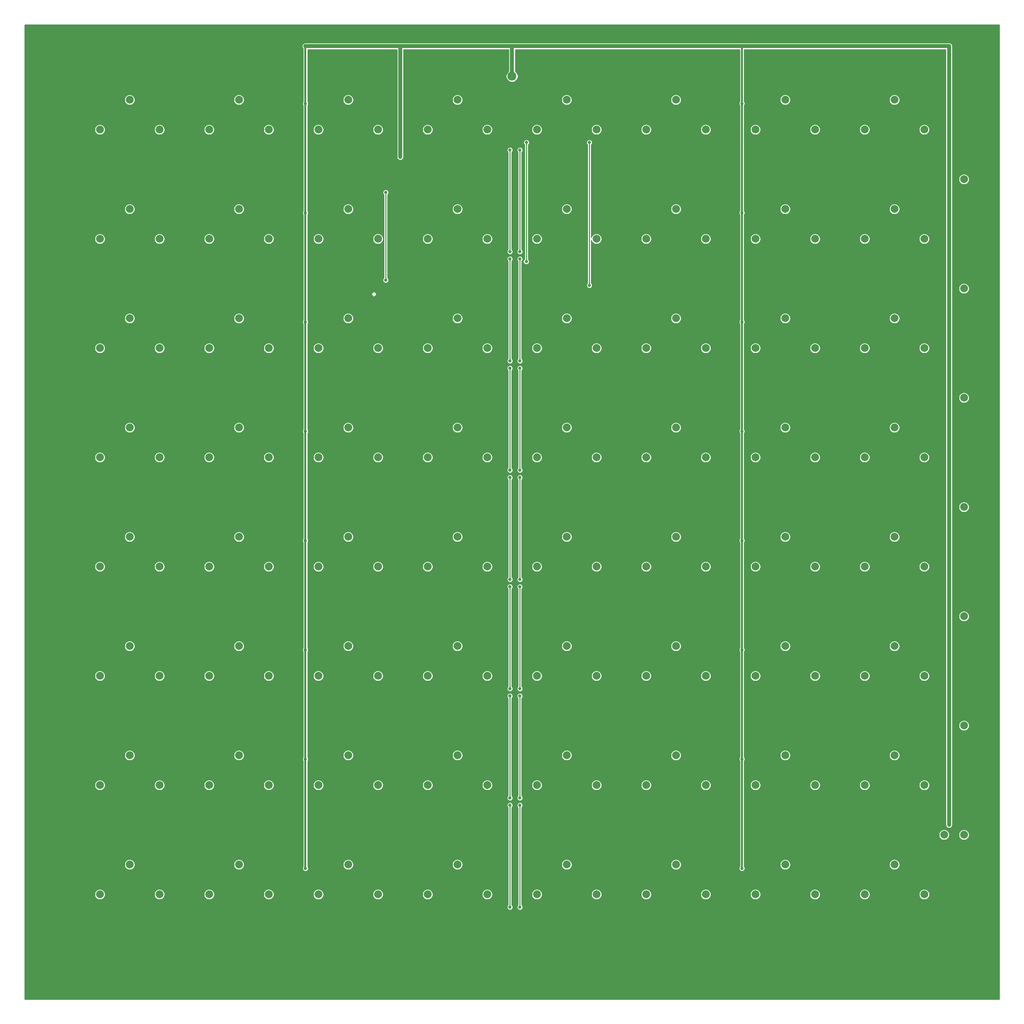
<source format=gbr>
G04 #@! TF.GenerationSoftware,KiCad,Pcbnew,(5.1.5-0-10_14)*
G04 #@! TF.CreationDate,2020-06-03T20:16:53+02:00*
G04 #@! TF.ProjectId,rgb_led_cube,7267625f-6c65-4645-9f63-7562652e6b69,rev?*
G04 #@! TF.SameCoordinates,Original*
G04 #@! TF.FileFunction,Copper,L2,Bot*
G04 #@! TF.FilePolarity,Positive*
%FSLAX46Y46*%
G04 Gerber Fmt 4.6, Leading zero omitted, Abs format (unit mm)*
G04 Created by KiCad (PCBNEW (5.1.5-0-10_14)) date 2020-06-03 20:16:53*
%MOMM*%
%LPD*%
G04 APERTURE LIST*
%ADD10C,2.000000*%
%ADD11C,0.800000*%
%ADD12C,6.400000*%
%ADD13C,0.100000*%
%ADD14C,0.600000*%
%ADD15R,2.200000X2.200000*%
%ADD16C,2.300000*%
%ADD17C,1.000000*%
%ADD18C,0.500000*%
%ADD19C,0.250000*%
G04 APERTURE END LIST*
D10*
X260909000Y-228956000D03*
X265989000Y-228956000D03*
X265989000Y-201016000D03*
X265989000Y-173076000D03*
X265989000Y-145136000D03*
X265989000Y-117196000D03*
X265989000Y-89256000D03*
X265989000Y-61316000D03*
X45009000Y-48616000D03*
X52629000Y-40996000D03*
X60249000Y-48616000D03*
X72949000Y-48616000D03*
X80569000Y-40996000D03*
X88189000Y-48616000D03*
X100889000Y-48616000D03*
X108509000Y-40996000D03*
X116129000Y-48616000D03*
X128829000Y-48616000D03*
X136449000Y-40996000D03*
X144069000Y-48616000D03*
X156769000Y-48616000D03*
X164389000Y-40996000D03*
X172009000Y-48616000D03*
X184709000Y-48616000D03*
X192329000Y-40996000D03*
X199949000Y-48616000D03*
X212649000Y-48616000D03*
X220269000Y-40996000D03*
X227889000Y-48616000D03*
X240589000Y-48616000D03*
X248209000Y-40996000D03*
X255829000Y-48616000D03*
X45009000Y-76556000D03*
X52629000Y-68936000D03*
X60249000Y-76556000D03*
X72949000Y-76556000D03*
X80569000Y-68936000D03*
X88189000Y-76556000D03*
X100889000Y-76556000D03*
X108509000Y-68936000D03*
X116129000Y-76556000D03*
X128829000Y-76556000D03*
X136449000Y-68936000D03*
X144069000Y-76556000D03*
X156769000Y-76556000D03*
X164389000Y-68936000D03*
X172009000Y-76556000D03*
X184709000Y-76556000D03*
X192329000Y-68936000D03*
X199949000Y-76556000D03*
X212649000Y-76556000D03*
X220269000Y-68936000D03*
X227889000Y-76556000D03*
X240589000Y-76556000D03*
X248209000Y-68936000D03*
X255829000Y-76556000D03*
X45009000Y-104496000D03*
X52629000Y-96876000D03*
X60249000Y-104496000D03*
X72949000Y-104496000D03*
X80569000Y-96876000D03*
X88189000Y-104496000D03*
X100889000Y-104496000D03*
X108509000Y-96876000D03*
X116129000Y-104496000D03*
X128829000Y-104496000D03*
X136449000Y-96876000D03*
X144069000Y-104496000D03*
X156769000Y-104496000D03*
X164389000Y-96876000D03*
X172009000Y-104496000D03*
X184709000Y-104496000D03*
X192329000Y-96876000D03*
X199949000Y-104496000D03*
X212649000Y-104496000D03*
X220269000Y-96876000D03*
X227889000Y-104496000D03*
X240589000Y-104496000D03*
X248209000Y-96876000D03*
X255829000Y-104496000D03*
X45009000Y-132436000D03*
X52629000Y-124816000D03*
X60249000Y-132436000D03*
X72949000Y-132436000D03*
X80569000Y-124816000D03*
X88189000Y-132436000D03*
X100889000Y-132436000D03*
X108509000Y-124816000D03*
X116129000Y-132436000D03*
X128829000Y-132436000D03*
X136449000Y-124816000D03*
X144069000Y-132436000D03*
X156769000Y-132436000D03*
X164389000Y-124816000D03*
X172009000Y-132436000D03*
X184709000Y-132436000D03*
X192329000Y-124816000D03*
X199949000Y-132436000D03*
X212649000Y-132436000D03*
X220269000Y-124816000D03*
X227889000Y-132436000D03*
X240589000Y-132436000D03*
X248209000Y-124816000D03*
X255829000Y-132436000D03*
X80569000Y-236576000D03*
X128829000Y-244196000D03*
X172009000Y-216256000D03*
X88189000Y-188316000D03*
X100889000Y-188316000D03*
X172009000Y-188316000D03*
X100889000Y-216256000D03*
X136449000Y-208636000D03*
X212649000Y-244196000D03*
X199949000Y-160376000D03*
X60249000Y-188316000D03*
X72949000Y-188316000D03*
X116129000Y-188316000D03*
X240589000Y-188316000D03*
X52629000Y-208636000D03*
X116129000Y-216256000D03*
X144069000Y-216256000D03*
X156769000Y-216256000D03*
X192329000Y-208636000D03*
X199949000Y-216256000D03*
X227889000Y-216256000D03*
X52629000Y-236576000D03*
X88189000Y-244196000D03*
X144069000Y-244196000D03*
X144069000Y-160376000D03*
X240589000Y-160376000D03*
X80569000Y-180696000D03*
X45009000Y-160376000D03*
X52629000Y-152756000D03*
X52629000Y-180696000D03*
X144069000Y-188316000D03*
X128829000Y-188316000D03*
X255829000Y-188316000D03*
X227889000Y-188316000D03*
X248209000Y-180696000D03*
X199949000Y-188316000D03*
X45009000Y-216256000D03*
X60249000Y-216256000D03*
X80569000Y-152756000D03*
X164389000Y-152756000D03*
X192329000Y-152756000D03*
X220269000Y-152756000D03*
X108509000Y-180696000D03*
X128829000Y-160376000D03*
X136449000Y-152756000D03*
X116129000Y-160376000D03*
X184709000Y-160376000D03*
X100889000Y-160376000D03*
X212649000Y-188316000D03*
X108509000Y-152756000D03*
X60249000Y-160376000D03*
X227889000Y-160376000D03*
X72949000Y-160376000D03*
X45009000Y-188316000D03*
X255829000Y-160376000D03*
X172009000Y-160376000D03*
X227889000Y-244196000D03*
X248209000Y-236576000D03*
X255829000Y-244196000D03*
X248209000Y-152756000D03*
X60249000Y-244196000D03*
X116129000Y-244196000D03*
X136449000Y-236576000D03*
X164389000Y-236576000D03*
X172009000Y-244196000D03*
X192329000Y-236576000D03*
X136449000Y-180696000D03*
X220269000Y-180696000D03*
X128829000Y-216256000D03*
X192329000Y-180696000D03*
X156769000Y-188316000D03*
X164389000Y-180696000D03*
X184709000Y-188316000D03*
X240589000Y-216256000D03*
X45009000Y-244196000D03*
X72949000Y-216256000D03*
X80569000Y-208636000D03*
X88189000Y-216256000D03*
X108509000Y-208636000D03*
X164389000Y-208636000D03*
X184709000Y-216256000D03*
X212649000Y-216256000D03*
X220269000Y-208636000D03*
X248209000Y-208636000D03*
X255829000Y-216256000D03*
X72949000Y-244196000D03*
X100889000Y-244196000D03*
X108509000Y-236576000D03*
X156769000Y-244196000D03*
X184709000Y-244196000D03*
X199949000Y-244196000D03*
X220269000Y-236576000D03*
X240589000Y-244196000D03*
X212649000Y-160376000D03*
X156769000Y-160376000D03*
X88189000Y-160376000D03*
D11*
X33107056Y-25702944D03*
X31410000Y-25000000D03*
X29712944Y-25702944D03*
X29010000Y-27400000D03*
X29712944Y-29097056D03*
X31410000Y-29800000D03*
X33107056Y-29097056D03*
X33810000Y-27400000D03*
D12*
X31410000Y-27400000D03*
D11*
X33107056Y-263702944D03*
X31410000Y-263000000D03*
X29712944Y-263702944D03*
X29010000Y-265400000D03*
X29712944Y-267097056D03*
X31410000Y-267800000D03*
X33107056Y-267097056D03*
X33810000Y-265400000D03*
D12*
X31410000Y-265400000D03*
D11*
X271107056Y-263702944D03*
X269410000Y-263000000D03*
X267712944Y-263702944D03*
X267010000Y-265400000D03*
X267712944Y-267097056D03*
X269410000Y-267800000D03*
X271107056Y-267097056D03*
X271810000Y-265400000D03*
D12*
X269410000Y-265400000D03*
D11*
X271107056Y-25702944D03*
X269410000Y-25000000D03*
X267712944Y-25702944D03*
X267010000Y-27400000D03*
X267712944Y-29097056D03*
X269410000Y-29800000D03*
X271107056Y-29097056D03*
X271810000Y-27400000D03*
D12*
X269410000Y-27400000D03*
G04 #@! TA.AperFunction,Conductor*
D13*
G36*
X207520504Y-185060804D02*
G01*
X207544773Y-185064404D01*
X207568571Y-185070365D01*
X207591671Y-185078630D01*
X207613849Y-185089120D01*
X207634893Y-185101733D01*
X207654598Y-185116347D01*
X207672777Y-185132823D01*
X207689253Y-185151002D01*
X207703867Y-185170707D01*
X207716480Y-185191751D01*
X207726970Y-185213929D01*
X207735235Y-185237029D01*
X207741196Y-185260827D01*
X207744796Y-185285096D01*
X207746000Y-185309600D01*
X207746000Y-190609600D01*
X207744796Y-190634104D01*
X207741196Y-190658373D01*
X207735235Y-190682171D01*
X207726970Y-190705271D01*
X207716480Y-190727449D01*
X207703867Y-190748493D01*
X207689253Y-190768198D01*
X207672777Y-190786377D01*
X207654598Y-190802853D01*
X207634893Y-190817467D01*
X207613849Y-190830080D01*
X207591671Y-190840570D01*
X207568571Y-190848835D01*
X207544773Y-190854796D01*
X207520504Y-190858396D01*
X207496000Y-190859600D01*
X204796000Y-190859600D01*
X204771496Y-190858396D01*
X204747227Y-190854796D01*
X204723429Y-190848835D01*
X204700329Y-190840570D01*
X204678151Y-190830080D01*
X204657107Y-190817467D01*
X204637402Y-190802853D01*
X204619223Y-190786377D01*
X204602747Y-190768198D01*
X204588133Y-190748493D01*
X204575520Y-190727449D01*
X204565030Y-190705271D01*
X204556765Y-190682171D01*
X204550804Y-190658373D01*
X204547204Y-190634104D01*
X204546000Y-190609600D01*
X204546000Y-185309600D01*
X204547204Y-185285096D01*
X204550804Y-185260827D01*
X204556765Y-185237029D01*
X204565030Y-185213929D01*
X204575520Y-185191751D01*
X204588133Y-185170707D01*
X204602747Y-185151002D01*
X204619223Y-185132823D01*
X204637402Y-185116347D01*
X204657107Y-185101733D01*
X204678151Y-185089120D01*
X204700329Y-185078630D01*
X204723429Y-185070365D01*
X204747227Y-185064404D01*
X204771496Y-185060804D01*
X204796000Y-185059600D01*
X207496000Y-185059600D01*
X207520504Y-185060804D01*
G37*
G04 #@! TD.AperFunction*
D14*
X207446000Y-190559600D03*
X206146000Y-190559600D03*
X204846000Y-190559600D03*
X207446000Y-189259600D03*
X206146000Y-189259600D03*
X204846000Y-189259600D03*
X207446000Y-187959600D03*
X206146000Y-187959600D03*
X204846000Y-187959600D03*
X207446000Y-186659600D03*
X206146000Y-186659600D03*
X204846000Y-186659600D03*
X207446000Y-185359600D03*
X206146000Y-185359600D03*
X204846000Y-185359600D03*
D15*
X150393400Y-40068500D03*
D16*
X150393400Y-34988500D03*
D14*
X204846000Y-73600000D03*
X206146000Y-73600000D03*
X207446000Y-73600000D03*
X204846000Y-74900000D03*
X206146000Y-74900000D03*
X207446000Y-74900000D03*
X204846000Y-76200000D03*
X206146000Y-76200000D03*
X207446000Y-76200000D03*
X204846000Y-77500000D03*
X206146000Y-77500000D03*
X207446000Y-77500000D03*
X204846000Y-78800000D03*
X206146000Y-78800000D03*
X207446000Y-78800000D03*
G04 #@! TA.AperFunction,Conductor*
D13*
G36*
X207520504Y-73301204D02*
G01*
X207544773Y-73304804D01*
X207568571Y-73310765D01*
X207591671Y-73319030D01*
X207613849Y-73329520D01*
X207634893Y-73342133D01*
X207654598Y-73356747D01*
X207672777Y-73373223D01*
X207689253Y-73391402D01*
X207703867Y-73411107D01*
X207716480Y-73432151D01*
X207726970Y-73454329D01*
X207735235Y-73477429D01*
X207741196Y-73501227D01*
X207744796Y-73525496D01*
X207746000Y-73550000D01*
X207746000Y-78850000D01*
X207744796Y-78874504D01*
X207741196Y-78898773D01*
X207735235Y-78922571D01*
X207726970Y-78945671D01*
X207716480Y-78967849D01*
X207703867Y-78988893D01*
X207689253Y-79008598D01*
X207672777Y-79026777D01*
X207654598Y-79043253D01*
X207634893Y-79057867D01*
X207613849Y-79070480D01*
X207591671Y-79080970D01*
X207568571Y-79089235D01*
X207544773Y-79095196D01*
X207520504Y-79098796D01*
X207496000Y-79100000D01*
X204796000Y-79100000D01*
X204771496Y-79098796D01*
X204747227Y-79095196D01*
X204723429Y-79089235D01*
X204700329Y-79080970D01*
X204678151Y-79070480D01*
X204657107Y-79057867D01*
X204637402Y-79043253D01*
X204619223Y-79026777D01*
X204602747Y-79008598D01*
X204588133Y-78988893D01*
X204575520Y-78967849D01*
X204565030Y-78945671D01*
X204556765Y-78922571D01*
X204550804Y-78898773D01*
X204547204Y-78874504D01*
X204546000Y-78850000D01*
X204546000Y-73550000D01*
X204547204Y-73525496D01*
X204550804Y-73501227D01*
X204556765Y-73477429D01*
X204565030Y-73454329D01*
X204575520Y-73432151D01*
X204588133Y-73411107D01*
X204602747Y-73391402D01*
X204619223Y-73373223D01*
X204637402Y-73356747D01*
X204657107Y-73342133D01*
X204678151Y-73329520D01*
X204700329Y-73319030D01*
X204723429Y-73310765D01*
X204747227Y-73304804D01*
X204771496Y-73301204D01*
X204796000Y-73300000D01*
X207496000Y-73300000D01*
X207520504Y-73301204D01*
G37*
G04 #@! TD.AperFunction*
D14*
X204846000Y-241239600D03*
X206146000Y-241239600D03*
X207446000Y-241239600D03*
X204846000Y-242539600D03*
X206146000Y-242539600D03*
X207446000Y-242539600D03*
X204846000Y-243839600D03*
X206146000Y-243839600D03*
X207446000Y-243839600D03*
X204846000Y-245139600D03*
X206146000Y-245139600D03*
X207446000Y-245139600D03*
X204846000Y-246439600D03*
X206146000Y-246439600D03*
X207446000Y-246439600D03*
G04 #@! TA.AperFunction,Conductor*
D13*
G36*
X207520504Y-240940804D02*
G01*
X207544773Y-240944404D01*
X207568571Y-240950365D01*
X207591671Y-240958630D01*
X207613849Y-240969120D01*
X207634893Y-240981733D01*
X207654598Y-240996347D01*
X207672777Y-241012823D01*
X207689253Y-241031002D01*
X207703867Y-241050707D01*
X207716480Y-241071751D01*
X207726970Y-241093929D01*
X207735235Y-241117029D01*
X207741196Y-241140827D01*
X207744796Y-241165096D01*
X207746000Y-241189600D01*
X207746000Y-246489600D01*
X207744796Y-246514104D01*
X207741196Y-246538373D01*
X207735235Y-246562171D01*
X207726970Y-246585271D01*
X207716480Y-246607449D01*
X207703867Y-246628493D01*
X207689253Y-246648198D01*
X207672777Y-246666377D01*
X207654598Y-246682853D01*
X207634893Y-246697467D01*
X207613849Y-246710080D01*
X207591671Y-246720570D01*
X207568571Y-246728835D01*
X207544773Y-246734796D01*
X207520504Y-246738396D01*
X207496000Y-246739600D01*
X204796000Y-246739600D01*
X204771496Y-246738396D01*
X204747227Y-246734796D01*
X204723429Y-246728835D01*
X204700329Y-246720570D01*
X204678151Y-246710080D01*
X204657107Y-246697467D01*
X204637402Y-246682853D01*
X204619223Y-246666377D01*
X204602747Y-246648198D01*
X204588133Y-246628493D01*
X204575520Y-246607449D01*
X204565030Y-246585271D01*
X204556765Y-246562171D01*
X204550804Y-246538373D01*
X204547204Y-246514104D01*
X204546000Y-246489600D01*
X204546000Y-241189600D01*
X204547204Y-241165096D01*
X204550804Y-241140827D01*
X204556765Y-241117029D01*
X204565030Y-241093929D01*
X204575520Y-241071751D01*
X204588133Y-241050707D01*
X204602747Y-241031002D01*
X204619223Y-241012823D01*
X204637402Y-240996347D01*
X204657107Y-240981733D01*
X204678151Y-240969120D01*
X204700329Y-240958630D01*
X204723429Y-240950365D01*
X204747227Y-240944404D01*
X204771496Y-240940804D01*
X204796000Y-240939600D01*
X207496000Y-240939600D01*
X207520504Y-240940804D01*
G37*
G04 #@! TD.AperFunction*
D14*
X93086400Y-241239600D03*
X94386400Y-241239600D03*
X95686400Y-241239600D03*
X93086400Y-242539600D03*
X94386400Y-242539600D03*
X95686400Y-242539600D03*
X93086400Y-243839600D03*
X94386400Y-243839600D03*
X95686400Y-243839600D03*
X93086400Y-245139600D03*
X94386400Y-245139600D03*
X95686400Y-245139600D03*
X93086400Y-246439600D03*
X94386400Y-246439600D03*
X95686400Y-246439600D03*
G04 #@! TA.AperFunction,Conductor*
D13*
G36*
X95760904Y-240940804D02*
G01*
X95785173Y-240944404D01*
X95808971Y-240950365D01*
X95832071Y-240958630D01*
X95854249Y-240969120D01*
X95875293Y-240981733D01*
X95894998Y-240996347D01*
X95913177Y-241012823D01*
X95929653Y-241031002D01*
X95944267Y-241050707D01*
X95956880Y-241071751D01*
X95967370Y-241093929D01*
X95975635Y-241117029D01*
X95981596Y-241140827D01*
X95985196Y-241165096D01*
X95986400Y-241189600D01*
X95986400Y-246489600D01*
X95985196Y-246514104D01*
X95981596Y-246538373D01*
X95975635Y-246562171D01*
X95967370Y-246585271D01*
X95956880Y-246607449D01*
X95944267Y-246628493D01*
X95929653Y-246648198D01*
X95913177Y-246666377D01*
X95894998Y-246682853D01*
X95875293Y-246697467D01*
X95854249Y-246710080D01*
X95832071Y-246720570D01*
X95808971Y-246728835D01*
X95785173Y-246734796D01*
X95760904Y-246738396D01*
X95736400Y-246739600D01*
X93036400Y-246739600D01*
X93011896Y-246738396D01*
X92987627Y-246734796D01*
X92963829Y-246728835D01*
X92940729Y-246720570D01*
X92918551Y-246710080D01*
X92897507Y-246697467D01*
X92877802Y-246682853D01*
X92859623Y-246666377D01*
X92843147Y-246648198D01*
X92828533Y-246628493D01*
X92815920Y-246607449D01*
X92805430Y-246585271D01*
X92797165Y-246562171D01*
X92791204Y-246538373D01*
X92787604Y-246514104D01*
X92786400Y-246489600D01*
X92786400Y-241189600D01*
X92787604Y-241165096D01*
X92791204Y-241140827D01*
X92797165Y-241117029D01*
X92805430Y-241093929D01*
X92815920Y-241071751D01*
X92828533Y-241050707D01*
X92843147Y-241031002D01*
X92859623Y-241012823D01*
X92877802Y-240996347D01*
X92897507Y-240981733D01*
X92918551Y-240969120D01*
X92940729Y-240958630D01*
X92963829Y-240950365D01*
X92987627Y-240944404D01*
X93011896Y-240940804D01*
X93036400Y-240939600D01*
X95736400Y-240939600D01*
X95760904Y-240940804D01*
G37*
G04 #@! TD.AperFunction*
D14*
X204846000Y-213299600D03*
X206146000Y-213299600D03*
X207446000Y-213299600D03*
X204846000Y-214599600D03*
X206146000Y-214599600D03*
X207446000Y-214599600D03*
X204846000Y-215899600D03*
X206146000Y-215899600D03*
X207446000Y-215899600D03*
X204846000Y-217199600D03*
X206146000Y-217199600D03*
X207446000Y-217199600D03*
X204846000Y-218499600D03*
X206146000Y-218499600D03*
X207446000Y-218499600D03*
G04 #@! TA.AperFunction,Conductor*
D13*
G36*
X207520504Y-213000804D02*
G01*
X207544773Y-213004404D01*
X207568571Y-213010365D01*
X207591671Y-213018630D01*
X207613849Y-213029120D01*
X207634893Y-213041733D01*
X207654598Y-213056347D01*
X207672777Y-213072823D01*
X207689253Y-213091002D01*
X207703867Y-213110707D01*
X207716480Y-213131751D01*
X207726970Y-213153929D01*
X207735235Y-213177029D01*
X207741196Y-213200827D01*
X207744796Y-213225096D01*
X207746000Y-213249600D01*
X207746000Y-218549600D01*
X207744796Y-218574104D01*
X207741196Y-218598373D01*
X207735235Y-218622171D01*
X207726970Y-218645271D01*
X207716480Y-218667449D01*
X207703867Y-218688493D01*
X207689253Y-218708198D01*
X207672777Y-218726377D01*
X207654598Y-218742853D01*
X207634893Y-218757467D01*
X207613849Y-218770080D01*
X207591671Y-218780570D01*
X207568571Y-218788835D01*
X207544773Y-218794796D01*
X207520504Y-218798396D01*
X207496000Y-218799600D01*
X204796000Y-218799600D01*
X204771496Y-218798396D01*
X204747227Y-218794796D01*
X204723429Y-218788835D01*
X204700329Y-218780570D01*
X204678151Y-218770080D01*
X204657107Y-218757467D01*
X204637402Y-218742853D01*
X204619223Y-218726377D01*
X204602747Y-218708198D01*
X204588133Y-218688493D01*
X204575520Y-218667449D01*
X204565030Y-218645271D01*
X204556765Y-218622171D01*
X204550804Y-218598373D01*
X204547204Y-218574104D01*
X204546000Y-218549600D01*
X204546000Y-213249600D01*
X204547204Y-213225096D01*
X204550804Y-213200827D01*
X204556765Y-213177029D01*
X204565030Y-213153929D01*
X204575520Y-213131751D01*
X204588133Y-213110707D01*
X204602747Y-213091002D01*
X204619223Y-213072823D01*
X204637402Y-213056347D01*
X204657107Y-213041733D01*
X204678151Y-213029120D01*
X204700329Y-213018630D01*
X204723429Y-213010365D01*
X204747227Y-213004404D01*
X204771496Y-213000804D01*
X204796000Y-212999600D01*
X207496000Y-212999600D01*
X207520504Y-213000804D01*
G37*
G04 #@! TD.AperFunction*
D14*
X93086400Y-213299600D03*
X94386400Y-213299600D03*
X95686400Y-213299600D03*
X93086400Y-214599600D03*
X94386400Y-214599600D03*
X95686400Y-214599600D03*
X93086400Y-215899600D03*
X94386400Y-215899600D03*
X95686400Y-215899600D03*
X93086400Y-217199600D03*
X94386400Y-217199600D03*
X95686400Y-217199600D03*
X93086400Y-218499600D03*
X94386400Y-218499600D03*
X95686400Y-218499600D03*
G04 #@! TA.AperFunction,Conductor*
D13*
G36*
X95760904Y-213000804D02*
G01*
X95785173Y-213004404D01*
X95808971Y-213010365D01*
X95832071Y-213018630D01*
X95854249Y-213029120D01*
X95875293Y-213041733D01*
X95894998Y-213056347D01*
X95913177Y-213072823D01*
X95929653Y-213091002D01*
X95944267Y-213110707D01*
X95956880Y-213131751D01*
X95967370Y-213153929D01*
X95975635Y-213177029D01*
X95981596Y-213200827D01*
X95985196Y-213225096D01*
X95986400Y-213249600D01*
X95986400Y-218549600D01*
X95985196Y-218574104D01*
X95981596Y-218598373D01*
X95975635Y-218622171D01*
X95967370Y-218645271D01*
X95956880Y-218667449D01*
X95944267Y-218688493D01*
X95929653Y-218708198D01*
X95913177Y-218726377D01*
X95894998Y-218742853D01*
X95875293Y-218757467D01*
X95854249Y-218770080D01*
X95832071Y-218780570D01*
X95808971Y-218788835D01*
X95785173Y-218794796D01*
X95760904Y-218798396D01*
X95736400Y-218799600D01*
X93036400Y-218799600D01*
X93011896Y-218798396D01*
X92987627Y-218794796D01*
X92963829Y-218788835D01*
X92940729Y-218780570D01*
X92918551Y-218770080D01*
X92897507Y-218757467D01*
X92877802Y-218742853D01*
X92859623Y-218726377D01*
X92843147Y-218708198D01*
X92828533Y-218688493D01*
X92815920Y-218667449D01*
X92805430Y-218645271D01*
X92797165Y-218622171D01*
X92791204Y-218598373D01*
X92787604Y-218574104D01*
X92786400Y-218549600D01*
X92786400Y-213249600D01*
X92787604Y-213225096D01*
X92791204Y-213200827D01*
X92797165Y-213177029D01*
X92805430Y-213153929D01*
X92815920Y-213131751D01*
X92828533Y-213110707D01*
X92843147Y-213091002D01*
X92859623Y-213072823D01*
X92877802Y-213056347D01*
X92897507Y-213041733D01*
X92918551Y-213029120D01*
X92940729Y-213018630D01*
X92963829Y-213010365D01*
X92987627Y-213004404D01*
X93011896Y-213000804D01*
X93036400Y-212999600D01*
X95736400Y-212999600D01*
X95760904Y-213000804D01*
G37*
G04 #@! TD.AperFunction*
D14*
X93086400Y-185359600D03*
X94386400Y-185359600D03*
X95686400Y-185359600D03*
X93086400Y-186659600D03*
X94386400Y-186659600D03*
X95686400Y-186659600D03*
X93086400Y-187959600D03*
X94386400Y-187959600D03*
X95686400Y-187959600D03*
X93086400Y-189259600D03*
X94386400Y-189259600D03*
X95686400Y-189259600D03*
X93086400Y-190559600D03*
X94386400Y-190559600D03*
X95686400Y-190559600D03*
G04 #@! TA.AperFunction,Conductor*
D13*
G36*
X95760904Y-185060804D02*
G01*
X95785173Y-185064404D01*
X95808971Y-185070365D01*
X95832071Y-185078630D01*
X95854249Y-185089120D01*
X95875293Y-185101733D01*
X95894998Y-185116347D01*
X95913177Y-185132823D01*
X95929653Y-185151002D01*
X95944267Y-185170707D01*
X95956880Y-185191751D01*
X95967370Y-185213929D01*
X95975635Y-185237029D01*
X95981596Y-185260827D01*
X95985196Y-185285096D01*
X95986400Y-185309600D01*
X95986400Y-190609600D01*
X95985196Y-190634104D01*
X95981596Y-190658373D01*
X95975635Y-190682171D01*
X95967370Y-190705271D01*
X95956880Y-190727449D01*
X95944267Y-190748493D01*
X95929653Y-190768198D01*
X95913177Y-190786377D01*
X95894998Y-190802853D01*
X95875293Y-190817467D01*
X95854249Y-190830080D01*
X95832071Y-190840570D01*
X95808971Y-190848835D01*
X95785173Y-190854796D01*
X95760904Y-190858396D01*
X95736400Y-190859600D01*
X93036400Y-190859600D01*
X93011896Y-190858396D01*
X92987627Y-190854796D01*
X92963829Y-190848835D01*
X92940729Y-190840570D01*
X92918551Y-190830080D01*
X92897507Y-190817467D01*
X92877802Y-190802853D01*
X92859623Y-190786377D01*
X92843147Y-190768198D01*
X92828533Y-190748493D01*
X92815920Y-190727449D01*
X92805430Y-190705271D01*
X92797165Y-190682171D01*
X92791204Y-190658373D01*
X92787604Y-190634104D01*
X92786400Y-190609600D01*
X92786400Y-185309600D01*
X92787604Y-185285096D01*
X92791204Y-185260827D01*
X92797165Y-185237029D01*
X92805430Y-185213929D01*
X92815920Y-185191751D01*
X92828533Y-185170707D01*
X92843147Y-185151002D01*
X92859623Y-185132823D01*
X92877802Y-185116347D01*
X92897507Y-185101733D01*
X92918551Y-185089120D01*
X92940729Y-185078630D01*
X92963829Y-185070365D01*
X92987627Y-185064404D01*
X93011896Y-185060804D01*
X93036400Y-185059600D01*
X95736400Y-185059600D01*
X95760904Y-185060804D01*
G37*
G04 #@! TD.AperFunction*
D14*
X204846000Y-157419600D03*
X206146000Y-157419600D03*
X207446000Y-157419600D03*
X204846000Y-158719600D03*
X206146000Y-158719600D03*
X207446000Y-158719600D03*
X204846000Y-160019600D03*
X206146000Y-160019600D03*
X207446000Y-160019600D03*
X204846000Y-161319600D03*
X206146000Y-161319600D03*
X207446000Y-161319600D03*
X204846000Y-162619600D03*
X206146000Y-162619600D03*
X207446000Y-162619600D03*
G04 #@! TA.AperFunction,Conductor*
D13*
G36*
X207520504Y-157120804D02*
G01*
X207544773Y-157124404D01*
X207568571Y-157130365D01*
X207591671Y-157138630D01*
X207613849Y-157149120D01*
X207634893Y-157161733D01*
X207654598Y-157176347D01*
X207672777Y-157192823D01*
X207689253Y-157211002D01*
X207703867Y-157230707D01*
X207716480Y-157251751D01*
X207726970Y-157273929D01*
X207735235Y-157297029D01*
X207741196Y-157320827D01*
X207744796Y-157345096D01*
X207746000Y-157369600D01*
X207746000Y-162669600D01*
X207744796Y-162694104D01*
X207741196Y-162718373D01*
X207735235Y-162742171D01*
X207726970Y-162765271D01*
X207716480Y-162787449D01*
X207703867Y-162808493D01*
X207689253Y-162828198D01*
X207672777Y-162846377D01*
X207654598Y-162862853D01*
X207634893Y-162877467D01*
X207613849Y-162890080D01*
X207591671Y-162900570D01*
X207568571Y-162908835D01*
X207544773Y-162914796D01*
X207520504Y-162918396D01*
X207496000Y-162919600D01*
X204796000Y-162919600D01*
X204771496Y-162918396D01*
X204747227Y-162914796D01*
X204723429Y-162908835D01*
X204700329Y-162900570D01*
X204678151Y-162890080D01*
X204657107Y-162877467D01*
X204637402Y-162862853D01*
X204619223Y-162846377D01*
X204602747Y-162828198D01*
X204588133Y-162808493D01*
X204575520Y-162787449D01*
X204565030Y-162765271D01*
X204556765Y-162742171D01*
X204550804Y-162718373D01*
X204547204Y-162694104D01*
X204546000Y-162669600D01*
X204546000Y-157369600D01*
X204547204Y-157345096D01*
X204550804Y-157320827D01*
X204556765Y-157297029D01*
X204565030Y-157273929D01*
X204575520Y-157251751D01*
X204588133Y-157230707D01*
X204602747Y-157211002D01*
X204619223Y-157192823D01*
X204637402Y-157176347D01*
X204657107Y-157161733D01*
X204678151Y-157149120D01*
X204700329Y-157138630D01*
X204723429Y-157130365D01*
X204747227Y-157124404D01*
X204771496Y-157120804D01*
X204796000Y-157119600D01*
X207496000Y-157119600D01*
X207520504Y-157120804D01*
G37*
G04 #@! TD.AperFunction*
D14*
X93086400Y-157419600D03*
X94386400Y-157419600D03*
X95686400Y-157419600D03*
X93086400Y-158719600D03*
X94386400Y-158719600D03*
X95686400Y-158719600D03*
X93086400Y-160019600D03*
X94386400Y-160019600D03*
X95686400Y-160019600D03*
X93086400Y-161319600D03*
X94386400Y-161319600D03*
X95686400Y-161319600D03*
X93086400Y-162619600D03*
X94386400Y-162619600D03*
X95686400Y-162619600D03*
G04 #@! TA.AperFunction,Conductor*
D13*
G36*
X95760904Y-157120804D02*
G01*
X95785173Y-157124404D01*
X95808971Y-157130365D01*
X95832071Y-157138630D01*
X95854249Y-157149120D01*
X95875293Y-157161733D01*
X95894998Y-157176347D01*
X95913177Y-157192823D01*
X95929653Y-157211002D01*
X95944267Y-157230707D01*
X95956880Y-157251751D01*
X95967370Y-157273929D01*
X95975635Y-157297029D01*
X95981596Y-157320827D01*
X95985196Y-157345096D01*
X95986400Y-157369600D01*
X95986400Y-162669600D01*
X95985196Y-162694104D01*
X95981596Y-162718373D01*
X95975635Y-162742171D01*
X95967370Y-162765271D01*
X95956880Y-162787449D01*
X95944267Y-162808493D01*
X95929653Y-162828198D01*
X95913177Y-162846377D01*
X95894998Y-162862853D01*
X95875293Y-162877467D01*
X95854249Y-162890080D01*
X95832071Y-162900570D01*
X95808971Y-162908835D01*
X95785173Y-162914796D01*
X95760904Y-162918396D01*
X95736400Y-162919600D01*
X93036400Y-162919600D01*
X93011896Y-162918396D01*
X92987627Y-162914796D01*
X92963829Y-162908835D01*
X92940729Y-162900570D01*
X92918551Y-162890080D01*
X92897507Y-162877467D01*
X92877802Y-162862853D01*
X92859623Y-162846377D01*
X92843147Y-162828198D01*
X92828533Y-162808493D01*
X92815920Y-162787449D01*
X92805430Y-162765271D01*
X92797165Y-162742171D01*
X92791204Y-162718373D01*
X92787604Y-162694104D01*
X92786400Y-162669600D01*
X92786400Y-157369600D01*
X92787604Y-157345096D01*
X92791204Y-157320827D01*
X92797165Y-157297029D01*
X92805430Y-157273929D01*
X92815920Y-157251751D01*
X92828533Y-157230707D01*
X92843147Y-157211002D01*
X92859623Y-157192823D01*
X92877802Y-157176347D01*
X92897507Y-157161733D01*
X92918551Y-157149120D01*
X92940729Y-157138630D01*
X92963829Y-157130365D01*
X92987627Y-157124404D01*
X93011896Y-157120804D01*
X93036400Y-157119600D01*
X95736400Y-157119600D01*
X95760904Y-157120804D01*
G37*
G04 #@! TD.AperFunction*
D14*
X204846000Y-129479600D03*
X206146000Y-129479600D03*
X207446000Y-129479600D03*
X204846000Y-130779600D03*
X206146000Y-130779600D03*
X207446000Y-130779600D03*
X204846000Y-132079600D03*
X206146000Y-132079600D03*
X207446000Y-132079600D03*
X204846000Y-133379600D03*
X206146000Y-133379600D03*
X207446000Y-133379600D03*
X204846000Y-134679600D03*
X206146000Y-134679600D03*
X207446000Y-134679600D03*
G04 #@! TA.AperFunction,Conductor*
D13*
G36*
X207520504Y-129180804D02*
G01*
X207544773Y-129184404D01*
X207568571Y-129190365D01*
X207591671Y-129198630D01*
X207613849Y-129209120D01*
X207634893Y-129221733D01*
X207654598Y-129236347D01*
X207672777Y-129252823D01*
X207689253Y-129271002D01*
X207703867Y-129290707D01*
X207716480Y-129311751D01*
X207726970Y-129333929D01*
X207735235Y-129357029D01*
X207741196Y-129380827D01*
X207744796Y-129405096D01*
X207746000Y-129429600D01*
X207746000Y-134729600D01*
X207744796Y-134754104D01*
X207741196Y-134778373D01*
X207735235Y-134802171D01*
X207726970Y-134825271D01*
X207716480Y-134847449D01*
X207703867Y-134868493D01*
X207689253Y-134888198D01*
X207672777Y-134906377D01*
X207654598Y-134922853D01*
X207634893Y-134937467D01*
X207613849Y-134950080D01*
X207591671Y-134960570D01*
X207568571Y-134968835D01*
X207544773Y-134974796D01*
X207520504Y-134978396D01*
X207496000Y-134979600D01*
X204796000Y-134979600D01*
X204771496Y-134978396D01*
X204747227Y-134974796D01*
X204723429Y-134968835D01*
X204700329Y-134960570D01*
X204678151Y-134950080D01*
X204657107Y-134937467D01*
X204637402Y-134922853D01*
X204619223Y-134906377D01*
X204602747Y-134888198D01*
X204588133Y-134868493D01*
X204575520Y-134847449D01*
X204565030Y-134825271D01*
X204556765Y-134802171D01*
X204550804Y-134778373D01*
X204547204Y-134754104D01*
X204546000Y-134729600D01*
X204546000Y-129429600D01*
X204547204Y-129405096D01*
X204550804Y-129380827D01*
X204556765Y-129357029D01*
X204565030Y-129333929D01*
X204575520Y-129311751D01*
X204588133Y-129290707D01*
X204602747Y-129271002D01*
X204619223Y-129252823D01*
X204637402Y-129236347D01*
X204657107Y-129221733D01*
X204678151Y-129209120D01*
X204700329Y-129198630D01*
X204723429Y-129190365D01*
X204747227Y-129184404D01*
X204771496Y-129180804D01*
X204796000Y-129179600D01*
X207496000Y-129179600D01*
X207520504Y-129180804D01*
G37*
G04 #@! TD.AperFunction*
D14*
X93086400Y-129479600D03*
X94386400Y-129479600D03*
X95686400Y-129479600D03*
X93086400Y-130779600D03*
X94386400Y-130779600D03*
X95686400Y-130779600D03*
X93086400Y-132079600D03*
X94386400Y-132079600D03*
X95686400Y-132079600D03*
X93086400Y-133379600D03*
X94386400Y-133379600D03*
X95686400Y-133379600D03*
X93086400Y-134679600D03*
X94386400Y-134679600D03*
X95686400Y-134679600D03*
G04 #@! TA.AperFunction,Conductor*
D13*
G36*
X95760904Y-129180804D02*
G01*
X95785173Y-129184404D01*
X95808971Y-129190365D01*
X95832071Y-129198630D01*
X95854249Y-129209120D01*
X95875293Y-129221733D01*
X95894998Y-129236347D01*
X95913177Y-129252823D01*
X95929653Y-129271002D01*
X95944267Y-129290707D01*
X95956880Y-129311751D01*
X95967370Y-129333929D01*
X95975635Y-129357029D01*
X95981596Y-129380827D01*
X95985196Y-129405096D01*
X95986400Y-129429600D01*
X95986400Y-134729600D01*
X95985196Y-134754104D01*
X95981596Y-134778373D01*
X95975635Y-134802171D01*
X95967370Y-134825271D01*
X95956880Y-134847449D01*
X95944267Y-134868493D01*
X95929653Y-134888198D01*
X95913177Y-134906377D01*
X95894998Y-134922853D01*
X95875293Y-134937467D01*
X95854249Y-134950080D01*
X95832071Y-134960570D01*
X95808971Y-134968835D01*
X95785173Y-134974796D01*
X95760904Y-134978396D01*
X95736400Y-134979600D01*
X93036400Y-134979600D01*
X93011896Y-134978396D01*
X92987627Y-134974796D01*
X92963829Y-134968835D01*
X92940729Y-134960570D01*
X92918551Y-134950080D01*
X92897507Y-134937467D01*
X92877802Y-134922853D01*
X92859623Y-134906377D01*
X92843147Y-134888198D01*
X92828533Y-134868493D01*
X92815920Y-134847449D01*
X92805430Y-134825271D01*
X92797165Y-134802171D01*
X92791204Y-134778373D01*
X92787604Y-134754104D01*
X92786400Y-134729600D01*
X92786400Y-129429600D01*
X92787604Y-129405096D01*
X92791204Y-129380827D01*
X92797165Y-129357029D01*
X92805430Y-129333929D01*
X92815920Y-129311751D01*
X92828533Y-129290707D01*
X92843147Y-129271002D01*
X92859623Y-129252823D01*
X92877802Y-129236347D01*
X92897507Y-129221733D01*
X92918551Y-129209120D01*
X92940729Y-129198630D01*
X92963829Y-129190365D01*
X92987627Y-129184404D01*
X93011896Y-129180804D01*
X93036400Y-129179600D01*
X95736400Y-129179600D01*
X95760904Y-129180804D01*
G37*
G04 #@! TD.AperFunction*
D14*
X204846000Y-101540000D03*
X206146000Y-101540000D03*
X207446000Y-101540000D03*
X204846000Y-102840000D03*
X206146000Y-102840000D03*
X207446000Y-102840000D03*
X204846000Y-104140000D03*
X206146000Y-104140000D03*
X207446000Y-104140000D03*
X204846000Y-105440000D03*
X206146000Y-105440000D03*
X207446000Y-105440000D03*
X204846000Y-106740000D03*
X206146000Y-106740000D03*
X207446000Y-106740000D03*
G04 #@! TA.AperFunction,Conductor*
D13*
G36*
X207520504Y-101241204D02*
G01*
X207544773Y-101244804D01*
X207568571Y-101250765D01*
X207591671Y-101259030D01*
X207613849Y-101269520D01*
X207634893Y-101282133D01*
X207654598Y-101296747D01*
X207672777Y-101313223D01*
X207689253Y-101331402D01*
X207703867Y-101351107D01*
X207716480Y-101372151D01*
X207726970Y-101394329D01*
X207735235Y-101417429D01*
X207741196Y-101441227D01*
X207744796Y-101465496D01*
X207746000Y-101490000D01*
X207746000Y-106790000D01*
X207744796Y-106814504D01*
X207741196Y-106838773D01*
X207735235Y-106862571D01*
X207726970Y-106885671D01*
X207716480Y-106907849D01*
X207703867Y-106928893D01*
X207689253Y-106948598D01*
X207672777Y-106966777D01*
X207654598Y-106983253D01*
X207634893Y-106997867D01*
X207613849Y-107010480D01*
X207591671Y-107020970D01*
X207568571Y-107029235D01*
X207544773Y-107035196D01*
X207520504Y-107038796D01*
X207496000Y-107040000D01*
X204796000Y-107040000D01*
X204771496Y-107038796D01*
X204747227Y-107035196D01*
X204723429Y-107029235D01*
X204700329Y-107020970D01*
X204678151Y-107010480D01*
X204657107Y-106997867D01*
X204637402Y-106983253D01*
X204619223Y-106966777D01*
X204602747Y-106948598D01*
X204588133Y-106928893D01*
X204575520Y-106907849D01*
X204565030Y-106885671D01*
X204556765Y-106862571D01*
X204550804Y-106838773D01*
X204547204Y-106814504D01*
X204546000Y-106790000D01*
X204546000Y-101490000D01*
X204547204Y-101465496D01*
X204550804Y-101441227D01*
X204556765Y-101417429D01*
X204565030Y-101394329D01*
X204575520Y-101372151D01*
X204588133Y-101351107D01*
X204602747Y-101331402D01*
X204619223Y-101313223D01*
X204637402Y-101296747D01*
X204657107Y-101282133D01*
X204678151Y-101269520D01*
X204700329Y-101259030D01*
X204723429Y-101250765D01*
X204747227Y-101244804D01*
X204771496Y-101241204D01*
X204796000Y-101240000D01*
X207496000Y-101240000D01*
X207520504Y-101241204D01*
G37*
G04 #@! TD.AperFunction*
D14*
X93086400Y-101540000D03*
X94386400Y-101540000D03*
X95686400Y-101540000D03*
X93086400Y-102840000D03*
X94386400Y-102840000D03*
X95686400Y-102840000D03*
X93086400Y-104140000D03*
X94386400Y-104140000D03*
X95686400Y-104140000D03*
X93086400Y-105440000D03*
X94386400Y-105440000D03*
X95686400Y-105440000D03*
X93086400Y-106740000D03*
X94386400Y-106740000D03*
X95686400Y-106740000D03*
G04 #@! TA.AperFunction,Conductor*
D13*
G36*
X95760904Y-101241204D02*
G01*
X95785173Y-101244804D01*
X95808971Y-101250765D01*
X95832071Y-101259030D01*
X95854249Y-101269520D01*
X95875293Y-101282133D01*
X95894998Y-101296747D01*
X95913177Y-101313223D01*
X95929653Y-101331402D01*
X95944267Y-101351107D01*
X95956880Y-101372151D01*
X95967370Y-101394329D01*
X95975635Y-101417429D01*
X95981596Y-101441227D01*
X95985196Y-101465496D01*
X95986400Y-101490000D01*
X95986400Y-106790000D01*
X95985196Y-106814504D01*
X95981596Y-106838773D01*
X95975635Y-106862571D01*
X95967370Y-106885671D01*
X95956880Y-106907849D01*
X95944267Y-106928893D01*
X95929653Y-106948598D01*
X95913177Y-106966777D01*
X95894998Y-106983253D01*
X95875293Y-106997867D01*
X95854249Y-107010480D01*
X95832071Y-107020970D01*
X95808971Y-107029235D01*
X95785173Y-107035196D01*
X95760904Y-107038796D01*
X95736400Y-107040000D01*
X93036400Y-107040000D01*
X93011896Y-107038796D01*
X92987627Y-107035196D01*
X92963829Y-107029235D01*
X92940729Y-107020970D01*
X92918551Y-107010480D01*
X92897507Y-106997867D01*
X92877802Y-106983253D01*
X92859623Y-106966777D01*
X92843147Y-106948598D01*
X92828533Y-106928893D01*
X92815920Y-106907849D01*
X92805430Y-106885671D01*
X92797165Y-106862571D01*
X92791204Y-106838773D01*
X92787604Y-106814504D01*
X92786400Y-106790000D01*
X92786400Y-101490000D01*
X92787604Y-101465496D01*
X92791204Y-101441227D01*
X92797165Y-101417429D01*
X92805430Y-101394329D01*
X92815920Y-101372151D01*
X92828533Y-101351107D01*
X92843147Y-101331402D01*
X92859623Y-101313223D01*
X92877802Y-101296747D01*
X92897507Y-101282133D01*
X92918551Y-101269520D01*
X92940729Y-101259030D01*
X92963829Y-101250765D01*
X92987627Y-101244804D01*
X93011896Y-101241204D01*
X93036400Y-101240000D01*
X95736400Y-101240000D01*
X95760904Y-101241204D01*
G37*
G04 #@! TD.AperFunction*
D14*
X93086400Y-73600000D03*
X94386400Y-73600000D03*
X95686400Y-73600000D03*
X93086400Y-74900000D03*
X94386400Y-74900000D03*
X95686400Y-74900000D03*
X93086400Y-76200000D03*
X94386400Y-76200000D03*
X95686400Y-76200000D03*
X93086400Y-77500000D03*
X94386400Y-77500000D03*
X95686400Y-77500000D03*
X93086400Y-78800000D03*
X94386400Y-78800000D03*
X95686400Y-78800000D03*
G04 #@! TA.AperFunction,Conductor*
D13*
G36*
X95760904Y-73301204D02*
G01*
X95785173Y-73304804D01*
X95808971Y-73310765D01*
X95832071Y-73319030D01*
X95854249Y-73329520D01*
X95875293Y-73342133D01*
X95894998Y-73356747D01*
X95913177Y-73373223D01*
X95929653Y-73391402D01*
X95944267Y-73411107D01*
X95956880Y-73432151D01*
X95967370Y-73454329D01*
X95975635Y-73477429D01*
X95981596Y-73501227D01*
X95985196Y-73525496D01*
X95986400Y-73550000D01*
X95986400Y-78850000D01*
X95985196Y-78874504D01*
X95981596Y-78898773D01*
X95975635Y-78922571D01*
X95967370Y-78945671D01*
X95956880Y-78967849D01*
X95944267Y-78988893D01*
X95929653Y-79008598D01*
X95913177Y-79026777D01*
X95894998Y-79043253D01*
X95875293Y-79057867D01*
X95854249Y-79070480D01*
X95832071Y-79080970D01*
X95808971Y-79089235D01*
X95785173Y-79095196D01*
X95760904Y-79098796D01*
X95736400Y-79100000D01*
X93036400Y-79100000D01*
X93011896Y-79098796D01*
X92987627Y-79095196D01*
X92963829Y-79089235D01*
X92940729Y-79080970D01*
X92918551Y-79070480D01*
X92897507Y-79057867D01*
X92877802Y-79043253D01*
X92859623Y-79026777D01*
X92843147Y-79008598D01*
X92828533Y-78988893D01*
X92815920Y-78967849D01*
X92805430Y-78945671D01*
X92797165Y-78922571D01*
X92791204Y-78898773D01*
X92787604Y-78874504D01*
X92786400Y-78850000D01*
X92786400Y-73550000D01*
X92787604Y-73525496D01*
X92791204Y-73501227D01*
X92797165Y-73477429D01*
X92805430Y-73454329D01*
X92815920Y-73432151D01*
X92828533Y-73411107D01*
X92843147Y-73391402D01*
X92859623Y-73373223D01*
X92877802Y-73356747D01*
X92897507Y-73342133D01*
X92918551Y-73329520D01*
X92940729Y-73319030D01*
X92963829Y-73310765D01*
X92987627Y-73304804D01*
X93011896Y-73301204D01*
X93036400Y-73300000D01*
X95736400Y-73300000D01*
X95760904Y-73301204D01*
G37*
G04 #@! TD.AperFunction*
D14*
X204846000Y-45660000D03*
X206146000Y-45660000D03*
X207446000Y-45660000D03*
X204846000Y-46960000D03*
X206146000Y-46960000D03*
X207446000Y-46960000D03*
X204846000Y-48260000D03*
X206146000Y-48260000D03*
X207446000Y-48260000D03*
X204846000Y-49560000D03*
X206146000Y-49560000D03*
X207446000Y-49560000D03*
X204846000Y-50860000D03*
X206146000Y-50860000D03*
X207446000Y-50860000D03*
G04 #@! TA.AperFunction,Conductor*
D13*
G36*
X207520504Y-45361204D02*
G01*
X207544773Y-45364804D01*
X207568571Y-45370765D01*
X207591671Y-45379030D01*
X207613849Y-45389520D01*
X207634893Y-45402133D01*
X207654598Y-45416747D01*
X207672777Y-45433223D01*
X207689253Y-45451402D01*
X207703867Y-45471107D01*
X207716480Y-45492151D01*
X207726970Y-45514329D01*
X207735235Y-45537429D01*
X207741196Y-45561227D01*
X207744796Y-45585496D01*
X207746000Y-45610000D01*
X207746000Y-50910000D01*
X207744796Y-50934504D01*
X207741196Y-50958773D01*
X207735235Y-50982571D01*
X207726970Y-51005671D01*
X207716480Y-51027849D01*
X207703867Y-51048893D01*
X207689253Y-51068598D01*
X207672777Y-51086777D01*
X207654598Y-51103253D01*
X207634893Y-51117867D01*
X207613849Y-51130480D01*
X207591671Y-51140970D01*
X207568571Y-51149235D01*
X207544773Y-51155196D01*
X207520504Y-51158796D01*
X207496000Y-51160000D01*
X204796000Y-51160000D01*
X204771496Y-51158796D01*
X204747227Y-51155196D01*
X204723429Y-51149235D01*
X204700329Y-51140970D01*
X204678151Y-51130480D01*
X204657107Y-51117867D01*
X204637402Y-51103253D01*
X204619223Y-51086777D01*
X204602747Y-51068598D01*
X204588133Y-51048893D01*
X204575520Y-51027849D01*
X204565030Y-51005671D01*
X204556765Y-50982571D01*
X204550804Y-50958773D01*
X204547204Y-50934504D01*
X204546000Y-50910000D01*
X204546000Y-45610000D01*
X204547204Y-45585496D01*
X204550804Y-45561227D01*
X204556765Y-45537429D01*
X204565030Y-45514329D01*
X204575520Y-45492151D01*
X204588133Y-45471107D01*
X204602747Y-45451402D01*
X204619223Y-45433223D01*
X204637402Y-45416747D01*
X204657107Y-45402133D01*
X204678151Y-45389520D01*
X204700329Y-45379030D01*
X204723429Y-45370765D01*
X204747227Y-45364804D01*
X204771496Y-45361204D01*
X204796000Y-45360000D01*
X207496000Y-45360000D01*
X207520504Y-45361204D01*
G37*
G04 #@! TD.AperFunction*
D14*
X93086400Y-45660000D03*
X94386400Y-45660000D03*
X95686400Y-45660000D03*
X93086400Y-46960000D03*
X94386400Y-46960000D03*
X95686400Y-46960000D03*
X93086400Y-48260000D03*
X94386400Y-48260000D03*
X95686400Y-48260000D03*
X93086400Y-49560000D03*
X94386400Y-49560000D03*
X95686400Y-49560000D03*
X93086400Y-50860000D03*
X94386400Y-50860000D03*
X95686400Y-50860000D03*
G04 #@! TA.AperFunction,Conductor*
D13*
G36*
X95760904Y-45361204D02*
G01*
X95785173Y-45364804D01*
X95808971Y-45370765D01*
X95832071Y-45379030D01*
X95854249Y-45389520D01*
X95875293Y-45402133D01*
X95894998Y-45416747D01*
X95913177Y-45433223D01*
X95929653Y-45451402D01*
X95944267Y-45471107D01*
X95956880Y-45492151D01*
X95967370Y-45514329D01*
X95975635Y-45537429D01*
X95981596Y-45561227D01*
X95985196Y-45585496D01*
X95986400Y-45610000D01*
X95986400Y-50910000D01*
X95985196Y-50934504D01*
X95981596Y-50958773D01*
X95975635Y-50982571D01*
X95967370Y-51005671D01*
X95956880Y-51027849D01*
X95944267Y-51048893D01*
X95929653Y-51068598D01*
X95913177Y-51086777D01*
X95894998Y-51103253D01*
X95875293Y-51117867D01*
X95854249Y-51130480D01*
X95832071Y-51140970D01*
X95808971Y-51149235D01*
X95785173Y-51155196D01*
X95760904Y-51158796D01*
X95736400Y-51160000D01*
X93036400Y-51160000D01*
X93011896Y-51158796D01*
X92987627Y-51155196D01*
X92963829Y-51149235D01*
X92940729Y-51140970D01*
X92918551Y-51130480D01*
X92897507Y-51117867D01*
X92877802Y-51103253D01*
X92859623Y-51086777D01*
X92843147Y-51068598D01*
X92828533Y-51048893D01*
X92815920Y-51027849D01*
X92805430Y-51005671D01*
X92797165Y-50982571D01*
X92791204Y-50958773D01*
X92787604Y-50934504D01*
X92786400Y-50910000D01*
X92786400Y-45610000D01*
X92787604Y-45585496D01*
X92791204Y-45561227D01*
X92797165Y-45537429D01*
X92805430Y-45514329D01*
X92815920Y-45492151D01*
X92828533Y-45471107D01*
X92843147Y-45451402D01*
X92859623Y-45433223D01*
X92877802Y-45416747D01*
X92897507Y-45402133D01*
X92918551Y-45389520D01*
X92940729Y-45379030D01*
X92963829Y-45370765D01*
X92987627Y-45364804D01*
X93011896Y-45361204D01*
X93036400Y-45360000D01*
X95736400Y-45360000D01*
X95760904Y-45361204D01*
G37*
G04 #@! TD.AperFunction*
D11*
X120154700Y-87122000D03*
X112661700Y-89471500D03*
X262179000Y-51155600D03*
X262179000Y-79095600D03*
X262179000Y-107036000D03*
X262179000Y-134976000D03*
X262179000Y-162916000D03*
X262179000Y-190856000D03*
X262179000Y-218796000D03*
X262179000Y-226416000D03*
X121805700Y-55613300D03*
X97561400Y-41973500D03*
X97561400Y-69913500D03*
X97561400Y-97853500D03*
X97561400Y-125793500D03*
X97561400Y-153733500D03*
X97561400Y-181673500D03*
X97561400Y-209613500D03*
X97561400Y-237553500D03*
X209194400Y-237553500D03*
X209194400Y-209613500D03*
X209194400Y-181673500D03*
X209194400Y-153733500D03*
X209194400Y-125793500D03*
X209194400Y-97853500D03*
X209194400Y-69913500D03*
X209194400Y-41973500D03*
X152412700Y-79850000D03*
X152412700Y-53835300D03*
X149872700Y-53835300D03*
X149872700Y-79850000D03*
X152412700Y-107790000D03*
X152412700Y-81724500D03*
X149872700Y-107790000D03*
X149872700Y-81724500D03*
X152412700Y-135729600D03*
X152412700Y-109664500D03*
X149872700Y-135729600D03*
X149872700Y-109664500D03*
X152412700Y-163669600D03*
X152412700Y-137604500D03*
X149872700Y-163669600D03*
X149872700Y-137604500D03*
X149872700Y-191609600D03*
X149872700Y-165544500D03*
X152412700Y-191609600D03*
X152412700Y-165544500D03*
X149872700Y-219549600D03*
X149872700Y-193484500D03*
X152412700Y-219549600D03*
X152412700Y-193484500D03*
X149872700Y-247489600D03*
X149872700Y-221424500D03*
X152412700Y-247489600D03*
X152412700Y-221424500D03*
X154038300Y-82359500D03*
X154063700Y-51930300D03*
X170192700Y-88455500D03*
X170180000Y-51930300D03*
X118110000Y-64706500D03*
X118110000Y-87122000D03*
D17*
X262179000Y-218796000D02*
X262179000Y-190856000D01*
X262179000Y-226416000D02*
X262179000Y-218796000D01*
X262179000Y-190856000D02*
X262179000Y-162916000D01*
X262179000Y-162916000D02*
X262179000Y-134976000D01*
X262179000Y-134976000D02*
X262179000Y-107036000D01*
X262179000Y-107036000D02*
X262179000Y-79095600D01*
X262179000Y-79095600D02*
X262179000Y-51155600D01*
X262179000Y-51155600D02*
X262179000Y-27279600D01*
X262179000Y-27279600D02*
X150431500Y-27279600D01*
X262179000Y-27279600D02*
X209194400Y-27279600D01*
X150418800Y-27279600D02*
X150393400Y-27305000D01*
X209194400Y-27279600D02*
X150418800Y-27279600D01*
X150393400Y-27305000D02*
X150393400Y-34988500D01*
X121805700Y-27368500D02*
X121805700Y-55613300D01*
X150418800Y-27279600D02*
X121894600Y-27279600D01*
X121894600Y-27279600D02*
X121805700Y-27368500D01*
X121894600Y-27279600D02*
X97561400Y-27279600D01*
D18*
X97561400Y-42113200D02*
X97561400Y-41973500D01*
X97561400Y-27279600D02*
X97561400Y-42113200D01*
X97561400Y-42113200D02*
X97561400Y-69913500D01*
X97561400Y-97802700D02*
X97561400Y-97853500D01*
X97561400Y-69913500D02*
X97561400Y-97802700D01*
X97561400Y-125831600D02*
X97561400Y-125793500D01*
X97561400Y-97802700D02*
X97561400Y-125831600D01*
X97561400Y-125831600D02*
X97561400Y-153733500D01*
X97561400Y-153733500D02*
X97561400Y-181584600D01*
X97561400Y-181584600D02*
X97561400Y-181673500D01*
X97561400Y-181584600D02*
X97561400Y-209613500D01*
X97561400Y-209613500D02*
X97561400Y-237553500D01*
X209194400Y-209448400D02*
X209194400Y-237553500D01*
X209194400Y-209448400D02*
X209194400Y-209613500D01*
X209194400Y-181749700D02*
X209194400Y-181673500D01*
X209194400Y-181749700D02*
X209194400Y-209448400D01*
X209194400Y-153695400D02*
X209194400Y-153733500D01*
X209194400Y-153695400D02*
X209194400Y-181749700D01*
X209194400Y-125717300D02*
X209194400Y-125793500D01*
X209194400Y-125717300D02*
X209194400Y-153695400D01*
X209194400Y-97624900D02*
X209194400Y-97853500D01*
X209194400Y-97624900D02*
X209194400Y-125717300D01*
X209194400Y-69888100D02*
X209194400Y-69913500D01*
X209194400Y-69888100D02*
X209194400Y-97624900D01*
X209194400Y-41960800D02*
X209194400Y-41973500D01*
X209194400Y-27279600D02*
X209194400Y-41960800D01*
X209194400Y-41960800D02*
X209194400Y-69888100D01*
D19*
X152412700Y-79850000D02*
X152412700Y-53835300D01*
X149872700Y-79850000D02*
X149872700Y-53835300D01*
X152412700Y-107790000D02*
X152412700Y-81724500D01*
X149872700Y-107790000D02*
X149872700Y-81724500D01*
X152412700Y-135729600D02*
X152412700Y-109664500D01*
X149872700Y-135729600D02*
X149872700Y-109664500D01*
X152412700Y-137604500D02*
X152412700Y-163669600D01*
X149872700Y-137604500D02*
X149872700Y-163669600D01*
X149872700Y-165544500D02*
X149872700Y-191609600D01*
X152412700Y-165544500D02*
X152412700Y-191609600D01*
X149872700Y-193484500D02*
X149872700Y-219549600D01*
X152412700Y-193484500D02*
X152412700Y-219549600D01*
X149872700Y-221424500D02*
X149872700Y-247489600D01*
X152412700Y-221424500D02*
X152412700Y-247489600D01*
X170180000Y-88442800D02*
X170192700Y-88455500D01*
X170180000Y-51930300D02*
X170180000Y-88442800D01*
X154063700Y-82334100D02*
X154038300Y-82359500D01*
X154063700Y-51930300D02*
X154063700Y-82334100D01*
X118110000Y-64706500D02*
X118110000Y-87122000D01*
G36*
X275018801Y-271005600D02*
G01*
X25818800Y-271005600D01*
X25818800Y-244060574D01*
X43634000Y-244060574D01*
X43634000Y-244331426D01*
X43686841Y-244597073D01*
X43790491Y-244847307D01*
X43940968Y-245072511D01*
X44132489Y-245264032D01*
X44357693Y-245414509D01*
X44607927Y-245518159D01*
X44873574Y-245571000D01*
X45144426Y-245571000D01*
X45410073Y-245518159D01*
X45660307Y-245414509D01*
X45885511Y-245264032D01*
X46077032Y-245072511D01*
X46227509Y-244847307D01*
X46331159Y-244597073D01*
X46384000Y-244331426D01*
X46384000Y-244060574D01*
X58874000Y-244060574D01*
X58874000Y-244331426D01*
X58926841Y-244597073D01*
X59030491Y-244847307D01*
X59180968Y-245072511D01*
X59372489Y-245264032D01*
X59597693Y-245414509D01*
X59847927Y-245518159D01*
X60113574Y-245571000D01*
X60384426Y-245571000D01*
X60650073Y-245518159D01*
X60900307Y-245414509D01*
X61125511Y-245264032D01*
X61317032Y-245072511D01*
X61467509Y-244847307D01*
X61571159Y-244597073D01*
X61624000Y-244331426D01*
X61624000Y-244060574D01*
X71574000Y-244060574D01*
X71574000Y-244331426D01*
X71626841Y-244597073D01*
X71730491Y-244847307D01*
X71880968Y-245072511D01*
X72072489Y-245264032D01*
X72297693Y-245414509D01*
X72547927Y-245518159D01*
X72813574Y-245571000D01*
X73084426Y-245571000D01*
X73350073Y-245518159D01*
X73600307Y-245414509D01*
X73825511Y-245264032D01*
X74017032Y-245072511D01*
X74167509Y-244847307D01*
X74271159Y-244597073D01*
X74324000Y-244331426D01*
X74324000Y-244060574D01*
X86814000Y-244060574D01*
X86814000Y-244331426D01*
X86866841Y-244597073D01*
X86970491Y-244847307D01*
X87120968Y-245072511D01*
X87312489Y-245264032D01*
X87537693Y-245414509D01*
X87787927Y-245518159D01*
X88053574Y-245571000D01*
X88324426Y-245571000D01*
X88590073Y-245518159D01*
X88840307Y-245414509D01*
X89065511Y-245264032D01*
X89257032Y-245072511D01*
X89407509Y-244847307D01*
X89511159Y-244597073D01*
X89564000Y-244331426D01*
X89564000Y-244060574D01*
X99514000Y-244060574D01*
X99514000Y-244331426D01*
X99566841Y-244597073D01*
X99670491Y-244847307D01*
X99820968Y-245072511D01*
X100012489Y-245264032D01*
X100237693Y-245414509D01*
X100487927Y-245518159D01*
X100753574Y-245571000D01*
X101024426Y-245571000D01*
X101290073Y-245518159D01*
X101540307Y-245414509D01*
X101765511Y-245264032D01*
X101957032Y-245072511D01*
X102107509Y-244847307D01*
X102211159Y-244597073D01*
X102264000Y-244331426D01*
X102264000Y-244060574D01*
X114754000Y-244060574D01*
X114754000Y-244331426D01*
X114806841Y-244597073D01*
X114910491Y-244847307D01*
X115060968Y-245072511D01*
X115252489Y-245264032D01*
X115477693Y-245414509D01*
X115727927Y-245518159D01*
X115993574Y-245571000D01*
X116264426Y-245571000D01*
X116530073Y-245518159D01*
X116780307Y-245414509D01*
X117005511Y-245264032D01*
X117197032Y-245072511D01*
X117347509Y-244847307D01*
X117451159Y-244597073D01*
X117504000Y-244331426D01*
X117504000Y-244060574D01*
X127454000Y-244060574D01*
X127454000Y-244331426D01*
X127506841Y-244597073D01*
X127610491Y-244847307D01*
X127760968Y-245072511D01*
X127952489Y-245264032D01*
X128177693Y-245414509D01*
X128427927Y-245518159D01*
X128693574Y-245571000D01*
X128964426Y-245571000D01*
X129230073Y-245518159D01*
X129480307Y-245414509D01*
X129705511Y-245264032D01*
X129897032Y-245072511D01*
X130047509Y-244847307D01*
X130151159Y-244597073D01*
X130204000Y-244331426D01*
X130204000Y-244060574D01*
X142694000Y-244060574D01*
X142694000Y-244331426D01*
X142746841Y-244597073D01*
X142850491Y-244847307D01*
X143000968Y-245072511D01*
X143192489Y-245264032D01*
X143417693Y-245414509D01*
X143667927Y-245518159D01*
X143933574Y-245571000D01*
X144204426Y-245571000D01*
X144470073Y-245518159D01*
X144720307Y-245414509D01*
X144945511Y-245264032D01*
X145137032Y-245072511D01*
X145287509Y-244847307D01*
X145391159Y-244597073D01*
X145444000Y-244331426D01*
X145444000Y-244060574D01*
X145391159Y-243794927D01*
X145287509Y-243544693D01*
X145137032Y-243319489D01*
X144945511Y-243127968D01*
X144720307Y-242977491D01*
X144470073Y-242873841D01*
X144204426Y-242821000D01*
X143933574Y-242821000D01*
X143667927Y-242873841D01*
X143417693Y-242977491D01*
X143192489Y-243127968D01*
X143000968Y-243319489D01*
X142850491Y-243544693D01*
X142746841Y-243794927D01*
X142694000Y-244060574D01*
X130204000Y-244060574D01*
X130151159Y-243794927D01*
X130047509Y-243544693D01*
X129897032Y-243319489D01*
X129705511Y-243127968D01*
X129480307Y-242977491D01*
X129230073Y-242873841D01*
X128964426Y-242821000D01*
X128693574Y-242821000D01*
X128427927Y-242873841D01*
X128177693Y-242977491D01*
X127952489Y-243127968D01*
X127760968Y-243319489D01*
X127610491Y-243544693D01*
X127506841Y-243794927D01*
X127454000Y-244060574D01*
X117504000Y-244060574D01*
X117451159Y-243794927D01*
X117347509Y-243544693D01*
X117197032Y-243319489D01*
X117005511Y-243127968D01*
X116780307Y-242977491D01*
X116530073Y-242873841D01*
X116264426Y-242821000D01*
X115993574Y-242821000D01*
X115727927Y-242873841D01*
X115477693Y-242977491D01*
X115252489Y-243127968D01*
X115060968Y-243319489D01*
X114910491Y-243544693D01*
X114806841Y-243794927D01*
X114754000Y-244060574D01*
X102264000Y-244060574D01*
X102211159Y-243794927D01*
X102107509Y-243544693D01*
X101957032Y-243319489D01*
X101765511Y-243127968D01*
X101540307Y-242977491D01*
X101290073Y-242873841D01*
X101024426Y-242821000D01*
X100753574Y-242821000D01*
X100487927Y-242873841D01*
X100237693Y-242977491D01*
X100012489Y-243127968D01*
X99820968Y-243319489D01*
X99670491Y-243544693D01*
X99566841Y-243794927D01*
X99514000Y-244060574D01*
X89564000Y-244060574D01*
X89511159Y-243794927D01*
X89407509Y-243544693D01*
X89257032Y-243319489D01*
X89065511Y-243127968D01*
X88840307Y-242977491D01*
X88590073Y-242873841D01*
X88324426Y-242821000D01*
X88053574Y-242821000D01*
X87787927Y-242873841D01*
X87537693Y-242977491D01*
X87312489Y-243127968D01*
X87120968Y-243319489D01*
X86970491Y-243544693D01*
X86866841Y-243794927D01*
X86814000Y-244060574D01*
X74324000Y-244060574D01*
X74271159Y-243794927D01*
X74167509Y-243544693D01*
X74017032Y-243319489D01*
X73825511Y-243127968D01*
X73600307Y-242977491D01*
X73350073Y-242873841D01*
X73084426Y-242821000D01*
X72813574Y-242821000D01*
X72547927Y-242873841D01*
X72297693Y-242977491D01*
X72072489Y-243127968D01*
X71880968Y-243319489D01*
X71730491Y-243544693D01*
X71626841Y-243794927D01*
X71574000Y-244060574D01*
X61624000Y-244060574D01*
X61571159Y-243794927D01*
X61467509Y-243544693D01*
X61317032Y-243319489D01*
X61125511Y-243127968D01*
X60900307Y-242977491D01*
X60650073Y-242873841D01*
X60384426Y-242821000D01*
X60113574Y-242821000D01*
X59847927Y-242873841D01*
X59597693Y-242977491D01*
X59372489Y-243127968D01*
X59180968Y-243319489D01*
X59030491Y-243544693D01*
X58926841Y-243794927D01*
X58874000Y-244060574D01*
X46384000Y-244060574D01*
X46331159Y-243794927D01*
X46227509Y-243544693D01*
X46077032Y-243319489D01*
X45885511Y-243127968D01*
X45660307Y-242977491D01*
X45410073Y-242873841D01*
X45144426Y-242821000D01*
X44873574Y-242821000D01*
X44607927Y-242873841D01*
X44357693Y-242977491D01*
X44132489Y-243127968D01*
X43940968Y-243319489D01*
X43790491Y-243544693D01*
X43686841Y-243794927D01*
X43634000Y-244060574D01*
X25818800Y-244060574D01*
X25818800Y-236440574D01*
X51254000Y-236440574D01*
X51254000Y-236711426D01*
X51306841Y-236977073D01*
X51410491Y-237227307D01*
X51560968Y-237452511D01*
X51752489Y-237644032D01*
X51977693Y-237794509D01*
X52227927Y-237898159D01*
X52493574Y-237951000D01*
X52764426Y-237951000D01*
X53030073Y-237898159D01*
X53280307Y-237794509D01*
X53505511Y-237644032D01*
X53697032Y-237452511D01*
X53847509Y-237227307D01*
X53951159Y-236977073D01*
X54004000Y-236711426D01*
X54004000Y-236440574D01*
X79194000Y-236440574D01*
X79194000Y-236711426D01*
X79246841Y-236977073D01*
X79350491Y-237227307D01*
X79500968Y-237452511D01*
X79692489Y-237644032D01*
X79917693Y-237794509D01*
X80167927Y-237898159D01*
X80433574Y-237951000D01*
X80704426Y-237951000D01*
X80970073Y-237898159D01*
X81220307Y-237794509D01*
X81445511Y-237644032D01*
X81637032Y-237452511D01*
X81787509Y-237227307D01*
X81891159Y-236977073D01*
X81944000Y-236711426D01*
X81944000Y-236440574D01*
X81891159Y-236174927D01*
X81787509Y-235924693D01*
X81637032Y-235699489D01*
X81445511Y-235507968D01*
X81220307Y-235357491D01*
X80970073Y-235253841D01*
X80704426Y-235201000D01*
X80433574Y-235201000D01*
X80167927Y-235253841D01*
X79917693Y-235357491D01*
X79692489Y-235507968D01*
X79500968Y-235699489D01*
X79350491Y-235924693D01*
X79246841Y-236174927D01*
X79194000Y-236440574D01*
X54004000Y-236440574D01*
X53951159Y-236174927D01*
X53847509Y-235924693D01*
X53697032Y-235699489D01*
X53505511Y-235507968D01*
X53280307Y-235357491D01*
X53030073Y-235253841D01*
X52764426Y-235201000D01*
X52493574Y-235201000D01*
X52227927Y-235253841D01*
X51977693Y-235357491D01*
X51752489Y-235507968D01*
X51560968Y-235699489D01*
X51410491Y-235924693D01*
X51306841Y-236174927D01*
X51254000Y-236440574D01*
X25818800Y-236440574D01*
X25818800Y-216120574D01*
X43634000Y-216120574D01*
X43634000Y-216391426D01*
X43686841Y-216657073D01*
X43790491Y-216907307D01*
X43940968Y-217132511D01*
X44132489Y-217324032D01*
X44357693Y-217474509D01*
X44607927Y-217578159D01*
X44873574Y-217631000D01*
X45144426Y-217631000D01*
X45410073Y-217578159D01*
X45660307Y-217474509D01*
X45885511Y-217324032D01*
X46077032Y-217132511D01*
X46227509Y-216907307D01*
X46331159Y-216657073D01*
X46384000Y-216391426D01*
X46384000Y-216120574D01*
X58874000Y-216120574D01*
X58874000Y-216391426D01*
X58926841Y-216657073D01*
X59030491Y-216907307D01*
X59180968Y-217132511D01*
X59372489Y-217324032D01*
X59597693Y-217474509D01*
X59847927Y-217578159D01*
X60113574Y-217631000D01*
X60384426Y-217631000D01*
X60650073Y-217578159D01*
X60900307Y-217474509D01*
X61125511Y-217324032D01*
X61317032Y-217132511D01*
X61467509Y-216907307D01*
X61571159Y-216657073D01*
X61624000Y-216391426D01*
X61624000Y-216120574D01*
X71574000Y-216120574D01*
X71574000Y-216391426D01*
X71626841Y-216657073D01*
X71730491Y-216907307D01*
X71880968Y-217132511D01*
X72072489Y-217324032D01*
X72297693Y-217474509D01*
X72547927Y-217578159D01*
X72813574Y-217631000D01*
X73084426Y-217631000D01*
X73350073Y-217578159D01*
X73600307Y-217474509D01*
X73825511Y-217324032D01*
X74017032Y-217132511D01*
X74167509Y-216907307D01*
X74271159Y-216657073D01*
X74324000Y-216391426D01*
X74324000Y-216120574D01*
X86814000Y-216120574D01*
X86814000Y-216391426D01*
X86866841Y-216657073D01*
X86970491Y-216907307D01*
X87120968Y-217132511D01*
X87312489Y-217324032D01*
X87537693Y-217474509D01*
X87787927Y-217578159D01*
X88053574Y-217631000D01*
X88324426Y-217631000D01*
X88590073Y-217578159D01*
X88840307Y-217474509D01*
X89065511Y-217324032D01*
X89257032Y-217132511D01*
X89407509Y-216907307D01*
X89511159Y-216657073D01*
X89564000Y-216391426D01*
X89564000Y-216120574D01*
X89511159Y-215854927D01*
X89407509Y-215604693D01*
X89257032Y-215379489D01*
X89065511Y-215187968D01*
X88840307Y-215037491D01*
X88590073Y-214933841D01*
X88324426Y-214881000D01*
X88053574Y-214881000D01*
X87787927Y-214933841D01*
X87537693Y-215037491D01*
X87312489Y-215187968D01*
X87120968Y-215379489D01*
X86970491Y-215604693D01*
X86866841Y-215854927D01*
X86814000Y-216120574D01*
X74324000Y-216120574D01*
X74271159Y-215854927D01*
X74167509Y-215604693D01*
X74017032Y-215379489D01*
X73825511Y-215187968D01*
X73600307Y-215037491D01*
X73350073Y-214933841D01*
X73084426Y-214881000D01*
X72813574Y-214881000D01*
X72547927Y-214933841D01*
X72297693Y-215037491D01*
X72072489Y-215187968D01*
X71880968Y-215379489D01*
X71730491Y-215604693D01*
X71626841Y-215854927D01*
X71574000Y-216120574D01*
X61624000Y-216120574D01*
X61571159Y-215854927D01*
X61467509Y-215604693D01*
X61317032Y-215379489D01*
X61125511Y-215187968D01*
X60900307Y-215037491D01*
X60650073Y-214933841D01*
X60384426Y-214881000D01*
X60113574Y-214881000D01*
X59847927Y-214933841D01*
X59597693Y-215037491D01*
X59372489Y-215187968D01*
X59180968Y-215379489D01*
X59030491Y-215604693D01*
X58926841Y-215854927D01*
X58874000Y-216120574D01*
X46384000Y-216120574D01*
X46331159Y-215854927D01*
X46227509Y-215604693D01*
X46077032Y-215379489D01*
X45885511Y-215187968D01*
X45660307Y-215037491D01*
X45410073Y-214933841D01*
X45144426Y-214881000D01*
X44873574Y-214881000D01*
X44607927Y-214933841D01*
X44357693Y-215037491D01*
X44132489Y-215187968D01*
X43940968Y-215379489D01*
X43790491Y-215604693D01*
X43686841Y-215854927D01*
X43634000Y-216120574D01*
X25818800Y-216120574D01*
X25818800Y-208500574D01*
X51254000Y-208500574D01*
X51254000Y-208771426D01*
X51306841Y-209037073D01*
X51410491Y-209287307D01*
X51560968Y-209512511D01*
X51752489Y-209704032D01*
X51977693Y-209854509D01*
X52227927Y-209958159D01*
X52493574Y-210011000D01*
X52764426Y-210011000D01*
X53030073Y-209958159D01*
X53280307Y-209854509D01*
X53505511Y-209704032D01*
X53697032Y-209512511D01*
X53847509Y-209287307D01*
X53951159Y-209037073D01*
X54004000Y-208771426D01*
X54004000Y-208500574D01*
X79194000Y-208500574D01*
X79194000Y-208771426D01*
X79246841Y-209037073D01*
X79350491Y-209287307D01*
X79500968Y-209512511D01*
X79692489Y-209704032D01*
X79917693Y-209854509D01*
X80167927Y-209958159D01*
X80433574Y-210011000D01*
X80704426Y-210011000D01*
X80970073Y-209958159D01*
X81220307Y-209854509D01*
X81445511Y-209704032D01*
X81637032Y-209512511D01*
X81787509Y-209287307D01*
X81891159Y-209037073D01*
X81944000Y-208771426D01*
X81944000Y-208500574D01*
X81891159Y-208234927D01*
X81787509Y-207984693D01*
X81637032Y-207759489D01*
X81445511Y-207567968D01*
X81220307Y-207417491D01*
X80970073Y-207313841D01*
X80704426Y-207261000D01*
X80433574Y-207261000D01*
X80167927Y-207313841D01*
X79917693Y-207417491D01*
X79692489Y-207567968D01*
X79500968Y-207759489D01*
X79350491Y-207984693D01*
X79246841Y-208234927D01*
X79194000Y-208500574D01*
X54004000Y-208500574D01*
X53951159Y-208234927D01*
X53847509Y-207984693D01*
X53697032Y-207759489D01*
X53505511Y-207567968D01*
X53280307Y-207417491D01*
X53030073Y-207313841D01*
X52764426Y-207261000D01*
X52493574Y-207261000D01*
X52227927Y-207313841D01*
X51977693Y-207417491D01*
X51752489Y-207567968D01*
X51560968Y-207759489D01*
X51410491Y-207984693D01*
X51306841Y-208234927D01*
X51254000Y-208500574D01*
X25818800Y-208500574D01*
X25818800Y-188180574D01*
X43634000Y-188180574D01*
X43634000Y-188451426D01*
X43686841Y-188717073D01*
X43790491Y-188967307D01*
X43940968Y-189192511D01*
X44132489Y-189384032D01*
X44357693Y-189534509D01*
X44607927Y-189638159D01*
X44873574Y-189691000D01*
X45144426Y-189691000D01*
X45410073Y-189638159D01*
X45660307Y-189534509D01*
X45885511Y-189384032D01*
X46077032Y-189192511D01*
X46227509Y-188967307D01*
X46331159Y-188717073D01*
X46384000Y-188451426D01*
X46384000Y-188180574D01*
X58874000Y-188180574D01*
X58874000Y-188451426D01*
X58926841Y-188717073D01*
X59030491Y-188967307D01*
X59180968Y-189192511D01*
X59372489Y-189384032D01*
X59597693Y-189534509D01*
X59847927Y-189638159D01*
X60113574Y-189691000D01*
X60384426Y-189691000D01*
X60650073Y-189638159D01*
X60900307Y-189534509D01*
X61125511Y-189384032D01*
X61317032Y-189192511D01*
X61467509Y-188967307D01*
X61571159Y-188717073D01*
X61624000Y-188451426D01*
X61624000Y-188180574D01*
X71574000Y-188180574D01*
X71574000Y-188451426D01*
X71626841Y-188717073D01*
X71730491Y-188967307D01*
X71880968Y-189192511D01*
X72072489Y-189384032D01*
X72297693Y-189534509D01*
X72547927Y-189638159D01*
X72813574Y-189691000D01*
X73084426Y-189691000D01*
X73350073Y-189638159D01*
X73600307Y-189534509D01*
X73825511Y-189384032D01*
X74017032Y-189192511D01*
X74167509Y-188967307D01*
X74271159Y-188717073D01*
X74324000Y-188451426D01*
X74324000Y-188180574D01*
X86814000Y-188180574D01*
X86814000Y-188451426D01*
X86866841Y-188717073D01*
X86970491Y-188967307D01*
X87120968Y-189192511D01*
X87312489Y-189384032D01*
X87537693Y-189534509D01*
X87787927Y-189638159D01*
X88053574Y-189691000D01*
X88324426Y-189691000D01*
X88590073Y-189638159D01*
X88840307Y-189534509D01*
X89065511Y-189384032D01*
X89257032Y-189192511D01*
X89407509Y-188967307D01*
X89511159Y-188717073D01*
X89564000Y-188451426D01*
X89564000Y-188180574D01*
X89511159Y-187914927D01*
X89407509Y-187664693D01*
X89257032Y-187439489D01*
X89065511Y-187247968D01*
X88840307Y-187097491D01*
X88590073Y-186993841D01*
X88324426Y-186941000D01*
X88053574Y-186941000D01*
X87787927Y-186993841D01*
X87537693Y-187097491D01*
X87312489Y-187247968D01*
X87120968Y-187439489D01*
X86970491Y-187664693D01*
X86866841Y-187914927D01*
X86814000Y-188180574D01*
X74324000Y-188180574D01*
X74271159Y-187914927D01*
X74167509Y-187664693D01*
X74017032Y-187439489D01*
X73825511Y-187247968D01*
X73600307Y-187097491D01*
X73350073Y-186993841D01*
X73084426Y-186941000D01*
X72813574Y-186941000D01*
X72547927Y-186993841D01*
X72297693Y-187097491D01*
X72072489Y-187247968D01*
X71880968Y-187439489D01*
X71730491Y-187664693D01*
X71626841Y-187914927D01*
X71574000Y-188180574D01*
X61624000Y-188180574D01*
X61571159Y-187914927D01*
X61467509Y-187664693D01*
X61317032Y-187439489D01*
X61125511Y-187247968D01*
X60900307Y-187097491D01*
X60650073Y-186993841D01*
X60384426Y-186941000D01*
X60113574Y-186941000D01*
X59847927Y-186993841D01*
X59597693Y-187097491D01*
X59372489Y-187247968D01*
X59180968Y-187439489D01*
X59030491Y-187664693D01*
X58926841Y-187914927D01*
X58874000Y-188180574D01*
X46384000Y-188180574D01*
X46331159Y-187914927D01*
X46227509Y-187664693D01*
X46077032Y-187439489D01*
X45885511Y-187247968D01*
X45660307Y-187097491D01*
X45410073Y-186993841D01*
X45144426Y-186941000D01*
X44873574Y-186941000D01*
X44607927Y-186993841D01*
X44357693Y-187097491D01*
X44132489Y-187247968D01*
X43940968Y-187439489D01*
X43790491Y-187664693D01*
X43686841Y-187914927D01*
X43634000Y-188180574D01*
X25818800Y-188180574D01*
X25818800Y-180560574D01*
X51254000Y-180560574D01*
X51254000Y-180831426D01*
X51306841Y-181097073D01*
X51410491Y-181347307D01*
X51560968Y-181572511D01*
X51752489Y-181764032D01*
X51977693Y-181914509D01*
X52227927Y-182018159D01*
X52493574Y-182071000D01*
X52764426Y-182071000D01*
X53030073Y-182018159D01*
X53280307Y-181914509D01*
X53505511Y-181764032D01*
X53697032Y-181572511D01*
X53847509Y-181347307D01*
X53951159Y-181097073D01*
X54004000Y-180831426D01*
X54004000Y-180560574D01*
X79194000Y-180560574D01*
X79194000Y-180831426D01*
X79246841Y-181097073D01*
X79350491Y-181347307D01*
X79500968Y-181572511D01*
X79692489Y-181764032D01*
X79917693Y-181914509D01*
X80167927Y-182018159D01*
X80433574Y-182071000D01*
X80704426Y-182071000D01*
X80970073Y-182018159D01*
X81220307Y-181914509D01*
X81445511Y-181764032D01*
X81637032Y-181572511D01*
X81787509Y-181347307D01*
X81891159Y-181097073D01*
X81944000Y-180831426D01*
X81944000Y-180560574D01*
X81891159Y-180294927D01*
X81787509Y-180044693D01*
X81637032Y-179819489D01*
X81445511Y-179627968D01*
X81220307Y-179477491D01*
X80970073Y-179373841D01*
X80704426Y-179321000D01*
X80433574Y-179321000D01*
X80167927Y-179373841D01*
X79917693Y-179477491D01*
X79692489Y-179627968D01*
X79500968Y-179819489D01*
X79350491Y-180044693D01*
X79246841Y-180294927D01*
X79194000Y-180560574D01*
X54004000Y-180560574D01*
X53951159Y-180294927D01*
X53847509Y-180044693D01*
X53697032Y-179819489D01*
X53505511Y-179627968D01*
X53280307Y-179477491D01*
X53030073Y-179373841D01*
X52764426Y-179321000D01*
X52493574Y-179321000D01*
X52227927Y-179373841D01*
X51977693Y-179477491D01*
X51752489Y-179627968D01*
X51560968Y-179819489D01*
X51410491Y-180044693D01*
X51306841Y-180294927D01*
X51254000Y-180560574D01*
X25818800Y-180560574D01*
X25818800Y-160240574D01*
X43634000Y-160240574D01*
X43634000Y-160511426D01*
X43686841Y-160777073D01*
X43790491Y-161027307D01*
X43940968Y-161252511D01*
X44132489Y-161444032D01*
X44357693Y-161594509D01*
X44607927Y-161698159D01*
X44873574Y-161751000D01*
X45144426Y-161751000D01*
X45410073Y-161698159D01*
X45660307Y-161594509D01*
X45885511Y-161444032D01*
X46077032Y-161252511D01*
X46227509Y-161027307D01*
X46331159Y-160777073D01*
X46384000Y-160511426D01*
X46384000Y-160240574D01*
X58874000Y-160240574D01*
X58874000Y-160511426D01*
X58926841Y-160777073D01*
X59030491Y-161027307D01*
X59180968Y-161252511D01*
X59372489Y-161444032D01*
X59597693Y-161594509D01*
X59847927Y-161698159D01*
X60113574Y-161751000D01*
X60384426Y-161751000D01*
X60650073Y-161698159D01*
X60900307Y-161594509D01*
X61125511Y-161444032D01*
X61317032Y-161252511D01*
X61467509Y-161027307D01*
X61571159Y-160777073D01*
X61624000Y-160511426D01*
X61624000Y-160240574D01*
X71574000Y-160240574D01*
X71574000Y-160511426D01*
X71626841Y-160777073D01*
X71730491Y-161027307D01*
X71880968Y-161252511D01*
X72072489Y-161444032D01*
X72297693Y-161594509D01*
X72547927Y-161698159D01*
X72813574Y-161751000D01*
X73084426Y-161751000D01*
X73350073Y-161698159D01*
X73600307Y-161594509D01*
X73825511Y-161444032D01*
X74017032Y-161252511D01*
X74167509Y-161027307D01*
X74271159Y-160777073D01*
X74324000Y-160511426D01*
X74324000Y-160240574D01*
X86814000Y-160240574D01*
X86814000Y-160511426D01*
X86866841Y-160777073D01*
X86970491Y-161027307D01*
X87120968Y-161252511D01*
X87312489Y-161444032D01*
X87537693Y-161594509D01*
X87787927Y-161698159D01*
X88053574Y-161751000D01*
X88324426Y-161751000D01*
X88590073Y-161698159D01*
X88840307Y-161594509D01*
X89065511Y-161444032D01*
X89257032Y-161252511D01*
X89407509Y-161027307D01*
X89511159Y-160777073D01*
X89564000Y-160511426D01*
X89564000Y-160240574D01*
X89511159Y-159974927D01*
X89407509Y-159724693D01*
X89257032Y-159499489D01*
X89065511Y-159307968D01*
X88840307Y-159157491D01*
X88590073Y-159053841D01*
X88324426Y-159001000D01*
X88053574Y-159001000D01*
X87787927Y-159053841D01*
X87537693Y-159157491D01*
X87312489Y-159307968D01*
X87120968Y-159499489D01*
X86970491Y-159724693D01*
X86866841Y-159974927D01*
X86814000Y-160240574D01*
X74324000Y-160240574D01*
X74271159Y-159974927D01*
X74167509Y-159724693D01*
X74017032Y-159499489D01*
X73825511Y-159307968D01*
X73600307Y-159157491D01*
X73350073Y-159053841D01*
X73084426Y-159001000D01*
X72813574Y-159001000D01*
X72547927Y-159053841D01*
X72297693Y-159157491D01*
X72072489Y-159307968D01*
X71880968Y-159499489D01*
X71730491Y-159724693D01*
X71626841Y-159974927D01*
X71574000Y-160240574D01*
X61624000Y-160240574D01*
X61571159Y-159974927D01*
X61467509Y-159724693D01*
X61317032Y-159499489D01*
X61125511Y-159307968D01*
X60900307Y-159157491D01*
X60650073Y-159053841D01*
X60384426Y-159001000D01*
X60113574Y-159001000D01*
X59847927Y-159053841D01*
X59597693Y-159157491D01*
X59372489Y-159307968D01*
X59180968Y-159499489D01*
X59030491Y-159724693D01*
X58926841Y-159974927D01*
X58874000Y-160240574D01*
X46384000Y-160240574D01*
X46331159Y-159974927D01*
X46227509Y-159724693D01*
X46077032Y-159499489D01*
X45885511Y-159307968D01*
X45660307Y-159157491D01*
X45410073Y-159053841D01*
X45144426Y-159001000D01*
X44873574Y-159001000D01*
X44607927Y-159053841D01*
X44357693Y-159157491D01*
X44132489Y-159307968D01*
X43940968Y-159499489D01*
X43790491Y-159724693D01*
X43686841Y-159974927D01*
X43634000Y-160240574D01*
X25818800Y-160240574D01*
X25818800Y-152620574D01*
X51254000Y-152620574D01*
X51254000Y-152891426D01*
X51306841Y-153157073D01*
X51410491Y-153407307D01*
X51560968Y-153632511D01*
X51752489Y-153824032D01*
X51977693Y-153974509D01*
X52227927Y-154078159D01*
X52493574Y-154131000D01*
X52764426Y-154131000D01*
X53030073Y-154078159D01*
X53280307Y-153974509D01*
X53505511Y-153824032D01*
X53697032Y-153632511D01*
X53847509Y-153407307D01*
X53951159Y-153157073D01*
X54004000Y-152891426D01*
X54004000Y-152620574D01*
X79194000Y-152620574D01*
X79194000Y-152891426D01*
X79246841Y-153157073D01*
X79350491Y-153407307D01*
X79500968Y-153632511D01*
X79692489Y-153824032D01*
X79917693Y-153974509D01*
X80167927Y-154078159D01*
X80433574Y-154131000D01*
X80704426Y-154131000D01*
X80970073Y-154078159D01*
X81220307Y-153974509D01*
X81445511Y-153824032D01*
X81637032Y-153632511D01*
X81787509Y-153407307D01*
X81891159Y-153157073D01*
X81944000Y-152891426D01*
X81944000Y-152620574D01*
X81891159Y-152354927D01*
X81787509Y-152104693D01*
X81637032Y-151879489D01*
X81445511Y-151687968D01*
X81220307Y-151537491D01*
X80970073Y-151433841D01*
X80704426Y-151381000D01*
X80433574Y-151381000D01*
X80167927Y-151433841D01*
X79917693Y-151537491D01*
X79692489Y-151687968D01*
X79500968Y-151879489D01*
X79350491Y-152104693D01*
X79246841Y-152354927D01*
X79194000Y-152620574D01*
X54004000Y-152620574D01*
X53951159Y-152354927D01*
X53847509Y-152104693D01*
X53697032Y-151879489D01*
X53505511Y-151687968D01*
X53280307Y-151537491D01*
X53030073Y-151433841D01*
X52764426Y-151381000D01*
X52493574Y-151381000D01*
X52227927Y-151433841D01*
X51977693Y-151537491D01*
X51752489Y-151687968D01*
X51560968Y-151879489D01*
X51410491Y-152104693D01*
X51306841Y-152354927D01*
X51254000Y-152620574D01*
X25818800Y-152620574D01*
X25818800Y-132300574D01*
X43634000Y-132300574D01*
X43634000Y-132571426D01*
X43686841Y-132837073D01*
X43790491Y-133087307D01*
X43940968Y-133312511D01*
X44132489Y-133504032D01*
X44357693Y-133654509D01*
X44607927Y-133758159D01*
X44873574Y-133811000D01*
X45144426Y-133811000D01*
X45410073Y-133758159D01*
X45660307Y-133654509D01*
X45885511Y-133504032D01*
X46077032Y-133312511D01*
X46227509Y-133087307D01*
X46331159Y-132837073D01*
X46384000Y-132571426D01*
X46384000Y-132300574D01*
X58874000Y-132300574D01*
X58874000Y-132571426D01*
X58926841Y-132837073D01*
X59030491Y-133087307D01*
X59180968Y-133312511D01*
X59372489Y-133504032D01*
X59597693Y-133654509D01*
X59847927Y-133758159D01*
X60113574Y-133811000D01*
X60384426Y-133811000D01*
X60650073Y-133758159D01*
X60900307Y-133654509D01*
X61125511Y-133504032D01*
X61317032Y-133312511D01*
X61467509Y-133087307D01*
X61571159Y-132837073D01*
X61624000Y-132571426D01*
X61624000Y-132300574D01*
X71574000Y-132300574D01*
X71574000Y-132571426D01*
X71626841Y-132837073D01*
X71730491Y-133087307D01*
X71880968Y-133312511D01*
X72072489Y-133504032D01*
X72297693Y-133654509D01*
X72547927Y-133758159D01*
X72813574Y-133811000D01*
X73084426Y-133811000D01*
X73350073Y-133758159D01*
X73600307Y-133654509D01*
X73825511Y-133504032D01*
X74017032Y-133312511D01*
X74167509Y-133087307D01*
X74271159Y-132837073D01*
X74324000Y-132571426D01*
X74324000Y-132300574D01*
X86814000Y-132300574D01*
X86814000Y-132571426D01*
X86866841Y-132837073D01*
X86970491Y-133087307D01*
X87120968Y-133312511D01*
X87312489Y-133504032D01*
X87537693Y-133654509D01*
X87787927Y-133758159D01*
X88053574Y-133811000D01*
X88324426Y-133811000D01*
X88590073Y-133758159D01*
X88840307Y-133654509D01*
X89065511Y-133504032D01*
X89257032Y-133312511D01*
X89407509Y-133087307D01*
X89511159Y-132837073D01*
X89564000Y-132571426D01*
X89564000Y-132300574D01*
X89511159Y-132034927D01*
X89407509Y-131784693D01*
X89257032Y-131559489D01*
X89065511Y-131367968D01*
X88840307Y-131217491D01*
X88590073Y-131113841D01*
X88324426Y-131061000D01*
X88053574Y-131061000D01*
X87787927Y-131113841D01*
X87537693Y-131217491D01*
X87312489Y-131367968D01*
X87120968Y-131559489D01*
X86970491Y-131784693D01*
X86866841Y-132034927D01*
X86814000Y-132300574D01*
X74324000Y-132300574D01*
X74271159Y-132034927D01*
X74167509Y-131784693D01*
X74017032Y-131559489D01*
X73825511Y-131367968D01*
X73600307Y-131217491D01*
X73350073Y-131113841D01*
X73084426Y-131061000D01*
X72813574Y-131061000D01*
X72547927Y-131113841D01*
X72297693Y-131217491D01*
X72072489Y-131367968D01*
X71880968Y-131559489D01*
X71730491Y-131784693D01*
X71626841Y-132034927D01*
X71574000Y-132300574D01*
X61624000Y-132300574D01*
X61571159Y-132034927D01*
X61467509Y-131784693D01*
X61317032Y-131559489D01*
X61125511Y-131367968D01*
X60900307Y-131217491D01*
X60650073Y-131113841D01*
X60384426Y-131061000D01*
X60113574Y-131061000D01*
X59847927Y-131113841D01*
X59597693Y-131217491D01*
X59372489Y-131367968D01*
X59180968Y-131559489D01*
X59030491Y-131784693D01*
X58926841Y-132034927D01*
X58874000Y-132300574D01*
X46384000Y-132300574D01*
X46331159Y-132034927D01*
X46227509Y-131784693D01*
X46077032Y-131559489D01*
X45885511Y-131367968D01*
X45660307Y-131217491D01*
X45410073Y-131113841D01*
X45144426Y-131061000D01*
X44873574Y-131061000D01*
X44607927Y-131113841D01*
X44357693Y-131217491D01*
X44132489Y-131367968D01*
X43940968Y-131559489D01*
X43790491Y-131784693D01*
X43686841Y-132034927D01*
X43634000Y-132300574D01*
X25818800Y-132300574D01*
X25818800Y-124680574D01*
X51254000Y-124680574D01*
X51254000Y-124951426D01*
X51306841Y-125217073D01*
X51410491Y-125467307D01*
X51560968Y-125692511D01*
X51752489Y-125884032D01*
X51977693Y-126034509D01*
X52227927Y-126138159D01*
X52493574Y-126191000D01*
X52764426Y-126191000D01*
X53030073Y-126138159D01*
X53280307Y-126034509D01*
X53505511Y-125884032D01*
X53697032Y-125692511D01*
X53847509Y-125467307D01*
X53951159Y-125217073D01*
X54004000Y-124951426D01*
X54004000Y-124680574D01*
X79194000Y-124680574D01*
X79194000Y-124951426D01*
X79246841Y-125217073D01*
X79350491Y-125467307D01*
X79500968Y-125692511D01*
X79692489Y-125884032D01*
X79917693Y-126034509D01*
X80167927Y-126138159D01*
X80433574Y-126191000D01*
X80704426Y-126191000D01*
X80970073Y-126138159D01*
X81220307Y-126034509D01*
X81445511Y-125884032D01*
X81637032Y-125692511D01*
X81787509Y-125467307D01*
X81891159Y-125217073D01*
X81944000Y-124951426D01*
X81944000Y-124680574D01*
X81891159Y-124414927D01*
X81787509Y-124164693D01*
X81637032Y-123939489D01*
X81445511Y-123747968D01*
X81220307Y-123597491D01*
X80970073Y-123493841D01*
X80704426Y-123441000D01*
X80433574Y-123441000D01*
X80167927Y-123493841D01*
X79917693Y-123597491D01*
X79692489Y-123747968D01*
X79500968Y-123939489D01*
X79350491Y-124164693D01*
X79246841Y-124414927D01*
X79194000Y-124680574D01*
X54004000Y-124680574D01*
X53951159Y-124414927D01*
X53847509Y-124164693D01*
X53697032Y-123939489D01*
X53505511Y-123747968D01*
X53280307Y-123597491D01*
X53030073Y-123493841D01*
X52764426Y-123441000D01*
X52493574Y-123441000D01*
X52227927Y-123493841D01*
X51977693Y-123597491D01*
X51752489Y-123747968D01*
X51560968Y-123939489D01*
X51410491Y-124164693D01*
X51306841Y-124414927D01*
X51254000Y-124680574D01*
X25818800Y-124680574D01*
X25818800Y-104360574D01*
X43634000Y-104360574D01*
X43634000Y-104631426D01*
X43686841Y-104897073D01*
X43790491Y-105147307D01*
X43940968Y-105372511D01*
X44132489Y-105564032D01*
X44357693Y-105714509D01*
X44607927Y-105818159D01*
X44873574Y-105871000D01*
X45144426Y-105871000D01*
X45410073Y-105818159D01*
X45660307Y-105714509D01*
X45885511Y-105564032D01*
X46077032Y-105372511D01*
X46227509Y-105147307D01*
X46331159Y-104897073D01*
X46384000Y-104631426D01*
X46384000Y-104360574D01*
X58874000Y-104360574D01*
X58874000Y-104631426D01*
X58926841Y-104897073D01*
X59030491Y-105147307D01*
X59180968Y-105372511D01*
X59372489Y-105564032D01*
X59597693Y-105714509D01*
X59847927Y-105818159D01*
X60113574Y-105871000D01*
X60384426Y-105871000D01*
X60650073Y-105818159D01*
X60900307Y-105714509D01*
X61125511Y-105564032D01*
X61317032Y-105372511D01*
X61467509Y-105147307D01*
X61571159Y-104897073D01*
X61624000Y-104631426D01*
X61624000Y-104360574D01*
X71574000Y-104360574D01*
X71574000Y-104631426D01*
X71626841Y-104897073D01*
X71730491Y-105147307D01*
X71880968Y-105372511D01*
X72072489Y-105564032D01*
X72297693Y-105714509D01*
X72547927Y-105818159D01*
X72813574Y-105871000D01*
X73084426Y-105871000D01*
X73350073Y-105818159D01*
X73600307Y-105714509D01*
X73825511Y-105564032D01*
X74017032Y-105372511D01*
X74167509Y-105147307D01*
X74271159Y-104897073D01*
X74324000Y-104631426D01*
X74324000Y-104360574D01*
X86814000Y-104360574D01*
X86814000Y-104631426D01*
X86866841Y-104897073D01*
X86970491Y-105147307D01*
X87120968Y-105372511D01*
X87312489Y-105564032D01*
X87537693Y-105714509D01*
X87787927Y-105818159D01*
X88053574Y-105871000D01*
X88324426Y-105871000D01*
X88590073Y-105818159D01*
X88840307Y-105714509D01*
X89065511Y-105564032D01*
X89257032Y-105372511D01*
X89407509Y-105147307D01*
X89511159Y-104897073D01*
X89564000Y-104631426D01*
X89564000Y-104360574D01*
X89511159Y-104094927D01*
X89407509Y-103844693D01*
X89257032Y-103619489D01*
X89065511Y-103427968D01*
X88840307Y-103277491D01*
X88590073Y-103173841D01*
X88324426Y-103121000D01*
X88053574Y-103121000D01*
X87787927Y-103173841D01*
X87537693Y-103277491D01*
X87312489Y-103427968D01*
X87120968Y-103619489D01*
X86970491Y-103844693D01*
X86866841Y-104094927D01*
X86814000Y-104360574D01*
X74324000Y-104360574D01*
X74271159Y-104094927D01*
X74167509Y-103844693D01*
X74017032Y-103619489D01*
X73825511Y-103427968D01*
X73600307Y-103277491D01*
X73350073Y-103173841D01*
X73084426Y-103121000D01*
X72813574Y-103121000D01*
X72547927Y-103173841D01*
X72297693Y-103277491D01*
X72072489Y-103427968D01*
X71880968Y-103619489D01*
X71730491Y-103844693D01*
X71626841Y-104094927D01*
X71574000Y-104360574D01*
X61624000Y-104360574D01*
X61571159Y-104094927D01*
X61467509Y-103844693D01*
X61317032Y-103619489D01*
X61125511Y-103427968D01*
X60900307Y-103277491D01*
X60650073Y-103173841D01*
X60384426Y-103121000D01*
X60113574Y-103121000D01*
X59847927Y-103173841D01*
X59597693Y-103277491D01*
X59372489Y-103427968D01*
X59180968Y-103619489D01*
X59030491Y-103844693D01*
X58926841Y-104094927D01*
X58874000Y-104360574D01*
X46384000Y-104360574D01*
X46331159Y-104094927D01*
X46227509Y-103844693D01*
X46077032Y-103619489D01*
X45885511Y-103427968D01*
X45660307Y-103277491D01*
X45410073Y-103173841D01*
X45144426Y-103121000D01*
X44873574Y-103121000D01*
X44607927Y-103173841D01*
X44357693Y-103277491D01*
X44132489Y-103427968D01*
X43940968Y-103619489D01*
X43790491Y-103844693D01*
X43686841Y-104094927D01*
X43634000Y-104360574D01*
X25818800Y-104360574D01*
X25818800Y-96740574D01*
X51254000Y-96740574D01*
X51254000Y-97011426D01*
X51306841Y-97277073D01*
X51410491Y-97527307D01*
X51560968Y-97752511D01*
X51752489Y-97944032D01*
X51977693Y-98094509D01*
X52227927Y-98198159D01*
X52493574Y-98251000D01*
X52764426Y-98251000D01*
X53030073Y-98198159D01*
X53280307Y-98094509D01*
X53505511Y-97944032D01*
X53697032Y-97752511D01*
X53847509Y-97527307D01*
X53951159Y-97277073D01*
X54004000Y-97011426D01*
X54004000Y-96740574D01*
X79194000Y-96740574D01*
X79194000Y-97011426D01*
X79246841Y-97277073D01*
X79350491Y-97527307D01*
X79500968Y-97752511D01*
X79692489Y-97944032D01*
X79917693Y-98094509D01*
X80167927Y-98198159D01*
X80433574Y-98251000D01*
X80704426Y-98251000D01*
X80970073Y-98198159D01*
X81220307Y-98094509D01*
X81445511Y-97944032D01*
X81637032Y-97752511D01*
X81787509Y-97527307D01*
X81891159Y-97277073D01*
X81944000Y-97011426D01*
X81944000Y-96740574D01*
X81891159Y-96474927D01*
X81787509Y-96224693D01*
X81637032Y-95999489D01*
X81445511Y-95807968D01*
X81220307Y-95657491D01*
X80970073Y-95553841D01*
X80704426Y-95501000D01*
X80433574Y-95501000D01*
X80167927Y-95553841D01*
X79917693Y-95657491D01*
X79692489Y-95807968D01*
X79500968Y-95999489D01*
X79350491Y-96224693D01*
X79246841Y-96474927D01*
X79194000Y-96740574D01*
X54004000Y-96740574D01*
X53951159Y-96474927D01*
X53847509Y-96224693D01*
X53697032Y-95999489D01*
X53505511Y-95807968D01*
X53280307Y-95657491D01*
X53030073Y-95553841D01*
X52764426Y-95501000D01*
X52493574Y-95501000D01*
X52227927Y-95553841D01*
X51977693Y-95657491D01*
X51752489Y-95807968D01*
X51560968Y-95999489D01*
X51410491Y-96224693D01*
X51306841Y-96474927D01*
X51254000Y-96740574D01*
X25818800Y-96740574D01*
X25818800Y-76420574D01*
X43634000Y-76420574D01*
X43634000Y-76691426D01*
X43686841Y-76957073D01*
X43790491Y-77207307D01*
X43940968Y-77432511D01*
X44132489Y-77624032D01*
X44357693Y-77774509D01*
X44607927Y-77878159D01*
X44873574Y-77931000D01*
X45144426Y-77931000D01*
X45410073Y-77878159D01*
X45660307Y-77774509D01*
X45885511Y-77624032D01*
X46077032Y-77432511D01*
X46227509Y-77207307D01*
X46331159Y-76957073D01*
X46384000Y-76691426D01*
X46384000Y-76420574D01*
X58874000Y-76420574D01*
X58874000Y-76691426D01*
X58926841Y-76957073D01*
X59030491Y-77207307D01*
X59180968Y-77432511D01*
X59372489Y-77624032D01*
X59597693Y-77774509D01*
X59847927Y-77878159D01*
X60113574Y-77931000D01*
X60384426Y-77931000D01*
X60650073Y-77878159D01*
X60900307Y-77774509D01*
X61125511Y-77624032D01*
X61317032Y-77432511D01*
X61467509Y-77207307D01*
X61571159Y-76957073D01*
X61624000Y-76691426D01*
X61624000Y-76420574D01*
X71574000Y-76420574D01*
X71574000Y-76691426D01*
X71626841Y-76957073D01*
X71730491Y-77207307D01*
X71880968Y-77432511D01*
X72072489Y-77624032D01*
X72297693Y-77774509D01*
X72547927Y-77878159D01*
X72813574Y-77931000D01*
X73084426Y-77931000D01*
X73350073Y-77878159D01*
X73600307Y-77774509D01*
X73825511Y-77624032D01*
X74017032Y-77432511D01*
X74167509Y-77207307D01*
X74271159Y-76957073D01*
X74324000Y-76691426D01*
X74324000Y-76420574D01*
X86814000Y-76420574D01*
X86814000Y-76691426D01*
X86866841Y-76957073D01*
X86970491Y-77207307D01*
X87120968Y-77432511D01*
X87312489Y-77624032D01*
X87537693Y-77774509D01*
X87787927Y-77878159D01*
X88053574Y-77931000D01*
X88324426Y-77931000D01*
X88590073Y-77878159D01*
X88840307Y-77774509D01*
X89065511Y-77624032D01*
X89257032Y-77432511D01*
X89407509Y-77207307D01*
X89511159Y-76957073D01*
X89564000Y-76691426D01*
X89564000Y-76420574D01*
X89511159Y-76154927D01*
X89407509Y-75904693D01*
X89257032Y-75679489D01*
X89065511Y-75487968D01*
X88840307Y-75337491D01*
X88590073Y-75233841D01*
X88324426Y-75181000D01*
X88053574Y-75181000D01*
X87787927Y-75233841D01*
X87537693Y-75337491D01*
X87312489Y-75487968D01*
X87120968Y-75679489D01*
X86970491Y-75904693D01*
X86866841Y-76154927D01*
X86814000Y-76420574D01*
X74324000Y-76420574D01*
X74271159Y-76154927D01*
X74167509Y-75904693D01*
X74017032Y-75679489D01*
X73825511Y-75487968D01*
X73600307Y-75337491D01*
X73350073Y-75233841D01*
X73084426Y-75181000D01*
X72813574Y-75181000D01*
X72547927Y-75233841D01*
X72297693Y-75337491D01*
X72072489Y-75487968D01*
X71880968Y-75679489D01*
X71730491Y-75904693D01*
X71626841Y-76154927D01*
X71574000Y-76420574D01*
X61624000Y-76420574D01*
X61571159Y-76154927D01*
X61467509Y-75904693D01*
X61317032Y-75679489D01*
X61125511Y-75487968D01*
X60900307Y-75337491D01*
X60650073Y-75233841D01*
X60384426Y-75181000D01*
X60113574Y-75181000D01*
X59847927Y-75233841D01*
X59597693Y-75337491D01*
X59372489Y-75487968D01*
X59180968Y-75679489D01*
X59030491Y-75904693D01*
X58926841Y-76154927D01*
X58874000Y-76420574D01*
X46384000Y-76420574D01*
X46331159Y-76154927D01*
X46227509Y-75904693D01*
X46077032Y-75679489D01*
X45885511Y-75487968D01*
X45660307Y-75337491D01*
X45410073Y-75233841D01*
X45144426Y-75181000D01*
X44873574Y-75181000D01*
X44607927Y-75233841D01*
X44357693Y-75337491D01*
X44132489Y-75487968D01*
X43940968Y-75679489D01*
X43790491Y-75904693D01*
X43686841Y-76154927D01*
X43634000Y-76420574D01*
X25818800Y-76420574D01*
X25818800Y-68800574D01*
X51254000Y-68800574D01*
X51254000Y-69071426D01*
X51306841Y-69337073D01*
X51410491Y-69587307D01*
X51560968Y-69812511D01*
X51752489Y-70004032D01*
X51977693Y-70154509D01*
X52227927Y-70258159D01*
X52493574Y-70311000D01*
X52764426Y-70311000D01*
X53030073Y-70258159D01*
X53280307Y-70154509D01*
X53505511Y-70004032D01*
X53697032Y-69812511D01*
X53847509Y-69587307D01*
X53951159Y-69337073D01*
X54004000Y-69071426D01*
X54004000Y-68800574D01*
X79194000Y-68800574D01*
X79194000Y-69071426D01*
X79246841Y-69337073D01*
X79350491Y-69587307D01*
X79500968Y-69812511D01*
X79692489Y-70004032D01*
X79917693Y-70154509D01*
X80167927Y-70258159D01*
X80433574Y-70311000D01*
X80704426Y-70311000D01*
X80970073Y-70258159D01*
X81220307Y-70154509D01*
X81445511Y-70004032D01*
X81637032Y-69812511D01*
X81787509Y-69587307D01*
X81891159Y-69337073D01*
X81944000Y-69071426D01*
X81944000Y-68800574D01*
X81891159Y-68534927D01*
X81787509Y-68284693D01*
X81637032Y-68059489D01*
X81445511Y-67867968D01*
X81220307Y-67717491D01*
X80970073Y-67613841D01*
X80704426Y-67561000D01*
X80433574Y-67561000D01*
X80167927Y-67613841D01*
X79917693Y-67717491D01*
X79692489Y-67867968D01*
X79500968Y-68059489D01*
X79350491Y-68284693D01*
X79246841Y-68534927D01*
X79194000Y-68800574D01*
X54004000Y-68800574D01*
X53951159Y-68534927D01*
X53847509Y-68284693D01*
X53697032Y-68059489D01*
X53505511Y-67867968D01*
X53280307Y-67717491D01*
X53030073Y-67613841D01*
X52764426Y-67561000D01*
X52493574Y-67561000D01*
X52227927Y-67613841D01*
X51977693Y-67717491D01*
X51752489Y-67867968D01*
X51560968Y-68059489D01*
X51410491Y-68284693D01*
X51306841Y-68534927D01*
X51254000Y-68800574D01*
X25818800Y-68800574D01*
X25818800Y-48480574D01*
X43634000Y-48480574D01*
X43634000Y-48751426D01*
X43686841Y-49017073D01*
X43790491Y-49267307D01*
X43940968Y-49492511D01*
X44132489Y-49684032D01*
X44357693Y-49834509D01*
X44607927Y-49938159D01*
X44873574Y-49991000D01*
X45144426Y-49991000D01*
X45410073Y-49938159D01*
X45660307Y-49834509D01*
X45885511Y-49684032D01*
X46077032Y-49492511D01*
X46227509Y-49267307D01*
X46331159Y-49017073D01*
X46384000Y-48751426D01*
X46384000Y-48480574D01*
X58874000Y-48480574D01*
X58874000Y-48751426D01*
X58926841Y-49017073D01*
X59030491Y-49267307D01*
X59180968Y-49492511D01*
X59372489Y-49684032D01*
X59597693Y-49834509D01*
X59847927Y-49938159D01*
X60113574Y-49991000D01*
X60384426Y-49991000D01*
X60650073Y-49938159D01*
X60900307Y-49834509D01*
X61125511Y-49684032D01*
X61317032Y-49492511D01*
X61467509Y-49267307D01*
X61571159Y-49017073D01*
X61624000Y-48751426D01*
X61624000Y-48480574D01*
X71574000Y-48480574D01*
X71574000Y-48751426D01*
X71626841Y-49017073D01*
X71730491Y-49267307D01*
X71880968Y-49492511D01*
X72072489Y-49684032D01*
X72297693Y-49834509D01*
X72547927Y-49938159D01*
X72813574Y-49991000D01*
X73084426Y-49991000D01*
X73350073Y-49938159D01*
X73600307Y-49834509D01*
X73825511Y-49684032D01*
X74017032Y-49492511D01*
X74167509Y-49267307D01*
X74271159Y-49017073D01*
X74324000Y-48751426D01*
X74324000Y-48480574D01*
X86814000Y-48480574D01*
X86814000Y-48751426D01*
X86866841Y-49017073D01*
X86970491Y-49267307D01*
X87120968Y-49492511D01*
X87312489Y-49684032D01*
X87537693Y-49834509D01*
X87787927Y-49938159D01*
X88053574Y-49991000D01*
X88324426Y-49991000D01*
X88590073Y-49938159D01*
X88840307Y-49834509D01*
X89065511Y-49684032D01*
X89257032Y-49492511D01*
X89407509Y-49267307D01*
X89511159Y-49017073D01*
X89564000Y-48751426D01*
X89564000Y-48480574D01*
X89511159Y-48214927D01*
X89407509Y-47964693D01*
X89257032Y-47739489D01*
X89065511Y-47547968D01*
X88840307Y-47397491D01*
X88590073Y-47293841D01*
X88324426Y-47241000D01*
X88053574Y-47241000D01*
X87787927Y-47293841D01*
X87537693Y-47397491D01*
X87312489Y-47547968D01*
X87120968Y-47739489D01*
X86970491Y-47964693D01*
X86866841Y-48214927D01*
X86814000Y-48480574D01*
X74324000Y-48480574D01*
X74271159Y-48214927D01*
X74167509Y-47964693D01*
X74017032Y-47739489D01*
X73825511Y-47547968D01*
X73600307Y-47397491D01*
X73350073Y-47293841D01*
X73084426Y-47241000D01*
X72813574Y-47241000D01*
X72547927Y-47293841D01*
X72297693Y-47397491D01*
X72072489Y-47547968D01*
X71880968Y-47739489D01*
X71730491Y-47964693D01*
X71626841Y-48214927D01*
X71574000Y-48480574D01*
X61624000Y-48480574D01*
X61571159Y-48214927D01*
X61467509Y-47964693D01*
X61317032Y-47739489D01*
X61125511Y-47547968D01*
X60900307Y-47397491D01*
X60650073Y-47293841D01*
X60384426Y-47241000D01*
X60113574Y-47241000D01*
X59847927Y-47293841D01*
X59597693Y-47397491D01*
X59372489Y-47547968D01*
X59180968Y-47739489D01*
X59030491Y-47964693D01*
X58926841Y-48214927D01*
X58874000Y-48480574D01*
X46384000Y-48480574D01*
X46331159Y-48214927D01*
X46227509Y-47964693D01*
X46077032Y-47739489D01*
X45885511Y-47547968D01*
X45660307Y-47397491D01*
X45410073Y-47293841D01*
X45144426Y-47241000D01*
X44873574Y-47241000D01*
X44607927Y-47293841D01*
X44357693Y-47397491D01*
X44132489Y-47547968D01*
X43940968Y-47739489D01*
X43790491Y-47964693D01*
X43686841Y-48214927D01*
X43634000Y-48480574D01*
X25818800Y-48480574D01*
X25818800Y-40860574D01*
X51254000Y-40860574D01*
X51254000Y-41131426D01*
X51306841Y-41397073D01*
X51410491Y-41647307D01*
X51560968Y-41872511D01*
X51752489Y-42064032D01*
X51977693Y-42214509D01*
X52227927Y-42318159D01*
X52493574Y-42371000D01*
X52764426Y-42371000D01*
X53030073Y-42318159D01*
X53280307Y-42214509D01*
X53505511Y-42064032D01*
X53697032Y-41872511D01*
X53847509Y-41647307D01*
X53951159Y-41397073D01*
X54004000Y-41131426D01*
X54004000Y-40860574D01*
X79194000Y-40860574D01*
X79194000Y-41131426D01*
X79246841Y-41397073D01*
X79350491Y-41647307D01*
X79500968Y-41872511D01*
X79692489Y-42064032D01*
X79917693Y-42214509D01*
X80167927Y-42318159D01*
X80433574Y-42371000D01*
X80704426Y-42371000D01*
X80970073Y-42318159D01*
X81220307Y-42214509D01*
X81445511Y-42064032D01*
X81637032Y-41872511D01*
X81787509Y-41647307D01*
X81891159Y-41397073D01*
X81944000Y-41131426D01*
X81944000Y-40860574D01*
X81891159Y-40594927D01*
X81787509Y-40344693D01*
X81637032Y-40119489D01*
X81445511Y-39927968D01*
X81220307Y-39777491D01*
X80970073Y-39673841D01*
X80704426Y-39621000D01*
X80433574Y-39621000D01*
X80167927Y-39673841D01*
X79917693Y-39777491D01*
X79692489Y-39927968D01*
X79500968Y-40119489D01*
X79350491Y-40344693D01*
X79246841Y-40594927D01*
X79194000Y-40860574D01*
X54004000Y-40860574D01*
X53951159Y-40594927D01*
X53847509Y-40344693D01*
X53697032Y-40119489D01*
X53505511Y-39927968D01*
X53280307Y-39777491D01*
X53030073Y-39673841D01*
X52764426Y-39621000D01*
X52493574Y-39621000D01*
X52227927Y-39673841D01*
X51977693Y-39777491D01*
X51752489Y-39927968D01*
X51560968Y-40119489D01*
X51410491Y-40344693D01*
X51306841Y-40594927D01*
X51254000Y-40860574D01*
X25818800Y-40860574D01*
X25818800Y-27279600D01*
X96682167Y-27279600D01*
X96699061Y-27451130D01*
X96749095Y-27616068D01*
X96830344Y-27768076D01*
X96936400Y-27897306D01*
X96936401Y-41513914D01*
X96874604Y-41606400D01*
X96816183Y-41747441D01*
X96786400Y-41897169D01*
X96786400Y-42049831D01*
X96816183Y-42199559D01*
X96874604Y-42340600D01*
X96936400Y-42433085D01*
X96936401Y-69453914D01*
X96874604Y-69546400D01*
X96816183Y-69687441D01*
X96786400Y-69837169D01*
X96786400Y-69989831D01*
X96816183Y-70139559D01*
X96874604Y-70280600D01*
X96936400Y-70373085D01*
X96936401Y-97393914D01*
X96874604Y-97486400D01*
X96816183Y-97627441D01*
X96786400Y-97777169D01*
X96786400Y-97929831D01*
X96816183Y-98079559D01*
X96874604Y-98220600D01*
X96936400Y-98313085D01*
X96936401Y-125333914D01*
X96874604Y-125426400D01*
X96816183Y-125567441D01*
X96786400Y-125717169D01*
X96786400Y-125869831D01*
X96816183Y-126019559D01*
X96874604Y-126160600D01*
X96936400Y-126253085D01*
X96936401Y-153273914D01*
X96874604Y-153366400D01*
X96816183Y-153507441D01*
X96786400Y-153657169D01*
X96786400Y-153809831D01*
X96816183Y-153959559D01*
X96874604Y-154100600D01*
X96936400Y-154193085D01*
X96936401Y-181213914D01*
X96874604Y-181306400D01*
X96816183Y-181447441D01*
X96786400Y-181597169D01*
X96786400Y-181749831D01*
X96816183Y-181899559D01*
X96874604Y-182040600D01*
X96936400Y-182133085D01*
X96936401Y-209153914D01*
X96874604Y-209246400D01*
X96816183Y-209387441D01*
X96786400Y-209537169D01*
X96786400Y-209689831D01*
X96816183Y-209839559D01*
X96874604Y-209980600D01*
X96936400Y-210073085D01*
X96936401Y-237093914D01*
X96874604Y-237186400D01*
X96816183Y-237327441D01*
X96786400Y-237477169D01*
X96786400Y-237629831D01*
X96816183Y-237779559D01*
X96874604Y-237920600D01*
X96959418Y-238047534D01*
X97067366Y-238155482D01*
X97194300Y-238240296D01*
X97335341Y-238298717D01*
X97485069Y-238328500D01*
X97637731Y-238328500D01*
X97787459Y-238298717D01*
X97928500Y-238240296D01*
X98055434Y-238155482D01*
X98163382Y-238047534D01*
X98248196Y-237920600D01*
X98306617Y-237779559D01*
X98336400Y-237629831D01*
X98336400Y-237477169D01*
X98306617Y-237327441D01*
X98248196Y-237186400D01*
X98186400Y-237093915D01*
X98186400Y-236440574D01*
X107134000Y-236440574D01*
X107134000Y-236711426D01*
X107186841Y-236977073D01*
X107290491Y-237227307D01*
X107440968Y-237452511D01*
X107632489Y-237644032D01*
X107857693Y-237794509D01*
X108107927Y-237898159D01*
X108373574Y-237951000D01*
X108644426Y-237951000D01*
X108910073Y-237898159D01*
X109160307Y-237794509D01*
X109385511Y-237644032D01*
X109577032Y-237452511D01*
X109727509Y-237227307D01*
X109831159Y-236977073D01*
X109884000Y-236711426D01*
X109884000Y-236440574D01*
X135074000Y-236440574D01*
X135074000Y-236711426D01*
X135126841Y-236977073D01*
X135230491Y-237227307D01*
X135380968Y-237452511D01*
X135572489Y-237644032D01*
X135797693Y-237794509D01*
X136047927Y-237898159D01*
X136313574Y-237951000D01*
X136584426Y-237951000D01*
X136850073Y-237898159D01*
X137100307Y-237794509D01*
X137325511Y-237644032D01*
X137517032Y-237452511D01*
X137667509Y-237227307D01*
X137771159Y-236977073D01*
X137824000Y-236711426D01*
X137824000Y-236440574D01*
X137771159Y-236174927D01*
X137667509Y-235924693D01*
X137517032Y-235699489D01*
X137325511Y-235507968D01*
X137100307Y-235357491D01*
X136850073Y-235253841D01*
X136584426Y-235201000D01*
X136313574Y-235201000D01*
X136047927Y-235253841D01*
X135797693Y-235357491D01*
X135572489Y-235507968D01*
X135380968Y-235699489D01*
X135230491Y-235924693D01*
X135126841Y-236174927D01*
X135074000Y-236440574D01*
X109884000Y-236440574D01*
X109831159Y-236174927D01*
X109727509Y-235924693D01*
X109577032Y-235699489D01*
X109385511Y-235507968D01*
X109160307Y-235357491D01*
X108910073Y-235253841D01*
X108644426Y-235201000D01*
X108373574Y-235201000D01*
X108107927Y-235253841D01*
X107857693Y-235357491D01*
X107632489Y-235507968D01*
X107440968Y-235699489D01*
X107290491Y-235924693D01*
X107186841Y-236174927D01*
X107134000Y-236440574D01*
X98186400Y-236440574D01*
X98186400Y-221348169D01*
X149097700Y-221348169D01*
X149097700Y-221500831D01*
X149127483Y-221650559D01*
X149185904Y-221791600D01*
X149270718Y-221918534D01*
X149372700Y-222020516D01*
X149372701Y-246893583D01*
X149270718Y-246995566D01*
X149185904Y-247122500D01*
X149127483Y-247263541D01*
X149097700Y-247413269D01*
X149097700Y-247565931D01*
X149127483Y-247715659D01*
X149185904Y-247856700D01*
X149270718Y-247983634D01*
X149378666Y-248091582D01*
X149505600Y-248176396D01*
X149646641Y-248234817D01*
X149796369Y-248264600D01*
X149949031Y-248264600D01*
X150098759Y-248234817D01*
X150239800Y-248176396D01*
X150366734Y-248091582D01*
X150474682Y-247983634D01*
X150559496Y-247856700D01*
X150617917Y-247715659D01*
X150647700Y-247565931D01*
X150647700Y-247413269D01*
X150617917Y-247263541D01*
X150559496Y-247122500D01*
X150474682Y-246995566D01*
X150372700Y-246893584D01*
X150372700Y-222020516D01*
X150474682Y-221918534D01*
X150559496Y-221791600D01*
X150617917Y-221650559D01*
X150647700Y-221500831D01*
X150647700Y-221348169D01*
X151637700Y-221348169D01*
X151637700Y-221500831D01*
X151667483Y-221650559D01*
X151725904Y-221791600D01*
X151810718Y-221918534D01*
X151912700Y-222020516D01*
X151912701Y-246893583D01*
X151810718Y-246995566D01*
X151725904Y-247122500D01*
X151667483Y-247263541D01*
X151637700Y-247413269D01*
X151637700Y-247565931D01*
X151667483Y-247715659D01*
X151725904Y-247856700D01*
X151810718Y-247983634D01*
X151918666Y-248091582D01*
X152045600Y-248176396D01*
X152186641Y-248234817D01*
X152336369Y-248264600D01*
X152489031Y-248264600D01*
X152638759Y-248234817D01*
X152779800Y-248176396D01*
X152906734Y-248091582D01*
X153014682Y-247983634D01*
X153099496Y-247856700D01*
X153157917Y-247715659D01*
X153187700Y-247565931D01*
X153187700Y-247413269D01*
X153157917Y-247263541D01*
X153099496Y-247122500D01*
X153014682Y-246995566D01*
X152912700Y-246893584D01*
X152912700Y-244060574D01*
X155394000Y-244060574D01*
X155394000Y-244331426D01*
X155446841Y-244597073D01*
X155550491Y-244847307D01*
X155700968Y-245072511D01*
X155892489Y-245264032D01*
X156117693Y-245414509D01*
X156367927Y-245518159D01*
X156633574Y-245571000D01*
X156904426Y-245571000D01*
X157170073Y-245518159D01*
X157420307Y-245414509D01*
X157645511Y-245264032D01*
X157837032Y-245072511D01*
X157987509Y-244847307D01*
X158091159Y-244597073D01*
X158144000Y-244331426D01*
X158144000Y-244060574D01*
X170634000Y-244060574D01*
X170634000Y-244331426D01*
X170686841Y-244597073D01*
X170790491Y-244847307D01*
X170940968Y-245072511D01*
X171132489Y-245264032D01*
X171357693Y-245414509D01*
X171607927Y-245518159D01*
X171873574Y-245571000D01*
X172144426Y-245571000D01*
X172410073Y-245518159D01*
X172660307Y-245414509D01*
X172885511Y-245264032D01*
X173077032Y-245072511D01*
X173227509Y-244847307D01*
X173331159Y-244597073D01*
X173384000Y-244331426D01*
X173384000Y-244060574D01*
X183334000Y-244060574D01*
X183334000Y-244331426D01*
X183386841Y-244597073D01*
X183490491Y-244847307D01*
X183640968Y-245072511D01*
X183832489Y-245264032D01*
X184057693Y-245414509D01*
X184307927Y-245518159D01*
X184573574Y-245571000D01*
X184844426Y-245571000D01*
X185110073Y-245518159D01*
X185360307Y-245414509D01*
X185585511Y-245264032D01*
X185777032Y-245072511D01*
X185927509Y-244847307D01*
X186031159Y-244597073D01*
X186084000Y-244331426D01*
X186084000Y-244060574D01*
X198574000Y-244060574D01*
X198574000Y-244331426D01*
X198626841Y-244597073D01*
X198730491Y-244847307D01*
X198880968Y-245072511D01*
X199072489Y-245264032D01*
X199297693Y-245414509D01*
X199547927Y-245518159D01*
X199813574Y-245571000D01*
X200084426Y-245571000D01*
X200350073Y-245518159D01*
X200600307Y-245414509D01*
X200825511Y-245264032D01*
X201017032Y-245072511D01*
X201167509Y-244847307D01*
X201271159Y-244597073D01*
X201324000Y-244331426D01*
X201324000Y-244060574D01*
X211274000Y-244060574D01*
X211274000Y-244331426D01*
X211326841Y-244597073D01*
X211430491Y-244847307D01*
X211580968Y-245072511D01*
X211772489Y-245264032D01*
X211997693Y-245414509D01*
X212247927Y-245518159D01*
X212513574Y-245571000D01*
X212784426Y-245571000D01*
X213050073Y-245518159D01*
X213300307Y-245414509D01*
X213525511Y-245264032D01*
X213717032Y-245072511D01*
X213867509Y-244847307D01*
X213971159Y-244597073D01*
X214024000Y-244331426D01*
X214024000Y-244060574D01*
X226514000Y-244060574D01*
X226514000Y-244331426D01*
X226566841Y-244597073D01*
X226670491Y-244847307D01*
X226820968Y-245072511D01*
X227012489Y-245264032D01*
X227237693Y-245414509D01*
X227487927Y-245518159D01*
X227753574Y-245571000D01*
X228024426Y-245571000D01*
X228290073Y-245518159D01*
X228540307Y-245414509D01*
X228765511Y-245264032D01*
X228957032Y-245072511D01*
X229107509Y-244847307D01*
X229211159Y-244597073D01*
X229264000Y-244331426D01*
X229264000Y-244060574D01*
X239214000Y-244060574D01*
X239214000Y-244331426D01*
X239266841Y-244597073D01*
X239370491Y-244847307D01*
X239520968Y-245072511D01*
X239712489Y-245264032D01*
X239937693Y-245414509D01*
X240187927Y-245518159D01*
X240453574Y-245571000D01*
X240724426Y-245571000D01*
X240990073Y-245518159D01*
X241240307Y-245414509D01*
X241465511Y-245264032D01*
X241657032Y-245072511D01*
X241807509Y-244847307D01*
X241911159Y-244597073D01*
X241964000Y-244331426D01*
X241964000Y-244060574D01*
X254454000Y-244060574D01*
X254454000Y-244331426D01*
X254506841Y-244597073D01*
X254610491Y-244847307D01*
X254760968Y-245072511D01*
X254952489Y-245264032D01*
X255177693Y-245414509D01*
X255427927Y-245518159D01*
X255693574Y-245571000D01*
X255964426Y-245571000D01*
X256230073Y-245518159D01*
X256480307Y-245414509D01*
X256705511Y-245264032D01*
X256897032Y-245072511D01*
X257047509Y-244847307D01*
X257151159Y-244597073D01*
X257204000Y-244331426D01*
X257204000Y-244060574D01*
X257151159Y-243794927D01*
X257047509Y-243544693D01*
X256897032Y-243319489D01*
X256705511Y-243127968D01*
X256480307Y-242977491D01*
X256230073Y-242873841D01*
X255964426Y-242821000D01*
X255693574Y-242821000D01*
X255427927Y-242873841D01*
X255177693Y-242977491D01*
X254952489Y-243127968D01*
X254760968Y-243319489D01*
X254610491Y-243544693D01*
X254506841Y-243794927D01*
X254454000Y-244060574D01*
X241964000Y-244060574D01*
X241911159Y-243794927D01*
X241807509Y-243544693D01*
X241657032Y-243319489D01*
X241465511Y-243127968D01*
X241240307Y-242977491D01*
X240990073Y-242873841D01*
X240724426Y-242821000D01*
X240453574Y-242821000D01*
X240187927Y-242873841D01*
X239937693Y-242977491D01*
X239712489Y-243127968D01*
X239520968Y-243319489D01*
X239370491Y-243544693D01*
X239266841Y-243794927D01*
X239214000Y-244060574D01*
X229264000Y-244060574D01*
X229211159Y-243794927D01*
X229107509Y-243544693D01*
X228957032Y-243319489D01*
X228765511Y-243127968D01*
X228540307Y-242977491D01*
X228290073Y-242873841D01*
X228024426Y-242821000D01*
X227753574Y-242821000D01*
X227487927Y-242873841D01*
X227237693Y-242977491D01*
X227012489Y-243127968D01*
X226820968Y-243319489D01*
X226670491Y-243544693D01*
X226566841Y-243794927D01*
X226514000Y-244060574D01*
X214024000Y-244060574D01*
X213971159Y-243794927D01*
X213867509Y-243544693D01*
X213717032Y-243319489D01*
X213525511Y-243127968D01*
X213300307Y-242977491D01*
X213050073Y-242873841D01*
X212784426Y-242821000D01*
X212513574Y-242821000D01*
X212247927Y-242873841D01*
X211997693Y-242977491D01*
X211772489Y-243127968D01*
X211580968Y-243319489D01*
X211430491Y-243544693D01*
X211326841Y-243794927D01*
X211274000Y-244060574D01*
X201324000Y-244060574D01*
X201271159Y-243794927D01*
X201167509Y-243544693D01*
X201017032Y-243319489D01*
X200825511Y-243127968D01*
X200600307Y-242977491D01*
X200350073Y-242873841D01*
X200084426Y-242821000D01*
X199813574Y-242821000D01*
X199547927Y-242873841D01*
X199297693Y-242977491D01*
X199072489Y-243127968D01*
X198880968Y-243319489D01*
X198730491Y-243544693D01*
X198626841Y-243794927D01*
X198574000Y-244060574D01*
X186084000Y-244060574D01*
X186031159Y-243794927D01*
X185927509Y-243544693D01*
X185777032Y-243319489D01*
X185585511Y-243127968D01*
X185360307Y-242977491D01*
X185110073Y-242873841D01*
X184844426Y-242821000D01*
X184573574Y-242821000D01*
X184307927Y-242873841D01*
X184057693Y-242977491D01*
X183832489Y-243127968D01*
X183640968Y-243319489D01*
X183490491Y-243544693D01*
X183386841Y-243794927D01*
X183334000Y-244060574D01*
X173384000Y-244060574D01*
X173331159Y-243794927D01*
X173227509Y-243544693D01*
X173077032Y-243319489D01*
X172885511Y-243127968D01*
X172660307Y-242977491D01*
X172410073Y-242873841D01*
X172144426Y-242821000D01*
X171873574Y-242821000D01*
X171607927Y-242873841D01*
X171357693Y-242977491D01*
X171132489Y-243127968D01*
X170940968Y-243319489D01*
X170790491Y-243544693D01*
X170686841Y-243794927D01*
X170634000Y-244060574D01*
X158144000Y-244060574D01*
X158091159Y-243794927D01*
X157987509Y-243544693D01*
X157837032Y-243319489D01*
X157645511Y-243127968D01*
X157420307Y-242977491D01*
X157170073Y-242873841D01*
X156904426Y-242821000D01*
X156633574Y-242821000D01*
X156367927Y-242873841D01*
X156117693Y-242977491D01*
X155892489Y-243127968D01*
X155700968Y-243319489D01*
X155550491Y-243544693D01*
X155446841Y-243794927D01*
X155394000Y-244060574D01*
X152912700Y-244060574D01*
X152912700Y-236440574D01*
X163014000Y-236440574D01*
X163014000Y-236711426D01*
X163066841Y-236977073D01*
X163170491Y-237227307D01*
X163320968Y-237452511D01*
X163512489Y-237644032D01*
X163737693Y-237794509D01*
X163987927Y-237898159D01*
X164253574Y-237951000D01*
X164524426Y-237951000D01*
X164790073Y-237898159D01*
X165040307Y-237794509D01*
X165265511Y-237644032D01*
X165457032Y-237452511D01*
X165607509Y-237227307D01*
X165711159Y-236977073D01*
X165764000Y-236711426D01*
X165764000Y-236440574D01*
X190954000Y-236440574D01*
X190954000Y-236711426D01*
X191006841Y-236977073D01*
X191110491Y-237227307D01*
X191260968Y-237452511D01*
X191452489Y-237644032D01*
X191677693Y-237794509D01*
X191927927Y-237898159D01*
X192193574Y-237951000D01*
X192464426Y-237951000D01*
X192730073Y-237898159D01*
X192980307Y-237794509D01*
X193205511Y-237644032D01*
X193397032Y-237452511D01*
X193547509Y-237227307D01*
X193651159Y-236977073D01*
X193704000Y-236711426D01*
X193704000Y-236440574D01*
X193651159Y-236174927D01*
X193547509Y-235924693D01*
X193397032Y-235699489D01*
X193205511Y-235507968D01*
X192980307Y-235357491D01*
X192730073Y-235253841D01*
X192464426Y-235201000D01*
X192193574Y-235201000D01*
X191927927Y-235253841D01*
X191677693Y-235357491D01*
X191452489Y-235507968D01*
X191260968Y-235699489D01*
X191110491Y-235924693D01*
X191006841Y-236174927D01*
X190954000Y-236440574D01*
X165764000Y-236440574D01*
X165711159Y-236174927D01*
X165607509Y-235924693D01*
X165457032Y-235699489D01*
X165265511Y-235507968D01*
X165040307Y-235357491D01*
X164790073Y-235253841D01*
X164524426Y-235201000D01*
X164253574Y-235201000D01*
X163987927Y-235253841D01*
X163737693Y-235357491D01*
X163512489Y-235507968D01*
X163320968Y-235699489D01*
X163170491Y-235924693D01*
X163066841Y-236174927D01*
X163014000Y-236440574D01*
X152912700Y-236440574D01*
X152912700Y-222020516D01*
X153014682Y-221918534D01*
X153099496Y-221791600D01*
X153157917Y-221650559D01*
X153187700Y-221500831D01*
X153187700Y-221348169D01*
X153157917Y-221198441D01*
X153099496Y-221057400D01*
X153014682Y-220930466D01*
X152906734Y-220822518D01*
X152779800Y-220737704D01*
X152638759Y-220679283D01*
X152489031Y-220649500D01*
X152336369Y-220649500D01*
X152186641Y-220679283D01*
X152045600Y-220737704D01*
X151918666Y-220822518D01*
X151810718Y-220930466D01*
X151725904Y-221057400D01*
X151667483Y-221198441D01*
X151637700Y-221348169D01*
X150647700Y-221348169D01*
X150617917Y-221198441D01*
X150559496Y-221057400D01*
X150474682Y-220930466D01*
X150366734Y-220822518D01*
X150239800Y-220737704D01*
X150098759Y-220679283D01*
X149949031Y-220649500D01*
X149796369Y-220649500D01*
X149646641Y-220679283D01*
X149505600Y-220737704D01*
X149378666Y-220822518D01*
X149270718Y-220930466D01*
X149185904Y-221057400D01*
X149127483Y-221198441D01*
X149097700Y-221348169D01*
X98186400Y-221348169D01*
X98186400Y-216120574D01*
X99514000Y-216120574D01*
X99514000Y-216391426D01*
X99566841Y-216657073D01*
X99670491Y-216907307D01*
X99820968Y-217132511D01*
X100012489Y-217324032D01*
X100237693Y-217474509D01*
X100487927Y-217578159D01*
X100753574Y-217631000D01*
X101024426Y-217631000D01*
X101290073Y-217578159D01*
X101540307Y-217474509D01*
X101765511Y-217324032D01*
X101957032Y-217132511D01*
X102107509Y-216907307D01*
X102211159Y-216657073D01*
X102264000Y-216391426D01*
X102264000Y-216120574D01*
X114754000Y-216120574D01*
X114754000Y-216391426D01*
X114806841Y-216657073D01*
X114910491Y-216907307D01*
X115060968Y-217132511D01*
X115252489Y-217324032D01*
X115477693Y-217474509D01*
X115727927Y-217578159D01*
X115993574Y-217631000D01*
X116264426Y-217631000D01*
X116530073Y-217578159D01*
X116780307Y-217474509D01*
X117005511Y-217324032D01*
X117197032Y-217132511D01*
X117347509Y-216907307D01*
X117451159Y-216657073D01*
X117504000Y-216391426D01*
X117504000Y-216120574D01*
X127454000Y-216120574D01*
X127454000Y-216391426D01*
X127506841Y-216657073D01*
X127610491Y-216907307D01*
X127760968Y-217132511D01*
X127952489Y-217324032D01*
X128177693Y-217474509D01*
X128427927Y-217578159D01*
X128693574Y-217631000D01*
X128964426Y-217631000D01*
X129230073Y-217578159D01*
X129480307Y-217474509D01*
X129705511Y-217324032D01*
X129897032Y-217132511D01*
X130047509Y-216907307D01*
X130151159Y-216657073D01*
X130204000Y-216391426D01*
X130204000Y-216120574D01*
X142694000Y-216120574D01*
X142694000Y-216391426D01*
X142746841Y-216657073D01*
X142850491Y-216907307D01*
X143000968Y-217132511D01*
X143192489Y-217324032D01*
X143417693Y-217474509D01*
X143667927Y-217578159D01*
X143933574Y-217631000D01*
X144204426Y-217631000D01*
X144470073Y-217578159D01*
X144720307Y-217474509D01*
X144945511Y-217324032D01*
X145137032Y-217132511D01*
X145287509Y-216907307D01*
X145391159Y-216657073D01*
X145444000Y-216391426D01*
X145444000Y-216120574D01*
X145391159Y-215854927D01*
X145287509Y-215604693D01*
X145137032Y-215379489D01*
X144945511Y-215187968D01*
X144720307Y-215037491D01*
X144470073Y-214933841D01*
X144204426Y-214881000D01*
X143933574Y-214881000D01*
X143667927Y-214933841D01*
X143417693Y-215037491D01*
X143192489Y-215187968D01*
X143000968Y-215379489D01*
X142850491Y-215604693D01*
X142746841Y-215854927D01*
X142694000Y-216120574D01*
X130204000Y-216120574D01*
X130151159Y-215854927D01*
X130047509Y-215604693D01*
X129897032Y-215379489D01*
X129705511Y-215187968D01*
X129480307Y-215037491D01*
X129230073Y-214933841D01*
X128964426Y-214881000D01*
X128693574Y-214881000D01*
X128427927Y-214933841D01*
X128177693Y-215037491D01*
X127952489Y-215187968D01*
X127760968Y-215379489D01*
X127610491Y-215604693D01*
X127506841Y-215854927D01*
X127454000Y-216120574D01*
X117504000Y-216120574D01*
X117451159Y-215854927D01*
X117347509Y-215604693D01*
X117197032Y-215379489D01*
X117005511Y-215187968D01*
X116780307Y-215037491D01*
X116530073Y-214933841D01*
X116264426Y-214881000D01*
X115993574Y-214881000D01*
X115727927Y-214933841D01*
X115477693Y-215037491D01*
X115252489Y-215187968D01*
X115060968Y-215379489D01*
X114910491Y-215604693D01*
X114806841Y-215854927D01*
X114754000Y-216120574D01*
X102264000Y-216120574D01*
X102211159Y-215854927D01*
X102107509Y-215604693D01*
X101957032Y-215379489D01*
X101765511Y-215187968D01*
X101540307Y-215037491D01*
X101290073Y-214933841D01*
X101024426Y-214881000D01*
X100753574Y-214881000D01*
X100487927Y-214933841D01*
X100237693Y-215037491D01*
X100012489Y-215187968D01*
X99820968Y-215379489D01*
X99670491Y-215604693D01*
X99566841Y-215854927D01*
X99514000Y-216120574D01*
X98186400Y-216120574D01*
X98186400Y-210073085D01*
X98248196Y-209980600D01*
X98306617Y-209839559D01*
X98336400Y-209689831D01*
X98336400Y-209537169D01*
X98306617Y-209387441D01*
X98248196Y-209246400D01*
X98186400Y-209153915D01*
X98186400Y-208500574D01*
X107134000Y-208500574D01*
X107134000Y-208771426D01*
X107186841Y-209037073D01*
X107290491Y-209287307D01*
X107440968Y-209512511D01*
X107632489Y-209704032D01*
X107857693Y-209854509D01*
X108107927Y-209958159D01*
X108373574Y-210011000D01*
X108644426Y-210011000D01*
X108910073Y-209958159D01*
X109160307Y-209854509D01*
X109385511Y-209704032D01*
X109577032Y-209512511D01*
X109727509Y-209287307D01*
X109831159Y-209037073D01*
X109884000Y-208771426D01*
X109884000Y-208500574D01*
X135074000Y-208500574D01*
X135074000Y-208771426D01*
X135126841Y-209037073D01*
X135230491Y-209287307D01*
X135380968Y-209512511D01*
X135572489Y-209704032D01*
X135797693Y-209854509D01*
X136047927Y-209958159D01*
X136313574Y-210011000D01*
X136584426Y-210011000D01*
X136850073Y-209958159D01*
X137100307Y-209854509D01*
X137325511Y-209704032D01*
X137517032Y-209512511D01*
X137667509Y-209287307D01*
X137771159Y-209037073D01*
X137824000Y-208771426D01*
X137824000Y-208500574D01*
X137771159Y-208234927D01*
X137667509Y-207984693D01*
X137517032Y-207759489D01*
X137325511Y-207567968D01*
X137100307Y-207417491D01*
X136850073Y-207313841D01*
X136584426Y-207261000D01*
X136313574Y-207261000D01*
X136047927Y-207313841D01*
X135797693Y-207417491D01*
X135572489Y-207567968D01*
X135380968Y-207759489D01*
X135230491Y-207984693D01*
X135126841Y-208234927D01*
X135074000Y-208500574D01*
X109884000Y-208500574D01*
X109831159Y-208234927D01*
X109727509Y-207984693D01*
X109577032Y-207759489D01*
X109385511Y-207567968D01*
X109160307Y-207417491D01*
X108910073Y-207313841D01*
X108644426Y-207261000D01*
X108373574Y-207261000D01*
X108107927Y-207313841D01*
X107857693Y-207417491D01*
X107632489Y-207567968D01*
X107440968Y-207759489D01*
X107290491Y-207984693D01*
X107186841Y-208234927D01*
X107134000Y-208500574D01*
X98186400Y-208500574D01*
X98186400Y-193408169D01*
X149097700Y-193408169D01*
X149097700Y-193560831D01*
X149127483Y-193710559D01*
X149185904Y-193851600D01*
X149270718Y-193978534D01*
X149372700Y-194080516D01*
X149372701Y-218953583D01*
X149270718Y-219055566D01*
X149185904Y-219182500D01*
X149127483Y-219323541D01*
X149097700Y-219473269D01*
X149097700Y-219625931D01*
X149127483Y-219775659D01*
X149185904Y-219916700D01*
X149270718Y-220043634D01*
X149378666Y-220151582D01*
X149505600Y-220236396D01*
X149646641Y-220294817D01*
X149796369Y-220324600D01*
X149949031Y-220324600D01*
X150098759Y-220294817D01*
X150239800Y-220236396D01*
X150366734Y-220151582D01*
X150474682Y-220043634D01*
X150559496Y-219916700D01*
X150617917Y-219775659D01*
X150647700Y-219625931D01*
X150647700Y-219473269D01*
X150617917Y-219323541D01*
X150559496Y-219182500D01*
X150474682Y-219055566D01*
X150372700Y-218953584D01*
X150372700Y-194080516D01*
X150474682Y-193978534D01*
X150559496Y-193851600D01*
X150617917Y-193710559D01*
X150647700Y-193560831D01*
X150647700Y-193408169D01*
X151637700Y-193408169D01*
X151637700Y-193560831D01*
X151667483Y-193710559D01*
X151725904Y-193851600D01*
X151810718Y-193978534D01*
X151912700Y-194080516D01*
X151912701Y-218953583D01*
X151810718Y-219055566D01*
X151725904Y-219182500D01*
X151667483Y-219323541D01*
X151637700Y-219473269D01*
X151637700Y-219625931D01*
X151667483Y-219775659D01*
X151725904Y-219916700D01*
X151810718Y-220043634D01*
X151918666Y-220151582D01*
X152045600Y-220236396D01*
X152186641Y-220294817D01*
X152336369Y-220324600D01*
X152489031Y-220324600D01*
X152638759Y-220294817D01*
X152779800Y-220236396D01*
X152906734Y-220151582D01*
X153014682Y-220043634D01*
X153099496Y-219916700D01*
X153157917Y-219775659D01*
X153187700Y-219625931D01*
X153187700Y-219473269D01*
X153157917Y-219323541D01*
X153099496Y-219182500D01*
X153014682Y-219055566D01*
X152912700Y-218953584D01*
X152912700Y-216120574D01*
X155394000Y-216120574D01*
X155394000Y-216391426D01*
X155446841Y-216657073D01*
X155550491Y-216907307D01*
X155700968Y-217132511D01*
X155892489Y-217324032D01*
X156117693Y-217474509D01*
X156367927Y-217578159D01*
X156633574Y-217631000D01*
X156904426Y-217631000D01*
X157170073Y-217578159D01*
X157420307Y-217474509D01*
X157645511Y-217324032D01*
X157837032Y-217132511D01*
X157987509Y-216907307D01*
X158091159Y-216657073D01*
X158144000Y-216391426D01*
X158144000Y-216120574D01*
X170634000Y-216120574D01*
X170634000Y-216391426D01*
X170686841Y-216657073D01*
X170790491Y-216907307D01*
X170940968Y-217132511D01*
X171132489Y-217324032D01*
X171357693Y-217474509D01*
X171607927Y-217578159D01*
X171873574Y-217631000D01*
X172144426Y-217631000D01*
X172410073Y-217578159D01*
X172660307Y-217474509D01*
X172885511Y-217324032D01*
X173077032Y-217132511D01*
X173227509Y-216907307D01*
X173331159Y-216657073D01*
X173384000Y-216391426D01*
X173384000Y-216120574D01*
X183334000Y-216120574D01*
X183334000Y-216391426D01*
X183386841Y-216657073D01*
X183490491Y-216907307D01*
X183640968Y-217132511D01*
X183832489Y-217324032D01*
X184057693Y-217474509D01*
X184307927Y-217578159D01*
X184573574Y-217631000D01*
X184844426Y-217631000D01*
X185110073Y-217578159D01*
X185360307Y-217474509D01*
X185585511Y-217324032D01*
X185777032Y-217132511D01*
X185927509Y-216907307D01*
X186031159Y-216657073D01*
X186084000Y-216391426D01*
X186084000Y-216120574D01*
X198574000Y-216120574D01*
X198574000Y-216391426D01*
X198626841Y-216657073D01*
X198730491Y-216907307D01*
X198880968Y-217132511D01*
X199072489Y-217324032D01*
X199297693Y-217474509D01*
X199547927Y-217578159D01*
X199813574Y-217631000D01*
X200084426Y-217631000D01*
X200350073Y-217578159D01*
X200600307Y-217474509D01*
X200825511Y-217324032D01*
X201017032Y-217132511D01*
X201167509Y-216907307D01*
X201271159Y-216657073D01*
X201324000Y-216391426D01*
X201324000Y-216120574D01*
X201271159Y-215854927D01*
X201167509Y-215604693D01*
X201017032Y-215379489D01*
X200825511Y-215187968D01*
X200600307Y-215037491D01*
X200350073Y-214933841D01*
X200084426Y-214881000D01*
X199813574Y-214881000D01*
X199547927Y-214933841D01*
X199297693Y-215037491D01*
X199072489Y-215187968D01*
X198880968Y-215379489D01*
X198730491Y-215604693D01*
X198626841Y-215854927D01*
X198574000Y-216120574D01*
X186084000Y-216120574D01*
X186031159Y-215854927D01*
X185927509Y-215604693D01*
X185777032Y-215379489D01*
X185585511Y-215187968D01*
X185360307Y-215037491D01*
X185110073Y-214933841D01*
X184844426Y-214881000D01*
X184573574Y-214881000D01*
X184307927Y-214933841D01*
X184057693Y-215037491D01*
X183832489Y-215187968D01*
X183640968Y-215379489D01*
X183490491Y-215604693D01*
X183386841Y-215854927D01*
X183334000Y-216120574D01*
X173384000Y-216120574D01*
X173331159Y-215854927D01*
X173227509Y-215604693D01*
X173077032Y-215379489D01*
X172885511Y-215187968D01*
X172660307Y-215037491D01*
X172410073Y-214933841D01*
X172144426Y-214881000D01*
X171873574Y-214881000D01*
X171607927Y-214933841D01*
X171357693Y-215037491D01*
X171132489Y-215187968D01*
X170940968Y-215379489D01*
X170790491Y-215604693D01*
X170686841Y-215854927D01*
X170634000Y-216120574D01*
X158144000Y-216120574D01*
X158091159Y-215854927D01*
X157987509Y-215604693D01*
X157837032Y-215379489D01*
X157645511Y-215187968D01*
X157420307Y-215037491D01*
X157170073Y-214933841D01*
X156904426Y-214881000D01*
X156633574Y-214881000D01*
X156367927Y-214933841D01*
X156117693Y-215037491D01*
X155892489Y-215187968D01*
X155700968Y-215379489D01*
X155550491Y-215604693D01*
X155446841Y-215854927D01*
X155394000Y-216120574D01*
X152912700Y-216120574D01*
X152912700Y-208500574D01*
X163014000Y-208500574D01*
X163014000Y-208771426D01*
X163066841Y-209037073D01*
X163170491Y-209287307D01*
X163320968Y-209512511D01*
X163512489Y-209704032D01*
X163737693Y-209854509D01*
X163987927Y-209958159D01*
X164253574Y-210011000D01*
X164524426Y-210011000D01*
X164790073Y-209958159D01*
X165040307Y-209854509D01*
X165265511Y-209704032D01*
X165457032Y-209512511D01*
X165607509Y-209287307D01*
X165711159Y-209037073D01*
X165764000Y-208771426D01*
X165764000Y-208500574D01*
X190954000Y-208500574D01*
X190954000Y-208771426D01*
X191006841Y-209037073D01*
X191110491Y-209287307D01*
X191260968Y-209512511D01*
X191452489Y-209704032D01*
X191677693Y-209854509D01*
X191927927Y-209958159D01*
X192193574Y-210011000D01*
X192464426Y-210011000D01*
X192730073Y-209958159D01*
X192980307Y-209854509D01*
X193205511Y-209704032D01*
X193397032Y-209512511D01*
X193547509Y-209287307D01*
X193651159Y-209037073D01*
X193704000Y-208771426D01*
X193704000Y-208500574D01*
X193651159Y-208234927D01*
X193547509Y-207984693D01*
X193397032Y-207759489D01*
X193205511Y-207567968D01*
X192980307Y-207417491D01*
X192730073Y-207313841D01*
X192464426Y-207261000D01*
X192193574Y-207261000D01*
X191927927Y-207313841D01*
X191677693Y-207417491D01*
X191452489Y-207567968D01*
X191260968Y-207759489D01*
X191110491Y-207984693D01*
X191006841Y-208234927D01*
X190954000Y-208500574D01*
X165764000Y-208500574D01*
X165711159Y-208234927D01*
X165607509Y-207984693D01*
X165457032Y-207759489D01*
X165265511Y-207567968D01*
X165040307Y-207417491D01*
X164790073Y-207313841D01*
X164524426Y-207261000D01*
X164253574Y-207261000D01*
X163987927Y-207313841D01*
X163737693Y-207417491D01*
X163512489Y-207567968D01*
X163320968Y-207759489D01*
X163170491Y-207984693D01*
X163066841Y-208234927D01*
X163014000Y-208500574D01*
X152912700Y-208500574D01*
X152912700Y-194080516D01*
X153014682Y-193978534D01*
X153099496Y-193851600D01*
X153157917Y-193710559D01*
X153187700Y-193560831D01*
X153187700Y-193408169D01*
X153157917Y-193258441D01*
X153099496Y-193117400D01*
X153014682Y-192990466D01*
X152906734Y-192882518D01*
X152779800Y-192797704D01*
X152638759Y-192739283D01*
X152489031Y-192709500D01*
X152336369Y-192709500D01*
X152186641Y-192739283D01*
X152045600Y-192797704D01*
X151918666Y-192882518D01*
X151810718Y-192990466D01*
X151725904Y-193117400D01*
X151667483Y-193258441D01*
X151637700Y-193408169D01*
X150647700Y-193408169D01*
X150617917Y-193258441D01*
X150559496Y-193117400D01*
X150474682Y-192990466D01*
X150366734Y-192882518D01*
X150239800Y-192797704D01*
X150098759Y-192739283D01*
X149949031Y-192709500D01*
X149796369Y-192709500D01*
X149646641Y-192739283D01*
X149505600Y-192797704D01*
X149378666Y-192882518D01*
X149270718Y-192990466D01*
X149185904Y-193117400D01*
X149127483Y-193258441D01*
X149097700Y-193408169D01*
X98186400Y-193408169D01*
X98186400Y-188180574D01*
X99514000Y-188180574D01*
X99514000Y-188451426D01*
X99566841Y-188717073D01*
X99670491Y-188967307D01*
X99820968Y-189192511D01*
X100012489Y-189384032D01*
X100237693Y-189534509D01*
X100487927Y-189638159D01*
X100753574Y-189691000D01*
X101024426Y-189691000D01*
X101290073Y-189638159D01*
X101540307Y-189534509D01*
X101765511Y-189384032D01*
X101957032Y-189192511D01*
X102107509Y-188967307D01*
X102211159Y-188717073D01*
X102264000Y-188451426D01*
X102264000Y-188180574D01*
X114754000Y-188180574D01*
X114754000Y-188451426D01*
X114806841Y-188717073D01*
X114910491Y-188967307D01*
X115060968Y-189192511D01*
X115252489Y-189384032D01*
X115477693Y-189534509D01*
X115727927Y-189638159D01*
X115993574Y-189691000D01*
X116264426Y-189691000D01*
X116530073Y-189638159D01*
X116780307Y-189534509D01*
X117005511Y-189384032D01*
X117197032Y-189192511D01*
X117347509Y-188967307D01*
X117451159Y-188717073D01*
X117504000Y-188451426D01*
X117504000Y-188180574D01*
X127454000Y-188180574D01*
X127454000Y-188451426D01*
X127506841Y-188717073D01*
X127610491Y-188967307D01*
X127760968Y-189192511D01*
X127952489Y-189384032D01*
X128177693Y-189534509D01*
X128427927Y-189638159D01*
X128693574Y-189691000D01*
X128964426Y-189691000D01*
X129230073Y-189638159D01*
X129480307Y-189534509D01*
X129705511Y-189384032D01*
X129897032Y-189192511D01*
X130047509Y-188967307D01*
X130151159Y-188717073D01*
X130204000Y-188451426D01*
X130204000Y-188180574D01*
X142694000Y-188180574D01*
X142694000Y-188451426D01*
X142746841Y-188717073D01*
X142850491Y-188967307D01*
X143000968Y-189192511D01*
X143192489Y-189384032D01*
X143417693Y-189534509D01*
X143667927Y-189638159D01*
X143933574Y-189691000D01*
X144204426Y-189691000D01*
X144470073Y-189638159D01*
X144720307Y-189534509D01*
X144945511Y-189384032D01*
X145137032Y-189192511D01*
X145287509Y-188967307D01*
X145391159Y-188717073D01*
X145444000Y-188451426D01*
X145444000Y-188180574D01*
X145391159Y-187914927D01*
X145287509Y-187664693D01*
X145137032Y-187439489D01*
X144945511Y-187247968D01*
X144720307Y-187097491D01*
X144470073Y-186993841D01*
X144204426Y-186941000D01*
X143933574Y-186941000D01*
X143667927Y-186993841D01*
X143417693Y-187097491D01*
X143192489Y-187247968D01*
X143000968Y-187439489D01*
X142850491Y-187664693D01*
X142746841Y-187914927D01*
X142694000Y-188180574D01*
X130204000Y-188180574D01*
X130151159Y-187914927D01*
X130047509Y-187664693D01*
X129897032Y-187439489D01*
X129705511Y-187247968D01*
X129480307Y-187097491D01*
X129230073Y-186993841D01*
X128964426Y-186941000D01*
X128693574Y-186941000D01*
X128427927Y-186993841D01*
X128177693Y-187097491D01*
X127952489Y-187247968D01*
X127760968Y-187439489D01*
X127610491Y-187664693D01*
X127506841Y-187914927D01*
X127454000Y-188180574D01*
X117504000Y-188180574D01*
X117451159Y-187914927D01*
X117347509Y-187664693D01*
X117197032Y-187439489D01*
X117005511Y-187247968D01*
X116780307Y-187097491D01*
X116530073Y-186993841D01*
X116264426Y-186941000D01*
X115993574Y-186941000D01*
X115727927Y-186993841D01*
X115477693Y-187097491D01*
X115252489Y-187247968D01*
X115060968Y-187439489D01*
X114910491Y-187664693D01*
X114806841Y-187914927D01*
X114754000Y-188180574D01*
X102264000Y-188180574D01*
X102211159Y-187914927D01*
X102107509Y-187664693D01*
X101957032Y-187439489D01*
X101765511Y-187247968D01*
X101540307Y-187097491D01*
X101290073Y-186993841D01*
X101024426Y-186941000D01*
X100753574Y-186941000D01*
X100487927Y-186993841D01*
X100237693Y-187097491D01*
X100012489Y-187247968D01*
X99820968Y-187439489D01*
X99670491Y-187664693D01*
X99566841Y-187914927D01*
X99514000Y-188180574D01*
X98186400Y-188180574D01*
X98186400Y-182133085D01*
X98248196Y-182040600D01*
X98306617Y-181899559D01*
X98336400Y-181749831D01*
X98336400Y-181597169D01*
X98306617Y-181447441D01*
X98248196Y-181306400D01*
X98186400Y-181213915D01*
X98186400Y-180560574D01*
X107134000Y-180560574D01*
X107134000Y-180831426D01*
X107186841Y-181097073D01*
X107290491Y-181347307D01*
X107440968Y-181572511D01*
X107632489Y-181764032D01*
X107857693Y-181914509D01*
X108107927Y-182018159D01*
X108373574Y-182071000D01*
X108644426Y-182071000D01*
X108910073Y-182018159D01*
X109160307Y-181914509D01*
X109385511Y-181764032D01*
X109577032Y-181572511D01*
X109727509Y-181347307D01*
X109831159Y-181097073D01*
X109884000Y-180831426D01*
X109884000Y-180560574D01*
X135074000Y-180560574D01*
X135074000Y-180831426D01*
X135126841Y-181097073D01*
X135230491Y-181347307D01*
X135380968Y-181572511D01*
X135572489Y-181764032D01*
X135797693Y-181914509D01*
X136047927Y-182018159D01*
X136313574Y-182071000D01*
X136584426Y-182071000D01*
X136850073Y-182018159D01*
X137100307Y-181914509D01*
X137325511Y-181764032D01*
X137517032Y-181572511D01*
X137667509Y-181347307D01*
X137771159Y-181097073D01*
X137824000Y-180831426D01*
X137824000Y-180560574D01*
X137771159Y-180294927D01*
X137667509Y-180044693D01*
X137517032Y-179819489D01*
X137325511Y-179627968D01*
X137100307Y-179477491D01*
X136850073Y-179373841D01*
X136584426Y-179321000D01*
X136313574Y-179321000D01*
X136047927Y-179373841D01*
X135797693Y-179477491D01*
X135572489Y-179627968D01*
X135380968Y-179819489D01*
X135230491Y-180044693D01*
X135126841Y-180294927D01*
X135074000Y-180560574D01*
X109884000Y-180560574D01*
X109831159Y-180294927D01*
X109727509Y-180044693D01*
X109577032Y-179819489D01*
X109385511Y-179627968D01*
X109160307Y-179477491D01*
X108910073Y-179373841D01*
X108644426Y-179321000D01*
X108373574Y-179321000D01*
X108107927Y-179373841D01*
X107857693Y-179477491D01*
X107632489Y-179627968D01*
X107440968Y-179819489D01*
X107290491Y-180044693D01*
X107186841Y-180294927D01*
X107134000Y-180560574D01*
X98186400Y-180560574D01*
X98186400Y-165468169D01*
X149097700Y-165468169D01*
X149097700Y-165620831D01*
X149127483Y-165770559D01*
X149185904Y-165911600D01*
X149270718Y-166038534D01*
X149372700Y-166140516D01*
X149372701Y-191013583D01*
X149270718Y-191115566D01*
X149185904Y-191242500D01*
X149127483Y-191383541D01*
X149097700Y-191533269D01*
X149097700Y-191685931D01*
X149127483Y-191835659D01*
X149185904Y-191976700D01*
X149270718Y-192103634D01*
X149378666Y-192211582D01*
X149505600Y-192296396D01*
X149646641Y-192354817D01*
X149796369Y-192384600D01*
X149949031Y-192384600D01*
X150098759Y-192354817D01*
X150239800Y-192296396D01*
X150366734Y-192211582D01*
X150474682Y-192103634D01*
X150559496Y-191976700D01*
X150617917Y-191835659D01*
X150647700Y-191685931D01*
X150647700Y-191533269D01*
X150617917Y-191383541D01*
X150559496Y-191242500D01*
X150474682Y-191115566D01*
X150372700Y-191013584D01*
X150372700Y-166140516D01*
X150474682Y-166038534D01*
X150559496Y-165911600D01*
X150617917Y-165770559D01*
X150647700Y-165620831D01*
X150647700Y-165468169D01*
X151637700Y-165468169D01*
X151637700Y-165620831D01*
X151667483Y-165770559D01*
X151725904Y-165911600D01*
X151810718Y-166038534D01*
X151912700Y-166140516D01*
X151912701Y-191013583D01*
X151810718Y-191115566D01*
X151725904Y-191242500D01*
X151667483Y-191383541D01*
X151637700Y-191533269D01*
X151637700Y-191685931D01*
X151667483Y-191835659D01*
X151725904Y-191976700D01*
X151810718Y-192103634D01*
X151918666Y-192211582D01*
X152045600Y-192296396D01*
X152186641Y-192354817D01*
X152336369Y-192384600D01*
X152489031Y-192384600D01*
X152638759Y-192354817D01*
X152779800Y-192296396D01*
X152906734Y-192211582D01*
X153014682Y-192103634D01*
X153099496Y-191976700D01*
X153157917Y-191835659D01*
X153187700Y-191685931D01*
X153187700Y-191533269D01*
X153157917Y-191383541D01*
X153099496Y-191242500D01*
X153014682Y-191115566D01*
X152912700Y-191013584D01*
X152912700Y-188180574D01*
X155394000Y-188180574D01*
X155394000Y-188451426D01*
X155446841Y-188717073D01*
X155550491Y-188967307D01*
X155700968Y-189192511D01*
X155892489Y-189384032D01*
X156117693Y-189534509D01*
X156367927Y-189638159D01*
X156633574Y-189691000D01*
X156904426Y-189691000D01*
X157170073Y-189638159D01*
X157420307Y-189534509D01*
X157645511Y-189384032D01*
X157837032Y-189192511D01*
X157987509Y-188967307D01*
X158091159Y-188717073D01*
X158144000Y-188451426D01*
X158144000Y-188180574D01*
X170634000Y-188180574D01*
X170634000Y-188451426D01*
X170686841Y-188717073D01*
X170790491Y-188967307D01*
X170940968Y-189192511D01*
X171132489Y-189384032D01*
X171357693Y-189534509D01*
X171607927Y-189638159D01*
X171873574Y-189691000D01*
X172144426Y-189691000D01*
X172410073Y-189638159D01*
X172660307Y-189534509D01*
X172885511Y-189384032D01*
X173077032Y-189192511D01*
X173227509Y-188967307D01*
X173331159Y-188717073D01*
X173384000Y-188451426D01*
X173384000Y-188180574D01*
X183334000Y-188180574D01*
X183334000Y-188451426D01*
X183386841Y-188717073D01*
X183490491Y-188967307D01*
X183640968Y-189192511D01*
X183832489Y-189384032D01*
X184057693Y-189534509D01*
X184307927Y-189638159D01*
X184573574Y-189691000D01*
X184844426Y-189691000D01*
X185110073Y-189638159D01*
X185360307Y-189534509D01*
X185585511Y-189384032D01*
X185777032Y-189192511D01*
X185927509Y-188967307D01*
X186031159Y-188717073D01*
X186084000Y-188451426D01*
X186084000Y-188180574D01*
X198574000Y-188180574D01*
X198574000Y-188451426D01*
X198626841Y-188717073D01*
X198730491Y-188967307D01*
X198880968Y-189192511D01*
X199072489Y-189384032D01*
X199297693Y-189534509D01*
X199547927Y-189638159D01*
X199813574Y-189691000D01*
X200084426Y-189691000D01*
X200350073Y-189638159D01*
X200600307Y-189534509D01*
X200825511Y-189384032D01*
X201017032Y-189192511D01*
X201167509Y-188967307D01*
X201271159Y-188717073D01*
X201324000Y-188451426D01*
X201324000Y-188180574D01*
X201271159Y-187914927D01*
X201167509Y-187664693D01*
X201017032Y-187439489D01*
X200825511Y-187247968D01*
X200600307Y-187097491D01*
X200350073Y-186993841D01*
X200084426Y-186941000D01*
X199813574Y-186941000D01*
X199547927Y-186993841D01*
X199297693Y-187097491D01*
X199072489Y-187247968D01*
X198880968Y-187439489D01*
X198730491Y-187664693D01*
X198626841Y-187914927D01*
X198574000Y-188180574D01*
X186084000Y-188180574D01*
X186031159Y-187914927D01*
X185927509Y-187664693D01*
X185777032Y-187439489D01*
X185585511Y-187247968D01*
X185360307Y-187097491D01*
X185110073Y-186993841D01*
X184844426Y-186941000D01*
X184573574Y-186941000D01*
X184307927Y-186993841D01*
X184057693Y-187097491D01*
X183832489Y-187247968D01*
X183640968Y-187439489D01*
X183490491Y-187664693D01*
X183386841Y-187914927D01*
X183334000Y-188180574D01*
X173384000Y-188180574D01*
X173331159Y-187914927D01*
X173227509Y-187664693D01*
X173077032Y-187439489D01*
X172885511Y-187247968D01*
X172660307Y-187097491D01*
X172410073Y-186993841D01*
X172144426Y-186941000D01*
X171873574Y-186941000D01*
X171607927Y-186993841D01*
X171357693Y-187097491D01*
X171132489Y-187247968D01*
X170940968Y-187439489D01*
X170790491Y-187664693D01*
X170686841Y-187914927D01*
X170634000Y-188180574D01*
X158144000Y-188180574D01*
X158091159Y-187914927D01*
X157987509Y-187664693D01*
X157837032Y-187439489D01*
X157645511Y-187247968D01*
X157420307Y-187097491D01*
X157170073Y-186993841D01*
X156904426Y-186941000D01*
X156633574Y-186941000D01*
X156367927Y-186993841D01*
X156117693Y-187097491D01*
X155892489Y-187247968D01*
X155700968Y-187439489D01*
X155550491Y-187664693D01*
X155446841Y-187914927D01*
X155394000Y-188180574D01*
X152912700Y-188180574D01*
X152912700Y-180560574D01*
X163014000Y-180560574D01*
X163014000Y-180831426D01*
X163066841Y-181097073D01*
X163170491Y-181347307D01*
X163320968Y-181572511D01*
X163512489Y-181764032D01*
X163737693Y-181914509D01*
X163987927Y-182018159D01*
X164253574Y-182071000D01*
X164524426Y-182071000D01*
X164790073Y-182018159D01*
X165040307Y-181914509D01*
X165265511Y-181764032D01*
X165457032Y-181572511D01*
X165607509Y-181347307D01*
X165711159Y-181097073D01*
X165764000Y-180831426D01*
X165764000Y-180560574D01*
X190954000Y-180560574D01*
X190954000Y-180831426D01*
X191006841Y-181097073D01*
X191110491Y-181347307D01*
X191260968Y-181572511D01*
X191452489Y-181764032D01*
X191677693Y-181914509D01*
X191927927Y-182018159D01*
X192193574Y-182071000D01*
X192464426Y-182071000D01*
X192730073Y-182018159D01*
X192980307Y-181914509D01*
X193205511Y-181764032D01*
X193397032Y-181572511D01*
X193547509Y-181347307D01*
X193651159Y-181097073D01*
X193704000Y-180831426D01*
X193704000Y-180560574D01*
X193651159Y-180294927D01*
X193547509Y-180044693D01*
X193397032Y-179819489D01*
X193205511Y-179627968D01*
X192980307Y-179477491D01*
X192730073Y-179373841D01*
X192464426Y-179321000D01*
X192193574Y-179321000D01*
X191927927Y-179373841D01*
X191677693Y-179477491D01*
X191452489Y-179627968D01*
X191260968Y-179819489D01*
X191110491Y-180044693D01*
X191006841Y-180294927D01*
X190954000Y-180560574D01*
X165764000Y-180560574D01*
X165711159Y-180294927D01*
X165607509Y-180044693D01*
X165457032Y-179819489D01*
X165265511Y-179627968D01*
X165040307Y-179477491D01*
X164790073Y-179373841D01*
X164524426Y-179321000D01*
X164253574Y-179321000D01*
X163987927Y-179373841D01*
X163737693Y-179477491D01*
X163512489Y-179627968D01*
X163320968Y-179819489D01*
X163170491Y-180044693D01*
X163066841Y-180294927D01*
X163014000Y-180560574D01*
X152912700Y-180560574D01*
X152912700Y-166140516D01*
X153014682Y-166038534D01*
X153099496Y-165911600D01*
X153157917Y-165770559D01*
X153187700Y-165620831D01*
X153187700Y-165468169D01*
X153157917Y-165318441D01*
X153099496Y-165177400D01*
X153014682Y-165050466D01*
X152906734Y-164942518D01*
X152779800Y-164857704D01*
X152638759Y-164799283D01*
X152489031Y-164769500D01*
X152336369Y-164769500D01*
X152186641Y-164799283D01*
X152045600Y-164857704D01*
X151918666Y-164942518D01*
X151810718Y-165050466D01*
X151725904Y-165177400D01*
X151667483Y-165318441D01*
X151637700Y-165468169D01*
X150647700Y-165468169D01*
X150617917Y-165318441D01*
X150559496Y-165177400D01*
X150474682Y-165050466D01*
X150366734Y-164942518D01*
X150239800Y-164857704D01*
X150098759Y-164799283D01*
X149949031Y-164769500D01*
X149796369Y-164769500D01*
X149646641Y-164799283D01*
X149505600Y-164857704D01*
X149378666Y-164942518D01*
X149270718Y-165050466D01*
X149185904Y-165177400D01*
X149127483Y-165318441D01*
X149097700Y-165468169D01*
X98186400Y-165468169D01*
X98186400Y-160240574D01*
X99514000Y-160240574D01*
X99514000Y-160511426D01*
X99566841Y-160777073D01*
X99670491Y-161027307D01*
X99820968Y-161252511D01*
X100012489Y-161444032D01*
X100237693Y-161594509D01*
X100487927Y-161698159D01*
X100753574Y-161751000D01*
X101024426Y-161751000D01*
X101290073Y-161698159D01*
X101540307Y-161594509D01*
X101765511Y-161444032D01*
X101957032Y-161252511D01*
X102107509Y-161027307D01*
X102211159Y-160777073D01*
X102264000Y-160511426D01*
X102264000Y-160240574D01*
X114754000Y-160240574D01*
X114754000Y-160511426D01*
X114806841Y-160777073D01*
X114910491Y-161027307D01*
X115060968Y-161252511D01*
X115252489Y-161444032D01*
X115477693Y-161594509D01*
X115727927Y-161698159D01*
X115993574Y-161751000D01*
X116264426Y-161751000D01*
X116530073Y-161698159D01*
X116780307Y-161594509D01*
X117005511Y-161444032D01*
X117197032Y-161252511D01*
X117347509Y-161027307D01*
X117451159Y-160777073D01*
X117504000Y-160511426D01*
X117504000Y-160240574D01*
X127454000Y-160240574D01*
X127454000Y-160511426D01*
X127506841Y-160777073D01*
X127610491Y-161027307D01*
X127760968Y-161252511D01*
X127952489Y-161444032D01*
X128177693Y-161594509D01*
X128427927Y-161698159D01*
X128693574Y-161751000D01*
X128964426Y-161751000D01*
X129230073Y-161698159D01*
X129480307Y-161594509D01*
X129705511Y-161444032D01*
X129897032Y-161252511D01*
X130047509Y-161027307D01*
X130151159Y-160777073D01*
X130204000Y-160511426D01*
X130204000Y-160240574D01*
X142694000Y-160240574D01*
X142694000Y-160511426D01*
X142746841Y-160777073D01*
X142850491Y-161027307D01*
X143000968Y-161252511D01*
X143192489Y-161444032D01*
X143417693Y-161594509D01*
X143667927Y-161698159D01*
X143933574Y-161751000D01*
X144204426Y-161751000D01*
X144470073Y-161698159D01*
X144720307Y-161594509D01*
X144945511Y-161444032D01*
X145137032Y-161252511D01*
X145287509Y-161027307D01*
X145391159Y-160777073D01*
X145444000Y-160511426D01*
X145444000Y-160240574D01*
X145391159Y-159974927D01*
X145287509Y-159724693D01*
X145137032Y-159499489D01*
X144945511Y-159307968D01*
X144720307Y-159157491D01*
X144470073Y-159053841D01*
X144204426Y-159001000D01*
X143933574Y-159001000D01*
X143667927Y-159053841D01*
X143417693Y-159157491D01*
X143192489Y-159307968D01*
X143000968Y-159499489D01*
X142850491Y-159724693D01*
X142746841Y-159974927D01*
X142694000Y-160240574D01*
X130204000Y-160240574D01*
X130151159Y-159974927D01*
X130047509Y-159724693D01*
X129897032Y-159499489D01*
X129705511Y-159307968D01*
X129480307Y-159157491D01*
X129230073Y-159053841D01*
X128964426Y-159001000D01*
X128693574Y-159001000D01*
X128427927Y-159053841D01*
X128177693Y-159157491D01*
X127952489Y-159307968D01*
X127760968Y-159499489D01*
X127610491Y-159724693D01*
X127506841Y-159974927D01*
X127454000Y-160240574D01*
X117504000Y-160240574D01*
X117451159Y-159974927D01*
X117347509Y-159724693D01*
X117197032Y-159499489D01*
X117005511Y-159307968D01*
X116780307Y-159157491D01*
X116530073Y-159053841D01*
X116264426Y-159001000D01*
X115993574Y-159001000D01*
X115727927Y-159053841D01*
X115477693Y-159157491D01*
X115252489Y-159307968D01*
X115060968Y-159499489D01*
X114910491Y-159724693D01*
X114806841Y-159974927D01*
X114754000Y-160240574D01*
X102264000Y-160240574D01*
X102211159Y-159974927D01*
X102107509Y-159724693D01*
X101957032Y-159499489D01*
X101765511Y-159307968D01*
X101540307Y-159157491D01*
X101290073Y-159053841D01*
X101024426Y-159001000D01*
X100753574Y-159001000D01*
X100487927Y-159053841D01*
X100237693Y-159157491D01*
X100012489Y-159307968D01*
X99820968Y-159499489D01*
X99670491Y-159724693D01*
X99566841Y-159974927D01*
X99514000Y-160240574D01*
X98186400Y-160240574D01*
X98186400Y-154193085D01*
X98248196Y-154100600D01*
X98306617Y-153959559D01*
X98336400Y-153809831D01*
X98336400Y-153657169D01*
X98306617Y-153507441D01*
X98248196Y-153366400D01*
X98186400Y-153273915D01*
X98186400Y-152620574D01*
X107134000Y-152620574D01*
X107134000Y-152891426D01*
X107186841Y-153157073D01*
X107290491Y-153407307D01*
X107440968Y-153632511D01*
X107632489Y-153824032D01*
X107857693Y-153974509D01*
X108107927Y-154078159D01*
X108373574Y-154131000D01*
X108644426Y-154131000D01*
X108910073Y-154078159D01*
X109160307Y-153974509D01*
X109385511Y-153824032D01*
X109577032Y-153632511D01*
X109727509Y-153407307D01*
X109831159Y-153157073D01*
X109884000Y-152891426D01*
X109884000Y-152620574D01*
X135074000Y-152620574D01*
X135074000Y-152891426D01*
X135126841Y-153157073D01*
X135230491Y-153407307D01*
X135380968Y-153632511D01*
X135572489Y-153824032D01*
X135797693Y-153974509D01*
X136047927Y-154078159D01*
X136313574Y-154131000D01*
X136584426Y-154131000D01*
X136850073Y-154078159D01*
X137100307Y-153974509D01*
X137325511Y-153824032D01*
X137517032Y-153632511D01*
X137667509Y-153407307D01*
X137771159Y-153157073D01*
X137824000Y-152891426D01*
X137824000Y-152620574D01*
X137771159Y-152354927D01*
X137667509Y-152104693D01*
X137517032Y-151879489D01*
X137325511Y-151687968D01*
X137100307Y-151537491D01*
X136850073Y-151433841D01*
X136584426Y-151381000D01*
X136313574Y-151381000D01*
X136047927Y-151433841D01*
X135797693Y-151537491D01*
X135572489Y-151687968D01*
X135380968Y-151879489D01*
X135230491Y-152104693D01*
X135126841Y-152354927D01*
X135074000Y-152620574D01*
X109884000Y-152620574D01*
X109831159Y-152354927D01*
X109727509Y-152104693D01*
X109577032Y-151879489D01*
X109385511Y-151687968D01*
X109160307Y-151537491D01*
X108910073Y-151433841D01*
X108644426Y-151381000D01*
X108373574Y-151381000D01*
X108107927Y-151433841D01*
X107857693Y-151537491D01*
X107632489Y-151687968D01*
X107440968Y-151879489D01*
X107290491Y-152104693D01*
X107186841Y-152354927D01*
X107134000Y-152620574D01*
X98186400Y-152620574D01*
X98186400Y-137528169D01*
X149097700Y-137528169D01*
X149097700Y-137680831D01*
X149127483Y-137830559D01*
X149185904Y-137971600D01*
X149270718Y-138098534D01*
X149372700Y-138200516D01*
X149372701Y-163073583D01*
X149270718Y-163175566D01*
X149185904Y-163302500D01*
X149127483Y-163443541D01*
X149097700Y-163593269D01*
X149097700Y-163745931D01*
X149127483Y-163895659D01*
X149185904Y-164036700D01*
X149270718Y-164163634D01*
X149378666Y-164271582D01*
X149505600Y-164356396D01*
X149646641Y-164414817D01*
X149796369Y-164444600D01*
X149949031Y-164444600D01*
X150098759Y-164414817D01*
X150239800Y-164356396D01*
X150366734Y-164271582D01*
X150474682Y-164163634D01*
X150559496Y-164036700D01*
X150617917Y-163895659D01*
X150647700Y-163745931D01*
X150647700Y-163593269D01*
X150617917Y-163443541D01*
X150559496Y-163302500D01*
X150474682Y-163175566D01*
X150372700Y-163073584D01*
X150372700Y-138200516D01*
X150474682Y-138098534D01*
X150559496Y-137971600D01*
X150617917Y-137830559D01*
X150647700Y-137680831D01*
X150647700Y-137528169D01*
X151637700Y-137528169D01*
X151637700Y-137680831D01*
X151667483Y-137830559D01*
X151725904Y-137971600D01*
X151810718Y-138098534D01*
X151912700Y-138200516D01*
X151912701Y-163073583D01*
X151810718Y-163175566D01*
X151725904Y-163302500D01*
X151667483Y-163443541D01*
X151637700Y-163593269D01*
X151637700Y-163745931D01*
X151667483Y-163895659D01*
X151725904Y-164036700D01*
X151810718Y-164163634D01*
X151918666Y-164271582D01*
X152045600Y-164356396D01*
X152186641Y-164414817D01*
X152336369Y-164444600D01*
X152489031Y-164444600D01*
X152638759Y-164414817D01*
X152779800Y-164356396D01*
X152906734Y-164271582D01*
X153014682Y-164163634D01*
X153099496Y-164036700D01*
X153157917Y-163895659D01*
X153187700Y-163745931D01*
X153187700Y-163593269D01*
X153157917Y-163443541D01*
X153099496Y-163302500D01*
X153014682Y-163175566D01*
X152912700Y-163073584D01*
X152912700Y-160240574D01*
X155394000Y-160240574D01*
X155394000Y-160511426D01*
X155446841Y-160777073D01*
X155550491Y-161027307D01*
X155700968Y-161252511D01*
X155892489Y-161444032D01*
X156117693Y-161594509D01*
X156367927Y-161698159D01*
X156633574Y-161751000D01*
X156904426Y-161751000D01*
X157170073Y-161698159D01*
X157420307Y-161594509D01*
X157645511Y-161444032D01*
X157837032Y-161252511D01*
X157987509Y-161027307D01*
X158091159Y-160777073D01*
X158144000Y-160511426D01*
X158144000Y-160240574D01*
X170634000Y-160240574D01*
X170634000Y-160511426D01*
X170686841Y-160777073D01*
X170790491Y-161027307D01*
X170940968Y-161252511D01*
X171132489Y-161444032D01*
X171357693Y-161594509D01*
X171607927Y-161698159D01*
X171873574Y-161751000D01*
X172144426Y-161751000D01*
X172410073Y-161698159D01*
X172660307Y-161594509D01*
X172885511Y-161444032D01*
X173077032Y-161252511D01*
X173227509Y-161027307D01*
X173331159Y-160777073D01*
X173384000Y-160511426D01*
X173384000Y-160240574D01*
X183334000Y-160240574D01*
X183334000Y-160511426D01*
X183386841Y-160777073D01*
X183490491Y-161027307D01*
X183640968Y-161252511D01*
X183832489Y-161444032D01*
X184057693Y-161594509D01*
X184307927Y-161698159D01*
X184573574Y-161751000D01*
X184844426Y-161751000D01*
X185110073Y-161698159D01*
X185360307Y-161594509D01*
X185585511Y-161444032D01*
X185777032Y-161252511D01*
X185927509Y-161027307D01*
X186031159Y-160777073D01*
X186084000Y-160511426D01*
X186084000Y-160240574D01*
X198574000Y-160240574D01*
X198574000Y-160511426D01*
X198626841Y-160777073D01*
X198730491Y-161027307D01*
X198880968Y-161252511D01*
X199072489Y-161444032D01*
X199297693Y-161594509D01*
X199547927Y-161698159D01*
X199813574Y-161751000D01*
X200084426Y-161751000D01*
X200350073Y-161698159D01*
X200600307Y-161594509D01*
X200825511Y-161444032D01*
X201017032Y-161252511D01*
X201167509Y-161027307D01*
X201271159Y-160777073D01*
X201324000Y-160511426D01*
X201324000Y-160240574D01*
X201271159Y-159974927D01*
X201167509Y-159724693D01*
X201017032Y-159499489D01*
X200825511Y-159307968D01*
X200600307Y-159157491D01*
X200350073Y-159053841D01*
X200084426Y-159001000D01*
X199813574Y-159001000D01*
X199547927Y-159053841D01*
X199297693Y-159157491D01*
X199072489Y-159307968D01*
X198880968Y-159499489D01*
X198730491Y-159724693D01*
X198626841Y-159974927D01*
X198574000Y-160240574D01*
X186084000Y-160240574D01*
X186031159Y-159974927D01*
X185927509Y-159724693D01*
X185777032Y-159499489D01*
X185585511Y-159307968D01*
X185360307Y-159157491D01*
X185110073Y-159053841D01*
X184844426Y-159001000D01*
X184573574Y-159001000D01*
X184307927Y-159053841D01*
X184057693Y-159157491D01*
X183832489Y-159307968D01*
X183640968Y-159499489D01*
X183490491Y-159724693D01*
X183386841Y-159974927D01*
X183334000Y-160240574D01*
X173384000Y-160240574D01*
X173331159Y-159974927D01*
X173227509Y-159724693D01*
X173077032Y-159499489D01*
X172885511Y-159307968D01*
X172660307Y-159157491D01*
X172410073Y-159053841D01*
X172144426Y-159001000D01*
X171873574Y-159001000D01*
X171607927Y-159053841D01*
X171357693Y-159157491D01*
X171132489Y-159307968D01*
X170940968Y-159499489D01*
X170790491Y-159724693D01*
X170686841Y-159974927D01*
X170634000Y-160240574D01*
X158144000Y-160240574D01*
X158091159Y-159974927D01*
X157987509Y-159724693D01*
X157837032Y-159499489D01*
X157645511Y-159307968D01*
X157420307Y-159157491D01*
X157170073Y-159053841D01*
X156904426Y-159001000D01*
X156633574Y-159001000D01*
X156367927Y-159053841D01*
X156117693Y-159157491D01*
X155892489Y-159307968D01*
X155700968Y-159499489D01*
X155550491Y-159724693D01*
X155446841Y-159974927D01*
X155394000Y-160240574D01*
X152912700Y-160240574D01*
X152912700Y-152620574D01*
X163014000Y-152620574D01*
X163014000Y-152891426D01*
X163066841Y-153157073D01*
X163170491Y-153407307D01*
X163320968Y-153632511D01*
X163512489Y-153824032D01*
X163737693Y-153974509D01*
X163987927Y-154078159D01*
X164253574Y-154131000D01*
X164524426Y-154131000D01*
X164790073Y-154078159D01*
X165040307Y-153974509D01*
X165265511Y-153824032D01*
X165457032Y-153632511D01*
X165607509Y-153407307D01*
X165711159Y-153157073D01*
X165764000Y-152891426D01*
X165764000Y-152620574D01*
X190954000Y-152620574D01*
X190954000Y-152891426D01*
X191006841Y-153157073D01*
X191110491Y-153407307D01*
X191260968Y-153632511D01*
X191452489Y-153824032D01*
X191677693Y-153974509D01*
X191927927Y-154078159D01*
X192193574Y-154131000D01*
X192464426Y-154131000D01*
X192730073Y-154078159D01*
X192980307Y-153974509D01*
X193205511Y-153824032D01*
X193397032Y-153632511D01*
X193547509Y-153407307D01*
X193651159Y-153157073D01*
X193704000Y-152891426D01*
X193704000Y-152620574D01*
X193651159Y-152354927D01*
X193547509Y-152104693D01*
X193397032Y-151879489D01*
X193205511Y-151687968D01*
X192980307Y-151537491D01*
X192730073Y-151433841D01*
X192464426Y-151381000D01*
X192193574Y-151381000D01*
X191927927Y-151433841D01*
X191677693Y-151537491D01*
X191452489Y-151687968D01*
X191260968Y-151879489D01*
X191110491Y-152104693D01*
X191006841Y-152354927D01*
X190954000Y-152620574D01*
X165764000Y-152620574D01*
X165711159Y-152354927D01*
X165607509Y-152104693D01*
X165457032Y-151879489D01*
X165265511Y-151687968D01*
X165040307Y-151537491D01*
X164790073Y-151433841D01*
X164524426Y-151381000D01*
X164253574Y-151381000D01*
X163987927Y-151433841D01*
X163737693Y-151537491D01*
X163512489Y-151687968D01*
X163320968Y-151879489D01*
X163170491Y-152104693D01*
X163066841Y-152354927D01*
X163014000Y-152620574D01*
X152912700Y-152620574D01*
X152912700Y-138200516D01*
X153014682Y-138098534D01*
X153099496Y-137971600D01*
X153157917Y-137830559D01*
X153187700Y-137680831D01*
X153187700Y-137528169D01*
X153157917Y-137378441D01*
X153099496Y-137237400D01*
X153014682Y-137110466D01*
X152906734Y-137002518D01*
X152779800Y-136917704D01*
X152638759Y-136859283D01*
X152489031Y-136829500D01*
X152336369Y-136829500D01*
X152186641Y-136859283D01*
X152045600Y-136917704D01*
X151918666Y-137002518D01*
X151810718Y-137110466D01*
X151725904Y-137237400D01*
X151667483Y-137378441D01*
X151637700Y-137528169D01*
X150647700Y-137528169D01*
X150617917Y-137378441D01*
X150559496Y-137237400D01*
X150474682Y-137110466D01*
X150366734Y-137002518D01*
X150239800Y-136917704D01*
X150098759Y-136859283D01*
X149949031Y-136829500D01*
X149796369Y-136829500D01*
X149646641Y-136859283D01*
X149505600Y-136917704D01*
X149378666Y-137002518D01*
X149270718Y-137110466D01*
X149185904Y-137237400D01*
X149127483Y-137378441D01*
X149097700Y-137528169D01*
X98186400Y-137528169D01*
X98186400Y-132300574D01*
X99514000Y-132300574D01*
X99514000Y-132571426D01*
X99566841Y-132837073D01*
X99670491Y-133087307D01*
X99820968Y-133312511D01*
X100012489Y-133504032D01*
X100237693Y-133654509D01*
X100487927Y-133758159D01*
X100753574Y-133811000D01*
X101024426Y-133811000D01*
X101290073Y-133758159D01*
X101540307Y-133654509D01*
X101765511Y-133504032D01*
X101957032Y-133312511D01*
X102107509Y-133087307D01*
X102211159Y-132837073D01*
X102264000Y-132571426D01*
X102264000Y-132300574D01*
X114754000Y-132300574D01*
X114754000Y-132571426D01*
X114806841Y-132837073D01*
X114910491Y-133087307D01*
X115060968Y-133312511D01*
X115252489Y-133504032D01*
X115477693Y-133654509D01*
X115727927Y-133758159D01*
X115993574Y-133811000D01*
X116264426Y-133811000D01*
X116530073Y-133758159D01*
X116780307Y-133654509D01*
X117005511Y-133504032D01*
X117197032Y-133312511D01*
X117347509Y-133087307D01*
X117451159Y-132837073D01*
X117504000Y-132571426D01*
X117504000Y-132300574D01*
X127454000Y-132300574D01*
X127454000Y-132571426D01*
X127506841Y-132837073D01*
X127610491Y-133087307D01*
X127760968Y-133312511D01*
X127952489Y-133504032D01*
X128177693Y-133654509D01*
X128427927Y-133758159D01*
X128693574Y-133811000D01*
X128964426Y-133811000D01*
X129230073Y-133758159D01*
X129480307Y-133654509D01*
X129705511Y-133504032D01*
X129897032Y-133312511D01*
X130047509Y-133087307D01*
X130151159Y-132837073D01*
X130204000Y-132571426D01*
X130204000Y-132300574D01*
X142694000Y-132300574D01*
X142694000Y-132571426D01*
X142746841Y-132837073D01*
X142850491Y-133087307D01*
X143000968Y-133312511D01*
X143192489Y-133504032D01*
X143417693Y-133654509D01*
X143667927Y-133758159D01*
X143933574Y-133811000D01*
X144204426Y-133811000D01*
X144470073Y-133758159D01*
X144720307Y-133654509D01*
X144945511Y-133504032D01*
X145137032Y-133312511D01*
X145287509Y-133087307D01*
X145391159Y-132837073D01*
X145444000Y-132571426D01*
X145444000Y-132300574D01*
X145391159Y-132034927D01*
X145287509Y-131784693D01*
X145137032Y-131559489D01*
X144945511Y-131367968D01*
X144720307Y-131217491D01*
X144470073Y-131113841D01*
X144204426Y-131061000D01*
X143933574Y-131061000D01*
X143667927Y-131113841D01*
X143417693Y-131217491D01*
X143192489Y-131367968D01*
X143000968Y-131559489D01*
X142850491Y-131784693D01*
X142746841Y-132034927D01*
X142694000Y-132300574D01*
X130204000Y-132300574D01*
X130151159Y-132034927D01*
X130047509Y-131784693D01*
X129897032Y-131559489D01*
X129705511Y-131367968D01*
X129480307Y-131217491D01*
X129230073Y-131113841D01*
X128964426Y-131061000D01*
X128693574Y-131061000D01*
X128427927Y-131113841D01*
X128177693Y-131217491D01*
X127952489Y-131367968D01*
X127760968Y-131559489D01*
X127610491Y-131784693D01*
X127506841Y-132034927D01*
X127454000Y-132300574D01*
X117504000Y-132300574D01*
X117451159Y-132034927D01*
X117347509Y-131784693D01*
X117197032Y-131559489D01*
X117005511Y-131367968D01*
X116780307Y-131217491D01*
X116530073Y-131113841D01*
X116264426Y-131061000D01*
X115993574Y-131061000D01*
X115727927Y-131113841D01*
X115477693Y-131217491D01*
X115252489Y-131367968D01*
X115060968Y-131559489D01*
X114910491Y-131784693D01*
X114806841Y-132034927D01*
X114754000Y-132300574D01*
X102264000Y-132300574D01*
X102211159Y-132034927D01*
X102107509Y-131784693D01*
X101957032Y-131559489D01*
X101765511Y-131367968D01*
X101540307Y-131217491D01*
X101290073Y-131113841D01*
X101024426Y-131061000D01*
X100753574Y-131061000D01*
X100487927Y-131113841D01*
X100237693Y-131217491D01*
X100012489Y-131367968D01*
X99820968Y-131559489D01*
X99670491Y-131784693D01*
X99566841Y-132034927D01*
X99514000Y-132300574D01*
X98186400Y-132300574D01*
X98186400Y-126253085D01*
X98248196Y-126160600D01*
X98306617Y-126019559D01*
X98336400Y-125869831D01*
X98336400Y-125717169D01*
X98306617Y-125567441D01*
X98248196Y-125426400D01*
X98186400Y-125333915D01*
X98186400Y-124680574D01*
X107134000Y-124680574D01*
X107134000Y-124951426D01*
X107186841Y-125217073D01*
X107290491Y-125467307D01*
X107440968Y-125692511D01*
X107632489Y-125884032D01*
X107857693Y-126034509D01*
X108107927Y-126138159D01*
X108373574Y-126191000D01*
X108644426Y-126191000D01*
X108910073Y-126138159D01*
X109160307Y-126034509D01*
X109385511Y-125884032D01*
X109577032Y-125692511D01*
X109727509Y-125467307D01*
X109831159Y-125217073D01*
X109884000Y-124951426D01*
X109884000Y-124680574D01*
X135074000Y-124680574D01*
X135074000Y-124951426D01*
X135126841Y-125217073D01*
X135230491Y-125467307D01*
X135380968Y-125692511D01*
X135572489Y-125884032D01*
X135797693Y-126034509D01*
X136047927Y-126138159D01*
X136313574Y-126191000D01*
X136584426Y-126191000D01*
X136850073Y-126138159D01*
X137100307Y-126034509D01*
X137325511Y-125884032D01*
X137517032Y-125692511D01*
X137667509Y-125467307D01*
X137771159Y-125217073D01*
X137824000Y-124951426D01*
X137824000Y-124680574D01*
X137771159Y-124414927D01*
X137667509Y-124164693D01*
X137517032Y-123939489D01*
X137325511Y-123747968D01*
X137100307Y-123597491D01*
X136850073Y-123493841D01*
X136584426Y-123441000D01*
X136313574Y-123441000D01*
X136047927Y-123493841D01*
X135797693Y-123597491D01*
X135572489Y-123747968D01*
X135380968Y-123939489D01*
X135230491Y-124164693D01*
X135126841Y-124414927D01*
X135074000Y-124680574D01*
X109884000Y-124680574D01*
X109831159Y-124414927D01*
X109727509Y-124164693D01*
X109577032Y-123939489D01*
X109385511Y-123747968D01*
X109160307Y-123597491D01*
X108910073Y-123493841D01*
X108644426Y-123441000D01*
X108373574Y-123441000D01*
X108107927Y-123493841D01*
X107857693Y-123597491D01*
X107632489Y-123747968D01*
X107440968Y-123939489D01*
X107290491Y-124164693D01*
X107186841Y-124414927D01*
X107134000Y-124680574D01*
X98186400Y-124680574D01*
X98186400Y-109588169D01*
X149097700Y-109588169D01*
X149097700Y-109740831D01*
X149127483Y-109890559D01*
X149185904Y-110031600D01*
X149270718Y-110158534D01*
X149372701Y-110260517D01*
X149372700Y-135133584D01*
X149270718Y-135235566D01*
X149185904Y-135362500D01*
X149127483Y-135503541D01*
X149097700Y-135653269D01*
X149097700Y-135805931D01*
X149127483Y-135955659D01*
X149185904Y-136096700D01*
X149270718Y-136223634D01*
X149378666Y-136331582D01*
X149505600Y-136416396D01*
X149646641Y-136474817D01*
X149796369Y-136504600D01*
X149949031Y-136504600D01*
X150098759Y-136474817D01*
X150239800Y-136416396D01*
X150366734Y-136331582D01*
X150474682Y-136223634D01*
X150559496Y-136096700D01*
X150617917Y-135955659D01*
X150647700Y-135805931D01*
X150647700Y-135653269D01*
X150617917Y-135503541D01*
X150559496Y-135362500D01*
X150474682Y-135235566D01*
X150372700Y-135133584D01*
X150372700Y-110260516D01*
X150474682Y-110158534D01*
X150559496Y-110031600D01*
X150617917Y-109890559D01*
X150647700Y-109740831D01*
X150647700Y-109588169D01*
X151637700Y-109588169D01*
X151637700Y-109740831D01*
X151667483Y-109890559D01*
X151725904Y-110031600D01*
X151810718Y-110158534D01*
X151912701Y-110260517D01*
X151912700Y-135133584D01*
X151810718Y-135235566D01*
X151725904Y-135362500D01*
X151667483Y-135503541D01*
X151637700Y-135653269D01*
X151637700Y-135805931D01*
X151667483Y-135955659D01*
X151725904Y-136096700D01*
X151810718Y-136223634D01*
X151918666Y-136331582D01*
X152045600Y-136416396D01*
X152186641Y-136474817D01*
X152336369Y-136504600D01*
X152489031Y-136504600D01*
X152638759Y-136474817D01*
X152779800Y-136416396D01*
X152906734Y-136331582D01*
X153014682Y-136223634D01*
X153099496Y-136096700D01*
X153157917Y-135955659D01*
X153187700Y-135805931D01*
X153187700Y-135653269D01*
X153157917Y-135503541D01*
X153099496Y-135362500D01*
X153014682Y-135235566D01*
X152912700Y-135133584D01*
X152912700Y-132300574D01*
X155394000Y-132300574D01*
X155394000Y-132571426D01*
X155446841Y-132837073D01*
X155550491Y-133087307D01*
X155700968Y-133312511D01*
X155892489Y-133504032D01*
X156117693Y-133654509D01*
X156367927Y-133758159D01*
X156633574Y-133811000D01*
X156904426Y-133811000D01*
X157170073Y-133758159D01*
X157420307Y-133654509D01*
X157645511Y-133504032D01*
X157837032Y-133312511D01*
X157987509Y-133087307D01*
X158091159Y-132837073D01*
X158144000Y-132571426D01*
X158144000Y-132300574D01*
X170634000Y-132300574D01*
X170634000Y-132571426D01*
X170686841Y-132837073D01*
X170790491Y-133087307D01*
X170940968Y-133312511D01*
X171132489Y-133504032D01*
X171357693Y-133654509D01*
X171607927Y-133758159D01*
X171873574Y-133811000D01*
X172144426Y-133811000D01*
X172410073Y-133758159D01*
X172660307Y-133654509D01*
X172885511Y-133504032D01*
X173077032Y-133312511D01*
X173227509Y-133087307D01*
X173331159Y-132837073D01*
X173384000Y-132571426D01*
X173384000Y-132300574D01*
X183334000Y-132300574D01*
X183334000Y-132571426D01*
X183386841Y-132837073D01*
X183490491Y-133087307D01*
X183640968Y-133312511D01*
X183832489Y-133504032D01*
X184057693Y-133654509D01*
X184307927Y-133758159D01*
X184573574Y-133811000D01*
X184844426Y-133811000D01*
X185110073Y-133758159D01*
X185360307Y-133654509D01*
X185585511Y-133504032D01*
X185777032Y-133312511D01*
X185927509Y-133087307D01*
X186031159Y-132837073D01*
X186084000Y-132571426D01*
X186084000Y-132300574D01*
X198574000Y-132300574D01*
X198574000Y-132571426D01*
X198626841Y-132837073D01*
X198730491Y-133087307D01*
X198880968Y-133312511D01*
X199072489Y-133504032D01*
X199297693Y-133654509D01*
X199547927Y-133758159D01*
X199813574Y-133811000D01*
X200084426Y-133811000D01*
X200350073Y-133758159D01*
X200600307Y-133654509D01*
X200825511Y-133504032D01*
X201017032Y-133312511D01*
X201167509Y-133087307D01*
X201271159Y-132837073D01*
X201324000Y-132571426D01*
X201324000Y-132300574D01*
X201271159Y-132034927D01*
X201167509Y-131784693D01*
X201017032Y-131559489D01*
X200825511Y-131367968D01*
X200600307Y-131217491D01*
X200350073Y-131113841D01*
X200084426Y-131061000D01*
X199813574Y-131061000D01*
X199547927Y-131113841D01*
X199297693Y-131217491D01*
X199072489Y-131367968D01*
X198880968Y-131559489D01*
X198730491Y-131784693D01*
X198626841Y-132034927D01*
X198574000Y-132300574D01*
X186084000Y-132300574D01*
X186031159Y-132034927D01*
X185927509Y-131784693D01*
X185777032Y-131559489D01*
X185585511Y-131367968D01*
X185360307Y-131217491D01*
X185110073Y-131113841D01*
X184844426Y-131061000D01*
X184573574Y-131061000D01*
X184307927Y-131113841D01*
X184057693Y-131217491D01*
X183832489Y-131367968D01*
X183640968Y-131559489D01*
X183490491Y-131784693D01*
X183386841Y-132034927D01*
X183334000Y-132300574D01*
X173384000Y-132300574D01*
X173331159Y-132034927D01*
X173227509Y-131784693D01*
X173077032Y-131559489D01*
X172885511Y-131367968D01*
X172660307Y-131217491D01*
X172410073Y-131113841D01*
X172144426Y-131061000D01*
X171873574Y-131061000D01*
X171607927Y-131113841D01*
X171357693Y-131217491D01*
X171132489Y-131367968D01*
X170940968Y-131559489D01*
X170790491Y-131784693D01*
X170686841Y-132034927D01*
X170634000Y-132300574D01*
X158144000Y-132300574D01*
X158091159Y-132034927D01*
X157987509Y-131784693D01*
X157837032Y-131559489D01*
X157645511Y-131367968D01*
X157420307Y-131217491D01*
X157170073Y-131113841D01*
X156904426Y-131061000D01*
X156633574Y-131061000D01*
X156367927Y-131113841D01*
X156117693Y-131217491D01*
X155892489Y-131367968D01*
X155700968Y-131559489D01*
X155550491Y-131784693D01*
X155446841Y-132034927D01*
X155394000Y-132300574D01*
X152912700Y-132300574D01*
X152912700Y-124680574D01*
X163014000Y-124680574D01*
X163014000Y-124951426D01*
X163066841Y-125217073D01*
X163170491Y-125467307D01*
X163320968Y-125692511D01*
X163512489Y-125884032D01*
X163737693Y-126034509D01*
X163987927Y-126138159D01*
X164253574Y-126191000D01*
X164524426Y-126191000D01*
X164790073Y-126138159D01*
X165040307Y-126034509D01*
X165265511Y-125884032D01*
X165457032Y-125692511D01*
X165607509Y-125467307D01*
X165711159Y-125217073D01*
X165764000Y-124951426D01*
X165764000Y-124680574D01*
X190954000Y-124680574D01*
X190954000Y-124951426D01*
X191006841Y-125217073D01*
X191110491Y-125467307D01*
X191260968Y-125692511D01*
X191452489Y-125884032D01*
X191677693Y-126034509D01*
X191927927Y-126138159D01*
X192193574Y-126191000D01*
X192464426Y-126191000D01*
X192730073Y-126138159D01*
X192980307Y-126034509D01*
X193205511Y-125884032D01*
X193397032Y-125692511D01*
X193547509Y-125467307D01*
X193651159Y-125217073D01*
X193704000Y-124951426D01*
X193704000Y-124680574D01*
X193651159Y-124414927D01*
X193547509Y-124164693D01*
X193397032Y-123939489D01*
X193205511Y-123747968D01*
X192980307Y-123597491D01*
X192730073Y-123493841D01*
X192464426Y-123441000D01*
X192193574Y-123441000D01*
X191927927Y-123493841D01*
X191677693Y-123597491D01*
X191452489Y-123747968D01*
X191260968Y-123939489D01*
X191110491Y-124164693D01*
X191006841Y-124414927D01*
X190954000Y-124680574D01*
X165764000Y-124680574D01*
X165711159Y-124414927D01*
X165607509Y-124164693D01*
X165457032Y-123939489D01*
X165265511Y-123747968D01*
X165040307Y-123597491D01*
X164790073Y-123493841D01*
X164524426Y-123441000D01*
X164253574Y-123441000D01*
X163987927Y-123493841D01*
X163737693Y-123597491D01*
X163512489Y-123747968D01*
X163320968Y-123939489D01*
X163170491Y-124164693D01*
X163066841Y-124414927D01*
X163014000Y-124680574D01*
X152912700Y-124680574D01*
X152912700Y-110260516D01*
X153014682Y-110158534D01*
X153099496Y-110031600D01*
X153157917Y-109890559D01*
X153187700Y-109740831D01*
X153187700Y-109588169D01*
X153157917Y-109438441D01*
X153099496Y-109297400D01*
X153014682Y-109170466D01*
X152906734Y-109062518D01*
X152779800Y-108977704D01*
X152638759Y-108919283D01*
X152489031Y-108889500D01*
X152336369Y-108889500D01*
X152186641Y-108919283D01*
X152045600Y-108977704D01*
X151918666Y-109062518D01*
X151810718Y-109170466D01*
X151725904Y-109297400D01*
X151667483Y-109438441D01*
X151637700Y-109588169D01*
X150647700Y-109588169D01*
X150617917Y-109438441D01*
X150559496Y-109297400D01*
X150474682Y-109170466D01*
X150366734Y-109062518D01*
X150239800Y-108977704D01*
X150098759Y-108919283D01*
X149949031Y-108889500D01*
X149796369Y-108889500D01*
X149646641Y-108919283D01*
X149505600Y-108977704D01*
X149378666Y-109062518D01*
X149270718Y-109170466D01*
X149185904Y-109297400D01*
X149127483Y-109438441D01*
X149097700Y-109588169D01*
X98186400Y-109588169D01*
X98186400Y-104360574D01*
X99514000Y-104360574D01*
X99514000Y-104631426D01*
X99566841Y-104897073D01*
X99670491Y-105147307D01*
X99820968Y-105372511D01*
X100012489Y-105564032D01*
X100237693Y-105714509D01*
X100487927Y-105818159D01*
X100753574Y-105871000D01*
X101024426Y-105871000D01*
X101290073Y-105818159D01*
X101540307Y-105714509D01*
X101765511Y-105564032D01*
X101957032Y-105372511D01*
X102107509Y-105147307D01*
X102211159Y-104897073D01*
X102264000Y-104631426D01*
X102264000Y-104360574D01*
X114754000Y-104360574D01*
X114754000Y-104631426D01*
X114806841Y-104897073D01*
X114910491Y-105147307D01*
X115060968Y-105372511D01*
X115252489Y-105564032D01*
X115477693Y-105714509D01*
X115727927Y-105818159D01*
X115993574Y-105871000D01*
X116264426Y-105871000D01*
X116530073Y-105818159D01*
X116780307Y-105714509D01*
X117005511Y-105564032D01*
X117197032Y-105372511D01*
X117347509Y-105147307D01*
X117451159Y-104897073D01*
X117504000Y-104631426D01*
X117504000Y-104360574D01*
X127454000Y-104360574D01*
X127454000Y-104631426D01*
X127506841Y-104897073D01*
X127610491Y-105147307D01*
X127760968Y-105372511D01*
X127952489Y-105564032D01*
X128177693Y-105714509D01*
X128427927Y-105818159D01*
X128693574Y-105871000D01*
X128964426Y-105871000D01*
X129230073Y-105818159D01*
X129480307Y-105714509D01*
X129705511Y-105564032D01*
X129897032Y-105372511D01*
X130047509Y-105147307D01*
X130151159Y-104897073D01*
X130204000Y-104631426D01*
X130204000Y-104360574D01*
X142694000Y-104360574D01*
X142694000Y-104631426D01*
X142746841Y-104897073D01*
X142850491Y-105147307D01*
X143000968Y-105372511D01*
X143192489Y-105564032D01*
X143417693Y-105714509D01*
X143667927Y-105818159D01*
X143933574Y-105871000D01*
X144204426Y-105871000D01*
X144470073Y-105818159D01*
X144720307Y-105714509D01*
X144945511Y-105564032D01*
X145137032Y-105372511D01*
X145287509Y-105147307D01*
X145391159Y-104897073D01*
X145444000Y-104631426D01*
X145444000Y-104360574D01*
X145391159Y-104094927D01*
X145287509Y-103844693D01*
X145137032Y-103619489D01*
X144945511Y-103427968D01*
X144720307Y-103277491D01*
X144470073Y-103173841D01*
X144204426Y-103121000D01*
X143933574Y-103121000D01*
X143667927Y-103173841D01*
X143417693Y-103277491D01*
X143192489Y-103427968D01*
X143000968Y-103619489D01*
X142850491Y-103844693D01*
X142746841Y-104094927D01*
X142694000Y-104360574D01*
X130204000Y-104360574D01*
X130151159Y-104094927D01*
X130047509Y-103844693D01*
X129897032Y-103619489D01*
X129705511Y-103427968D01*
X129480307Y-103277491D01*
X129230073Y-103173841D01*
X128964426Y-103121000D01*
X128693574Y-103121000D01*
X128427927Y-103173841D01*
X128177693Y-103277491D01*
X127952489Y-103427968D01*
X127760968Y-103619489D01*
X127610491Y-103844693D01*
X127506841Y-104094927D01*
X127454000Y-104360574D01*
X117504000Y-104360574D01*
X117451159Y-104094927D01*
X117347509Y-103844693D01*
X117197032Y-103619489D01*
X117005511Y-103427968D01*
X116780307Y-103277491D01*
X116530073Y-103173841D01*
X116264426Y-103121000D01*
X115993574Y-103121000D01*
X115727927Y-103173841D01*
X115477693Y-103277491D01*
X115252489Y-103427968D01*
X115060968Y-103619489D01*
X114910491Y-103844693D01*
X114806841Y-104094927D01*
X114754000Y-104360574D01*
X102264000Y-104360574D01*
X102211159Y-104094927D01*
X102107509Y-103844693D01*
X101957032Y-103619489D01*
X101765511Y-103427968D01*
X101540307Y-103277491D01*
X101290073Y-103173841D01*
X101024426Y-103121000D01*
X100753574Y-103121000D01*
X100487927Y-103173841D01*
X100237693Y-103277491D01*
X100012489Y-103427968D01*
X99820968Y-103619489D01*
X99670491Y-103844693D01*
X99566841Y-104094927D01*
X99514000Y-104360574D01*
X98186400Y-104360574D01*
X98186400Y-98313085D01*
X98248196Y-98220600D01*
X98306617Y-98079559D01*
X98336400Y-97929831D01*
X98336400Y-97777169D01*
X98306617Y-97627441D01*
X98248196Y-97486400D01*
X98186400Y-97393915D01*
X98186400Y-96740574D01*
X107134000Y-96740574D01*
X107134000Y-97011426D01*
X107186841Y-97277073D01*
X107290491Y-97527307D01*
X107440968Y-97752511D01*
X107632489Y-97944032D01*
X107857693Y-98094509D01*
X108107927Y-98198159D01*
X108373574Y-98251000D01*
X108644426Y-98251000D01*
X108910073Y-98198159D01*
X109160307Y-98094509D01*
X109385511Y-97944032D01*
X109577032Y-97752511D01*
X109727509Y-97527307D01*
X109831159Y-97277073D01*
X109884000Y-97011426D01*
X109884000Y-96740574D01*
X135074000Y-96740574D01*
X135074000Y-97011426D01*
X135126841Y-97277073D01*
X135230491Y-97527307D01*
X135380968Y-97752511D01*
X135572489Y-97944032D01*
X135797693Y-98094509D01*
X136047927Y-98198159D01*
X136313574Y-98251000D01*
X136584426Y-98251000D01*
X136850073Y-98198159D01*
X137100307Y-98094509D01*
X137325511Y-97944032D01*
X137517032Y-97752511D01*
X137667509Y-97527307D01*
X137771159Y-97277073D01*
X137824000Y-97011426D01*
X137824000Y-96740574D01*
X137771159Y-96474927D01*
X137667509Y-96224693D01*
X137517032Y-95999489D01*
X137325511Y-95807968D01*
X137100307Y-95657491D01*
X136850073Y-95553841D01*
X136584426Y-95501000D01*
X136313574Y-95501000D01*
X136047927Y-95553841D01*
X135797693Y-95657491D01*
X135572489Y-95807968D01*
X135380968Y-95999489D01*
X135230491Y-96224693D01*
X135126841Y-96474927D01*
X135074000Y-96740574D01*
X109884000Y-96740574D01*
X109831159Y-96474927D01*
X109727509Y-96224693D01*
X109577032Y-95999489D01*
X109385511Y-95807968D01*
X109160307Y-95657491D01*
X108910073Y-95553841D01*
X108644426Y-95501000D01*
X108373574Y-95501000D01*
X108107927Y-95553841D01*
X107857693Y-95657491D01*
X107632489Y-95807968D01*
X107440968Y-95999489D01*
X107290491Y-96224693D01*
X107186841Y-96474927D01*
X107134000Y-96740574D01*
X98186400Y-96740574D01*
X98186400Y-90654443D01*
X114462400Y-90654443D01*
X114462400Y-90777557D01*
X114486419Y-90898306D01*
X114533532Y-91012048D01*
X114601931Y-91114414D01*
X114688986Y-91201469D01*
X114791352Y-91269868D01*
X114905094Y-91316981D01*
X115025843Y-91341000D01*
X115148957Y-91341000D01*
X115269706Y-91316981D01*
X115383448Y-91269868D01*
X115485814Y-91201469D01*
X115572869Y-91114414D01*
X115641268Y-91012048D01*
X115688381Y-90898306D01*
X115712400Y-90777557D01*
X115712400Y-90654443D01*
X115688381Y-90533694D01*
X115641268Y-90419952D01*
X115572869Y-90317586D01*
X115485814Y-90230531D01*
X115383448Y-90162132D01*
X115269706Y-90115019D01*
X115148957Y-90091000D01*
X115025843Y-90091000D01*
X114905094Y-90115019D01*
X114791352Y-90162132D01*
X114688986Y-90230531D01*
X114601931Y-90317586D01*
X114533532Y-90419952D01*
X114486419Y-90533694D01*
X114462400Y-90654443D01*
X98186400Y-90654443D01*
X98186400Y-76420574D01*
X99514000Y-76420574D01*
X99514000Y-76691426D01*
X99566841Y-76957073D01*
X99670491Y-77207307D01*
X99820968Y-77432511D01*
X100012489Y-77624032D01*
X100237693Y-77774509D01*
X100487927Y-77878159D01*
X100753574Y-77931000D01*
X101024426Y-77931000D01*
X101290073Y-77878159D01*
X101540307Y-77774509D01*
X101765511Y-77624032D01*
X101957032Y-77432511D01*
X102107509Y-77207307D01*
X102211159Y-76957073D01*
X102264000Y-76691426D01*
X102264000Y-76420574D01*
X114754000Y-76420574D01*
X114754000Y-76691426D01*
X114806841Y-76957073D01*
X114910491Y-77207307D01*
X115060968Y-77432511D01*
X115252489Y-77624032D01*
X115477693Y-77774509D01*
X115727927Y-77878159D01*
X115993574Y-77931000D01*
X116264426Y-77931000D01*
X116530073Y-77878159D01*
X116780307Y-77774509D01*
X117005511Y-77624032D01*
X117197032Y-77432511D01*
X117347509Y-77207307D01*
X117451159Y-76957073D01*
X117504000Y-76691426D01*
X117504000Y-76420574D01*
X117451159Y-76154927D01*
X117347509Y-75904693D01*
X117197032Y-75679489D01*
X117005511Y-75487968D01*
X116780307Y-75337491D01*
X116530073Y-75233841D01*
X116264426Y-75181000D01*
X115993574Y-75181000D01*
X115727927Y-75233841D01*
X115477693Y-75337491D01*
X115252489Y-75487968D01*
X115060968Y-75679489D01*
X114910491Y-75904693D01*
X114806841Y-76154927D01*
X114754000Y-76420574D01*
X102264000Y-76420574D01*
X102211159Y-76154927D01*
X102107509Y-75904693D01*
X101957032Y-75679489D01*
X101765511Y-75487968D01*
X101540307Y-75337491D01*
X101290073Y-75233841D01*
X101024426Y-75181000D01*
X100753574Y-75181000D01*
X100487927Y-75233841D01*
X100237693Y-75337491D01*
X100012489Y-75487968D01*
X99820968Y-75679489D01*
X99670491Y-75904693D01*
X99566841Y-76154927D01*
X99514000Y-76420574D01*
X98186400Y-76420574D01*
X98186400Y-70373085D01*
X98248196Y-70280600D01*
X98306617Y-70139559D01*
X98336400Y-69989831D01*
X98336400Y-69837169D01*
X98306617Y-69687441D01*
X98248196Y-69546400D01*
X98186400Y-69453915D01*
X98186400Y-68800574D01*
X107134000Y-68800574D01*
X107134000Y-69071426D01*
X107186841Y-69337073D01*
X107290491Y-69587307D01*
X107440968Y-69812511D01*
X107632489Y-70004032D01*
X107857693Y-70154509D01*
X108107927Y-70258159D01*
X108373574Y-70311000D01*
X108644426Y-70311000D01*
X108910073Y-70258159D01*
X109160307Y-70154509D01*
X109385511Y-70004032D01*
X109577032Y-69812511D01*
X109727509Y-69587307D01*
X109831159Y-69337073D01*
X109884000Y-69071426D01*
X109884000Y-68800574D01*
X109831159Y-68534927D01*
X109727509Y-68284693D01*
X109577032Y-68059489D01*
X109385511Y-67867968D01*
X109160307Y-67717491D01*
X108910073Y-67613841D01*
X108644426Y-67561000D01*
X108373574Y-67561000D01*
X108107927Y-67613841D01*
X107857693Y-67717491D01*
X107632489Y-67867968D01*
X107440968Y-68059489D01*
X107290491Y-68284693D01*
X107186841Y-68534927D01*
X107134000Y-68800574D01*
X98186400Y-68800574D01*
X98186400Y-64630169D01*
X117335000Y-64630169D01*
X117335000Y-64782831D01*
X117364783Y-64932559D01*
X117423204Y-65073600D01*
X117508018Y-65200534D01*
X117610000Y-65302516D01*
X117610001Y-86525983D01*
X117508018Y-86627966D01*
X117423204Y-86754900D01*
X117364783Y-86895941D01*
X117335000Y-87045669D01*
X117335000Y-87198331D01*
X117364783Y-87348059D01*
X117423204Y-87489100D01*
X117508018Y-87616034D01*
X117615966Y-87723982D01*
X117742900Y-87808796D01*
X117883941Y-87867217D01*
X118033669Y-87897000D01*
X118186331Y-87897000D01*
X118336059Y-87867217D01*
X118477100Y-87808796D01*
X118604034Y-87723982D01*
X118711982Y-87616034D01*
X118796796Y-87489100D01*
X118855217Y-87348059D01*
X118885000Y-87198331D01*
X118885000Y-87045669D01*
X118855217Y-86895941D01*
X118796796Y-86754900D01*
X118711982Y-86627966D01*
X118610000Y-86525984D01*
X118610000Y-81648169D01*
X149097700Y-81648169D01*
X149097700Y-81800831D01*
X149127483Y-81950559D01*
X149185904Y-82091600D01*
X149270718Y-82218534D01*
X149372701Y-82320517D01*
X149372700Y-107193984D01*
X149270718Y-107295966D01*
X149185904Y-107422900D01*
X149127483Y-107563941D01*
X149097700Y-107713669D01*
X149097700Y-107866331D01*
X149127483Y-108016059D01*
X149185904Y-108157100D01*
X149270718Y-108284034D01*
X149378666Y-108391982D01*
X149505600Y-108476796D01*
X149646641Y-108535217D01*
X149796369Y-108565000D01*
X149949031Y-108565000D01*
X150098759Y-108535217D01*
X150239800Y-108476796D01*
X150366734Y-108391982D01*
X150474682Y-108284034D01*
X150559496Y-108157100D01*
X150617917Y-108016059D01*
X150647700Y-107866331D01*
X150647700Y-107713669D01*
X150617917Y-107563941D01*
X150559496Y-107422900D01*
X150474682Y-107295966D01*
X150372700Y-107193984D01*
X150372700Y-82320516D01*
X150474682Y-82218534D01*
X150559496Y-82091600D01*
X150617917Y-81950559D01*
X150647700Y-81800831D01*
X150647700Y-81648169D01*
X151637700Y-81648169D01*
X151637700Y-81800831D01*
X151667483Y-81950559D01*
X151725904Y-82091600D01*
X151810718Y-82218534D01*
X151912701Y-82320517D01*
X151912700Y-107193984D01*
X151810718Y-107295966D01*
X151725904Y-107422900D01*
X151667483Y-107563941D01*
X151637700Y-107713669D01*
X151637700Y-107866331D01*
X151667483Y-108016059D01*
X151725904Y-108157100D01*
X151810718Y-108284034D01*
X151918666Y-108391982D01*
X152045600Y-108476796D01*
X152186641Y-108535217D01*
X152336369Y-108565000D01*
X152489031Y-108565000D01*
X152638759Y-108535217D01*
X152779800Y-108476796D01*
X152906734Y-108391982D01*
X153014682Y-108284034D01*
X153099496Y-108157100D01*
X153157917Y-108016059D01*
X153187700Y-107866331D01*
X153187700Y-107713669D01*
X153157917Y-107563941D01*
X153099496Y-107422900D01*
X153014682Y-107295966D01*
X152912700Y-107193984D01*
X152912700Y-104360574D01*
X155394000Y-104360574D01*
X155394000Y-104631426D01*
X155446841Y-104897073D01*
X155550491Y-105147307D01*
X155700968Y-105372511D01*
X155892489Y-105564032D01*
X156117693Y-105714509D01*
X156367927Y-105818159D01*
X156633574Y-105871000D01*
X156904426Y-105871000D01*
X157170073Y-105818159D01*
X157420307Y-105714509D01*
X157645511Y-105564032D01*
X157837032Y-105372511D01*
X157987509Y-105147307D01*
X158091159Y-104897073D01*
X158144000Y-104631426D01*
X158144000Y-104360574D01*
X170634000Y-104360574D01*
X170634000Y-104631426D01*
X170686841Y-104897073D01*
X170790491Y-105147307D01*
X170940968Y-105372511D01*
X171132489Y-105564032D01*
X171357693Y-105714509D01*
X171607927Y-105818159D01*
X171873574Y-105871000D01*
X172144426Y-105871000D01*
X172410073Y-105818159D01*
X172660307Y-105714509D01*
X172885511Y-105564032D01*
X173077032Y-105372511D01*
X173227509Y-105147307D01*
X173331159Y-104897073D01*
X173384000Y-104631426D01*
X173384000Y-104360574D01*
X183334000Y-104360574D01*
X183334000Y-104631426D01*
X183386841Y-104897073D01*
X183490491Y-105147307D01*
X183640968Y-105372511D01*
X183832489Y-105564032D01*
X184057693Y-105714509D01*
X184307927Y-105818159D01*
X184573574Y-105871000D01*
X184844426Y-105871000D01*
X185110073Y-105818159D01*
X185360307Y-105714509D01*
X185585511Y-105564032D01*
X185777032Y-105372511D01*
X185927509Y-105147307D01*
X186031159Y-104897073D01*
X186084000Y-104631426D01*
X186084000Y-104360574D01*
X198574000Y-104360574D01*
X198574000Y-104631426D01*
X198626841Y-104897073D01*
X198730491Y-105147307D01*
X198880968Y-105372511D01*
X199072489Y-105564032D01*
X199297693Y-105714509D01*
X199547927Y-105818159D01*
X199813574Y-105871000D01*
X200084426Y-105871000D01*
X200350073Y-105818159D01*
X200600307Y-105714509D01*
X200825511Y-105564032D01*
X201017032Y-105372511D01*
X201167509Y-105147307D01*
X201271159Y-104897073D01*
X201324000Y-104631426D01*
X201324000Y-104360574D01*
X201271159Y-104094927D01*
X201167509Y-103844693D01*
X201017032Y-103619489D01*
X200825511Y-103427968D01*
X200600307Y-103277491D01*
X200350073Y-103173841D01*
X200084426Y-103121000D01*
X199813574Y-103121000D01*
X199547927Y-103173841D01*
X199297693Y-103277491D01*
X199072489Y-103427968D01*
X198880968Y-103619489D01*
X198730491Y-103844693D01*
X198626841Y-104094927D01*
X198574000Y-104360574D01*
X186084000Y-104360574D01*
X186031159Y-104094927D01*
X185927509Y-103844693D01*
X185777032Y-103619489D01*
X185585511Y-103427968D01*
X185360307Y-103277491D01*
X185110073Y-103173841D01*
X184844426Y-103121000D01*
X184573574Y-103121000D01*
X184307927Y-103173841D01*
X184057693Y-103277491D01*
X183832489Y-103427968D01*
X183640968Y-103619489D01*
X183490491Y-103844693D01*
X183386841Y-104094927D01*
X183334000Y-104360574D01*
X173384000Y-104360574D01*
X173331159Y-104094927D01*
X173227509Y-103844693D01*
X173077032Y-103619489D01*
X172885511Y-103427968D01*
X172660307Y-103277491D01*
X172410073Y-103173841D01*
X172144426Y-103121000D01*
X171873574Y-103121000D01*
X171607927Y-103173841D01*
X171357693Y-103277491D01*
X171132489Y-103427968D01*
X170940968Y-103619489D01*
X170790491Y-103844693D01*
X170686841Y-104094927D01*
X170634000Y-104360574D01*
X158144000Y-104360574D01*
X158091159Y-104094927D01*
X157987509Y-103844693D01*
X157837032Y-103619489D01*
X157645511Y-103427968D01*
X157420307Y-103277491D01*
X157170073Y-103173841D01*
X156904426Y-103121000D01*
X156633574Y-103121000D01*
X156367927Y-103173841D01*
X156117693Y-103277491D01*
X155892489Y-103427968D01*
X155700968Y-103619489D01*
X155550491Y-103844693D01*
X155446841Y-104094927D01*
X155394000Y-104360574D01*
X152912700Y-104360574D01*
X152912700Y-96740574D01*
X163014000Y-96740574D01*
X163014000Y-97011426D01*
X163066841Y-97277073D01*
X163170491Y-97527307D01*
X163320968Y-97752511D01*
X163512489Y-97944032D01*
X163737693Y-98094509D01*
X163987927Y-98198159D01*
X164253574Y-98251000D01*
X164524426Y-98251000D01*
X164790073Y-98198159D01*
X165040307Y-98094509D01*
X165265511Y-97944032D01*
X165457032Y-97752511D01*
X165607509Y-97527307D01*
X165711159Y-97277073D01*
X165764000Y-97011426D01*
X165764000Y-96740574D01*
X190954000Y-96740574D01*
X190954000Y-97011426D01*
X191006841Y-97277073D01*
X191110491Y-97527307D01*
X191260968Y-97752511D01*
X191452489Y-97944032D01*
X191677693Y-98094509D01*
X191927927Y-98198159D01*
X192193574Y-98251000D01*
X192464426Y-98251000D01*
X192730073Y-98198159D01*
X192980307Y-98094509D01*
X193205511Y-97944032D01*
X193397032Y-97752511D01*
X193547509Y-97527307D01*
X193651159Y-97277073D01*
X193704000Y-97011426D01*
X193704000Y-96740574D01*
X193651159Y-96474927D01*
X193547509Y-96224693D01*
X193397032Y-95999489D01*
X193205511Y-95807968D01*
X192980307Y-95657491D01*
X192730073Y-95553841D01*
X192464426Y-95501000D01*
X192193574Y-95501000D01*
X191927927Y-95553841D01*
X191677693Y-95657491D01*
X191452489Y-95807968D01*
X191260968Y-95999489D01*
X191110491Y-96224693D01*
X191006841Y-96474927D01*
X190954000Y-96740574D01*
X165764000Y-96740574D01*
X165711159Y-96474927D01*
X165607509Y-96224693D01*
X165457032Y-95999489D01*
X165265511Y-95807968D01*
X165040307Y-95657491D01*
X164790073Y-95553841D01*
X164524426Y-95501000D01*
X164253574Y-95501000D01*
X163987927Y-95553841D01*
X163737693Y-95657491D01*
X163512489Y-95807968D01*
X163320968Y-95999489D01*
X163170491Y-96224693D01*
X163066841Y-96474927D01*
X163014000Y-96740574D01*
X152912700Y-96740574D01*
X152912700Y-82320516D01*
X152950047Y-82283169D01*
X153263300Y-82283169D01*
X153263300Y-82435831D01*
X153293083Y-82585559D01*
X153351504Y-82726600D01*
X153436318Y-82853534D01*
X153544266Y-82961482D01*
X153671200Y-83046296D01*
X153812241Y-83104717D01*
X153961969Y-83134500D01*
X154114631Y-83134500D01*
X154264359Y-83104717D01*
X154405400Y-83046296D01*
X154532334Y-82961482D01*
X154640282Y-82853534D01*
X154725096Y-82726600D01*
X154783517Y-82585559D01*
X154813300Y-82435831D01*
X154813300Y-82283169D01*
X154783517Y-82133441D01*
X154725096Y-81992400D01*
X154640282Y-81865466D01*
X154563700Y-81788884D01*
X154563700Y-76420574D01*
X155394000Y-76420574D01*
X155394000Y-76691426D01*
X155446841Y-76957073D01*
X155550491Y-77207307D01*
X155700968Y-77432511D01*
X155892489Y-77624032D01*
X156117693Y-77774509D01*
X156367927Y-77878159D01*
X156633574Y-77931000D01*
X156904426Y-77931000D01*
X157170073Y-77878159D01*
X157420307Y-77774509D01*
X157645511Y-77624032D01*
X157837032Y-77432511D01*
X157987509Y-77207307D01*
X158091159Y-76957073D01*
X158144000Y-76691426D01*
X158144000Y-76420574D01*
X158091159Y-76154927D01*
X157987509Y-75904693D01*
X157837032Y-75679489D01*
X157645511Y-75487968D01*
X157420307Y-75337491D01*
X157170073Y-75233841D01*
X156904426Y-75181000D01*
X156633574Y-75181000D01*
X156367927Y-75233841D01*
X156117693Y-75337491D01*
X155892489Y-75487968D01*
X155700968Y-75679489D01*
X155550491Y-75904693D01*
X155446841Y-76154927D01*
X155394000Y-76420574D01*
X154563700Y-76420574D01*
X154563700Y-68800574D01*
X163014000Y-68800574D01*
X163014000Y-69071426D01*
X163066841Y-69337073D01*
X163170491Y-69587307D01*
X163320968Y-69812511D01*
X163512489Y-70004032D01*
X163737693Y-70154509D01*
X163987927Y-70258159D01*
X164253574Y-70311000D01*
X164524426Y-70311000D01*
X164790073Y-70258159D01*
X165040307Y-70154509D01*
X165265511Y-70004032D01*
X165457032Y-69812511D01*
X165607509Y-69587307D01*
X165711159Y-69337073D01*
X165764000Y-69071426D01*
X165764000Y-68800574D01*
X165711159Y-68534927D01*
X165607509Y-68284693D01*
X165457032Y-68059489D01*
X165265511Y-67867968D01*
X165040307Y-67717491D01*
X164790073Y-67613841D01*
X164524426Y-67561000D01*
X164253574Y-67561000D01*
X163987927Y-67613841D01*
X163737693Y-67717491D01*
X163512489Y-67867968D01*
X163320968Y-68059489D01*
X163170491Y-68284693D01*
X163066841Y-68534927D01*
X163014000Y-68800574D01*
X154563700Y-68800574D01*
X154563700Y-52526316D01*
X154665682Y-52424334D01*
X154750496Y-52297400D01*
X154808917Y-52156359D01*
X154838700Y-52006631D01*
X154838700Y-51853969D01*
X169405000Y-51853969D01*
X169405000Y-52006631D01*
X169434783Y-52156359D01*
X169493204Y-52297400D01*
X169578018Y-52424334D01*
X169680000Y-52526316D01*
X169680001Y-87872183D01*
X169590718Y-87961466D01*
X169505904Y-88088400D01*
X169447483Y-88229441D01*
X169417700Y-88379169D01*
X169417700Y-88531831D01*
X169447483Y-88681559D01*
X169505904Y-88822600D01*
X169590718Y-88949534D01*
X169698666Y-89057482D01*
X169825600Y-89142296D01*
X169966641Y-89200717D01*
X170116369Y-89230500D01*
X170269031Y-89230500D01*
X170418759Y-89200717D01*
X170559800Y-89142296D01*
X170686734Y-89057482D01*
X170794682Y-88949534D01*
X170879496Y-88822600D01*
X170937917Y-88681559D01*
X170967700Y-88531831D01*
X170967700Y-88379169D01*
X170937917Y-88229441D01*
X170879496Y-88088400D01*
X170794682Y-87961466D01*
X170686734Y-87853518D01*
X170680000Y-87849019D01*
X170680000Y-76922681D01*
X170686841Y-76957073D01*
X170790491Y-77207307D01*
X170940968Y-77432511D01*
X171132489Y-77624032D01*
X171357693Y-77774509D01*
X171607927Y-77878159D01*
X171873574Y-77931000D01*
X172144426Y-77931000D01*
X172410073Y-77878159D01*
X172660307Y-77774509D01*
X172885511Y-77624032D01*
X173077032Y-77432511D01*
X173227509Y-77207307D01*
X173331159Y-76957073D01*
X173384000Y-76691426D01*
X173384000Y-76420574D01*
X183334000Y-76420574D01*
X183334000Y-76691426D01*
X183386841Y-76957073D01*
X183490491Y-77207307D01*
X183640968Y-77432511D01*
X183832489Y-77624032D01*
X184057693Y-77774509D01*
X184307927Y-77878159D01*
X184573574Y-77931000D01*
X184844426Y-77931000D01*
X185110073Y-77878159D01*
X185360307Y-77774509D01*
X185585511Y-77624032D01*
X185777032Y-77432511D01*
X185927509Y-77207307D01*
X186031159Y-76957073D01*
X186084000Y-76691426D01*
X186084000Y-76420574D01*
X198574000Y-76420574D01*
X198574000Y-76691426D01*
X198626841Y-76957073D01*
X198730491Y-77207307D01*
X198880968Y-77432511D01*
X199072489Y-77624032D01*
X199297693Y-77774509D01*
X199547927Y-77878159D01*
X199813574Y-77931000D01*
X200084426Y-77931000D01*
X200350073Y-77878159D01*
X200600307Y-77774509D01*
X200825511Y-77624032D01*
X201017032Y-77432511D01*
X201167509Y-77207307D01*
X201271159Y-76957073D01*
X201324000Y-76691426D01*
X201324000Y-76420574D01*
X201271159Y-76154927D01*
X201167509Y-75904693D01*
X201017032Y-75679489D01*
X200825511Y-75487968D01*
X200600307Y-75337491D01*
X200350073Y-75233841D01*
X200084426Y-75181000D01*
X199813574Y-75181000D01*
X199547927Y-75233841D01*
X199297693Y-75337491D01*
X199072489Y-75487968D01*
X198880968Y-75679489D01*
X198730491Y-75904693D01*
X198626841Y-76154927D01*
X198574000Y-76420574D01*
X186084000Y-76420574D01*
X186031159Y-76154927D01*
X185927509Y-75904693D01*
X185777032Y-75679489D01*
X185585511Y-75487968D01*
X185360307Y-75337491D01*
X185110073Y-75233841D01*
X184844426Y-75181000D01*
X184573574Y-75181000D01*
X184307927Y-75233841D01*
X184057693Y-75337491D01*
X183832489Y-75487968D01*
X183640968Y-75679489D01*
X183490491Y-75904693D01*
X183386841Y-76154927D01*
X183334000Y-76420574D01*
X173384000Y-76420574D01*
X173331159Y-76154927D01*
X173227509Y-75904693D01*
X173077032Y-75679489D01*
X172885511Y-75487968D01*
X172660307Y-75337491D01*
X172410073Y-75233841D01*
X172144426Y-75181000D01*
X171873574Y-75181000D01*
X171607927Y-75233841D01*
X171357693Y-75337491D01*
X171132489Y-75487968D01*
X170940968Y-75679489D01*
X170790491Y-75904693D01*
X170686841Y-76154927D01*
X170680000Y-76189319D01*
X170680000Y-68800574D01*
X190954000Y-68800574D01*
X190954000Y-69071426D01*
X191006841Y-69337073D01*
X191110491Y-69587307D01*
X191260968Y-69812511D01*
X191452489Y-70004032D01*
X191677693Y-70154509D01*
X191927927Y-70258159D01*
X192193574Y-70311000D01*
X192464426Y-70311000D01*
X192730073Y-70258159D01*
X192980307Y-70154509D01*
X193205511Y-70004032D01*
X193397032Y-69812511D01*
X193547509Y-69587307D01*
X193651159Y-69337073D01*
X193704000Y-69071426D01*
X193704000Y-68800574D01*
X193651159Y-68534927D01*
X193547509Y-68284693D01*
X193397032Y-68059489D01*
X193205511Y-67867968D01*
X192980307Y-67717491D01*
X192730073Y-67613841D01*
X192464426Y-67561000D01*
X192193574Y-67561000D01*
X191927927Y-67613841D01*
X191677693Y-67717491D01*
X191452489Y-67867968D01*
X191260968Y-68059489D01*
X191110491Y-68284693D01*
X191006841Y-68534927D01*
X190954000Y-68800574D01*
X170680000Y-68800574D01*
X170680000Y-52526316D01*
X170781982Y-52424334D01*
X170866796Y-52297400D01*
X170925217Y-52156359D01*
X170955000Y-52006631D01*
X170955000Y-51853969D01*
X170925217Y-51704241D01*
X170866796Y-51563200D01*
X170781982Y-51436266D01*
X170674034Y-51328318D01*
X170547100Y-51243504D01*
X170406059Y-51185083D01*
X170256331Y-51155300D01*
X170103669Y-51155300D01*
X169953941Y-51185083D01*
X169812900Y-51243504D01*
X169685966Y-51328318D01*
X169578018Y-51436266D01*
X169493204Y-51563200D01*
X169434783Y-51704241D01*
X169405000Y-51853969D01*
X154838700Y-51853969D01*
X154808917Y-51704241D01*
X154750496Y-51563200D01*
X154665682Y-51436266D01*
X154557734Y-51328318D01*
X154430800Y-51243504D01*
X154289759Y-51185083D01*
X154140031Y-51155300D01*
X153987369Y-51155300D01*
X153837641Y-51185083D01*
X153696600Y-51243504D01*
X153569666Y-51328318D01*
X153461718Y-51436266D01*
X153376904Y-51563200D01*
X153318483Y-51704241D01*
X153288700Y-51853969D01*
X153288700Y-52006631D01*
X153318483Y-52156359D01*
X153376904Y-52297400D01*
X153461718Y-52424334D01*
X153563700Y-52526316D01*
X153563701Y-81744532D01*
X153544266Y-81757518D01*
X153436318Y-81865466D01*
X153351504Y-81992400D01*
X153293083Y-82133441D01*
X153263300Y-82283169D01*
X152950047Y-82283169D01*
X153014682Y-82218534D01*
X153099496Y-82091600D01*
X153157917Y-81950559D01*
X153187700Y-81800831D01*
X153187700Y-81648169D01*
X153157917Y-81498441D01*
X153099496Y-81357400D01*
X153014682Y-81230466D01*
X152906734Y-81122518D01*
X152779800Y-81037704D01*
X152638759Y-80979283D01*
X152489031Y-80949500D01*
X152336369Y-80949500D01*
X152186641Y-80979283D01*
X152045600Y-81037704D01*
X151918666Y-81122518D01*
X151810718Y-81230466D01*
X151725904Y-81357400D01*
X151667483Y-81498441D01*
X151637700Y-81648169D01*
X150647700Y-81648169D01*
X150617917Y-81498441D01*
X150559496Y-81357400D01*
X150474682Y-81230466D01*
X150366734Y-81122518D01*
X150239800Y-81037704D01*
X150098759Y-80979283D01*
X149949031Y-80949500D01*
X149796369Y-80949500D01*
X149646641Y-80979283D01*
X149505600Y-81037704D01*
X149378666Y-81122518D01*
X149270718Y-81230466D01*
X149185904Y-81357400D01*
X149127483Y-81498441D01*
X149097700Y-81648169D01*
X118610000Y-81648169D01*
X118610000Y-76420574D01*
X127454000Y-76420574D01*
X127454000Y-76691426D01*
X127506841Y-76957073D01*
X127610491Y-77207307D01*
X127760968Y-77432511D01*
X127952489Y-77624032D01*
X128177693Y-77774509D01*
X128427927Y-77878159D01*
X128693574Y-77931000D01*
X128964426Y-77931000D01*
X129230073Y-77878159D01*
X129480307Y-77774509D01*
X129705511Y-77624032D01*
X129897032Y-77432511D01*
X130047509Y-77207307D01*
X130151159Y-76957073D01*
X130204000Y-76691426D01*
X130204000Y-76420574D01*
X142694000Y-76420574D01*
X142694000Y-76691426D01*
X142746841Y-76957073D01*
X142850491Y-77207307D01*
X143000968Y-77432511D01*
X143192489Y-77624032D01*
X143417693Y-77774509D01*
X143667927Y-77878159D01*
X143933574Y-77931000D01*
X144204426Y-77931000D01*
X144470073Y-77878159D01*
X144720307Y-77774509D01*
X144945511Y-77624032D01*
X145137032Y-77432511D01*
X145287509Y-77207307D01*
X145391159Y-76957073D01*
X145444000Y-76691426D01*
X145444000Y-76420574D01*
X145391159Y-76154927D01*
X145287509Y-75904693D01*
X145137032Y-75679489D01*
X144945511Y-75487968D01*
X144720307Y-75337491D01*
X144470073Y-75233841D01*
X144204426Y-75181000D01*
X143933574Y-75181000D01*
X143667927Y-75233841D01*
X143417693Y-75337491D01*
X143192489Y-75487968D01*
X143000968Y-75679489D01*
X142850491Y-75904693D01*
X142746841Y-76154927D01*
X142694000Y-76420574D01*
X130204000Y-76420574D01*
X130151159Y-76154927D01*
X130047509Y-75904693D01*
X129897032Y-75679489D01*
X129705511Y-75487968D01*
X129480307Y-75337491D01*
X129230073Y-75233841D01*
X128964426Y-75181000D01*
X128693574Y-75181000D01*
X128427927Y-75233841D01*
X128177693Y-75337491D01*
X127952489Y-75487968D01*
X127760968Y-75679489D01*
X127610491Y-75904693D01*
X127506841Y-76154927D01*
X127454000Y-76420574D01*
X118610000Y-76420574D01*
X118610000Y-68800574D01*
X135074000Y-68800574D01*
X135074000Y-69071426D01*
X135126841Y-69337073D01*
X135230491Y-69587307D01*
X135380968Y-69812511D01*
X135572489Y-70004032D01*
X135797693Y-70154509D01*
X136047927Y-70258159D01*
X136313574Y-70311000D01*
X136584426Y-70311000D01*
X136850073Y-70258159D01*
X137100307Y-70154509D01*
X137325511Y-70004032D01*
X137517032Y-69812511D01*
X137667509Y-69587307D01*
X137771159Y-69337073D01*
X137824000Y-69071426D01*
X137824000Y-68800574D01*
X137771159Y-68534927D01*
X137667509Y-68284693D01*
X137517032Y-68059489D01*
X137325511Y-67867968D01*
X137100307Y-67717491D01*
X136850073Y-67613841D01*
X136584426Y-67561000D01*
X136313574Y-67561000D01*
X136047927Y-67613841D01*
X135797693Y-67717491D01*
X135572489Y-67867968D01*
X135380968Y-68059489D01*
X135230491Y-68284693D01*
X135126841Y-68534927D01*
X135074000Y-68800574D01*
X118610000Y-68800574D01*
X118610000Y-65302516D01*
X118711982Y-65200534D01*
X118796796Y-65073600D01*
X118855217Y-64932559D01*
X118885000Y-64782831D01*
X118885000Y-64630169D01*
X118855217Y-64480441D01*
X118796796Y-64339400D01*
X118711982Y-64212466D01*
X118604034Y-64104518D01*
X118477100Y-64019704D01*
X118336059Y-63961283D01*
X118186331Y-63931500D01*
X118033669Y-63931500D01*
X117883941Y-63961283D01*
X117742900Y-64019704D01*
X117615966Y-64104518D01*
X117508018Y-64212466D01*
X117423204Y-64339400D01*
X117364783Y-64480441D01*
X117335000Y-64630169D01*
X98186400Y-64630169D01*
X98186400Y-48480574D01*
X99514000Y-48480574D01*
X99514000Y-48751426D01*
X99566841Y-49017073D01*
X99670491Y-49267307D01*
X99820968Y-49492511D01*
X100012489Y-49684032D01*
X100237693Y-49834509D01*
X100487927Y-49938159D01*
X100753574Y-49991000D01*
X101024426Y-49991000D01*
X101290073Y-49938159D01*
X101540307Y-49834509D01*
X101765511Y-49684032D01*
X101957032Y-49492511D01*
X102107509Y-49267307D01*
X102211159Y-49017073D01*
X102264000Y-48751426D01*
X102264000Y-48480574D01*
X114754000Y-48480574D01*
X114754000Y-48751426D01*
X114806841Y-49017073D01*
X114910491Y-49267307D01*
X115060968Y-49492511D01*
X115252489Y-49684032D01*
X115477693Y-49834509D01*
X115727927Y-49938159D01*
X115993574Y-49991000D01*
X116264426Y-49991000D01*
X116530073Y-49938159D01*
X116780307Y-49834509D01*
X117005511Y-49684032D01*
X117197032Y-49492511D01*
X117347509Y-49267307D01*
X117451159Y-49017073D01*
X117504000Y-48751426D01*
X117504000Y-48480574D01*
X117451159Y-48214927D01*
X117347509Y-47964693D01*
X117197032Y-47739489D01*
X117005511Y-47547968D01*
X116780307Y-47397491D01*
X116530073Y-47293841D01*
X116264426Y-47241000D01*
X115993574Y-47241000D01*
X115727927Y-47293841D01*
X115477693Y-47397491D01*
X115252489Y-47547968D01*
X115060968Y-47739489D01*
X114910491Y-47964693D01*
X114806841Y-48214927D01*
X114754000Y-48480574D01*
X102264000Y-48480574D01*
X102211159Y-48214927D01*
X102107509Y-47964693D01*
X101957032Y-47739489D01*
X101765511Y-47547968D01*
X101540307Y-47397491D01*
X101290073Y-47293841D01*
X101024426Y-47241000D01*
X100753574Y-47241000D01*
X100487927Y-47293841D01*
X100237693Y-47397491D01*
X100012489Y-47547968D01*
X99820968Y-47739489D01*
X99670491Y-47964693D01*
X99566841Y-48214927D01*
X99514000Y-48480574D01*
X98186400Y-48480574D01*
X98186400Y-42433085D01*
X98248196Y-42340600D01*
X98306617Y-42199559D01*
X98336400Y-42049831D01*
X98336400Y-41897169D01*
X98306617Y-41747441D01*
X98248196Y-41606400D01*
X98186400Y-41513915D01*
X98186400Y-40860574D01*
X107134000Y-40860574D01*
X107134000Y-41131426D01*
X107186841Y-41397073D01*
X107290491Y-41647307D01*
X107440968Y-41872511D01*
X107632489Y-42064032D01*
X107857693Y-42214509D01*
X108107927Y-42318159D01*
X108373574Y-42371000D01*
X108644426Y-42371000D01*
X108910073Y-42318159D01*
X109160307Y-42214509D01*
X109385511Y-42064032D01*
X109577032Y-41872511D01*
X109727509Y-41647307D01*
X109831159Y-41397073D01*
X109884000Y-41131426D01*
X109884000Y-40860574D01*
X109831159Y-40594927D01*
X109727509Y-40344693D01*
X109577032Y-40119489D01*
X109385511Y-39927968D01*
X109160307Y-39777491D01*
X108910073Y-39673841D01*
X108644426Y-39621000D01*
X108373574Y-39621000D01*
X108107927Y-39673841D01*
X107857693Y-39777491D01*
X107632489Y-39927968D01*
X107440968Y-40119489D01*
X107290491Y-40344693D01*
X107186841Y-40594927D01*
X107134000Y-40860574D01*
X98186400Y-40860574D01*
X98186400Y-28154600D01*
X120930700Y-28154600D01*
X120930701Y-55656279D01*
X120943362Y-55784830D01*
X120993396Y-55949768D01*
X121074645Y-56101776D01*
X121183989Y-56235012D01*
X121317225Y-56344356D01*
X121469233Y-56425605D01*
X121634171Y-56475639D01*
X121805700Y-56492533D01*
X121977230Y-56475639D01*
X122142168Y-56425605D01*
X122294176Y-56344356D01*
X122427412Y-56235012D01*
X122536756Y-56101776D01*
X122618005Y-55949768D01*
X122668039Y-55784830D01*
X122680700Y-55656279D01*
X122680700Y-53758969D01*
X149097700Y-53758969D01*
X149097700Y-53911631D01*
X149127483Y-54061359D01*
X149185904Y-54202400D01*
X149270718Y-54329334D01*
X149372701Y-54431317D01*
X149372700Y-79253984D01*
X149270718Y-79355966D01*
X149185904Y-79482900D01*
X149127483Y-79623941D01*
X149097700Y-79773669D01*
X149097700Y-79926331D01*
X149127483Y-80076059D01*
X149185904Y-80217100D01*
X149270718Y-80344034D01*
X149378666Y-80451982D01*
X149505600Y-80536796D01*
X149646641Y-80595217D01*
X149796369Y-80625000D01*
X149949031Y-80625000D01*
X150098759Y-80595217D01*
X150239800Y-80536796D01*
X150366734Y-80451982D01*
X150474682Y-80344034D01*
X150559496Y-80217100D01*
X150617917Y-80076059D01*
X150647700Y-79926331D01*
X150647700Y-79773669D01*
X150617917Y-79623941D01*
X150559496Y-79482900D01*
X150474682Y-79355966D01*
X150372700Y-79253984D01*
X150372700Y-54431316D01*
X150474682Y-54329334D01*
X150559496Y-54202400D01*
X150617917Y-54061359D01*
X150647700Y-53911631D01*
X150647700Y-53758969D01*
X151637700Y-53758969D01*
X151637700Y-53911631D01*
X151667483Y-54061359D01*
X151725904Y-54202400D01*
X151810718Y-54329334D01*
X151912701Y-54431317D01*
X151912700Y-79253984D01*
X151810718Y-79355966D01*
X151725904Y-79482900D01*
X151667483Y-79623941D01*
X151637700Y-79773669D01*
X151637700Y-79926331D01*
X151667483Y-80076059D01*
X151725904Y-80217100D01*
X151810718Y-80344034D01*
X151918666Y-80451982D01*
X152045600Y-80536796D01*
X152186641Y-80595217D01*
X152336369Y-80625000D01*
X152489031Y-80625000D01*
X152638759Y-80595217D01*
X152779800Y-80536796D01*
X152906734Y-80451982D01*
X153014682Y-80344034D01*
X153099496Y-80217100D01*
X153157917Y-80076059D01*
X153187700Y-79926331D01*
X153187700Y-79773669D01*
X153157917Y-79623941D01*
X153099496Y-79482900D01*
X153014682Y-79355966D01*
X152912700Y-79253984D01*
X152912700Y-54431316D01*
X153014682Y-54329334D01*
X153099496Y-54202400D01*
X153157917Y-54061359D01*
X153187700Y-53911631D01*
X153187700Y-53758969D01*
X153157917Y-53609241D01*
X153099496Y-53468200D01*
X153014682Y-53341266D01*
X152906734Y-53233318D01*
X152779800Y-53148504D01*
X152638759Y-53090083D01*
X152489031Y-53060300D01*
X152336369Y-53060300D01*
X152186641Y-53090083D01*
X152045600Y-53148504D01*
X151918666Y-53233318D01*
X151810718Y-53341266D01*
X151725904Y-53468200D01*
X151667483Y-53609241D01*
X151637700Y-53758969D01*
X150647700Y-53758969D01*
X150617917Y-53609241D01*
X150559496Y-53468200D01*
X150474682Y-53341266D01*
X150366734Y-53233318D01*
X150239800Y-53148504D01*
X150098759Y-53090083D01*
X149949031Y-53060300D01*
X149796369Y-53060300D01*
X149646641Y-53090083D01*
X149505600Y-53148504D01*
X149378666Y-53233318D01*
X149270718Y-53341266D01*
X149185904Y-53468200D01*
X149127483Y-53609241D01*
X149097700Y-53758969D01*
X122680700Y-53758969D01*
X122680700Y-48480574D01*
X127454000Y-48480574D01*
X127454000Y-48751426D01*
X127506841Y-49017073D01*
X127610491Y-49267307D01*
X127760968Y-49492511D01*
X127952489Y-49684032D01*
X128177693Y-49834509D01*
X128427927Y-49938159D01*
X128693574Y-49991000D01*
X128964426Y-49991000D01*
X129230073Y-49938159D01*
X129480307Y-49834509D01*
X129705511Y-49684032D01*
X129897032Y-49492511D01*
X130047509Y-49267307D01*
X130151159Y-49017073D01*
X130204000Y-48751426D01*
X130204000Y-48480574D01*
X142694000Y-48480574D01*
X142694000Y-48751426D01*
X142746841Y-49017073D01*
X142850491Y-49267307D01*
X143000968Y-49492511D01*
X143192489Y-49684032D01*
X143417693Y-49834509D01*
X143667927Y-49938159D01*
X143933574Y-49991000D01*
X144204426Y-49991000D01*
X144470073Y-49938159D01*
X144720307Y-49834509D01*
X144945511Y-49684032D01*
X145137032Y-49492511D01*
X145287509Y-49267307D01*
X145391159Y-49017073D01*
X145444000Y-48751426D01*
X145444000Y-48480574D01*
X155394000Y-48480574D01*
X155394000Y-48751426D01*
X155446841Y-49017073D01*
X155550491Y-49267307D01*
X155700968Y-49492511D01*
X155892489Y-49684032D01*
X156117693Y-49834509D01*
X156367927Y-49938159D01*
X156633574Y-49991000D01*
X156904426Y-49991000D01*
X157170073Y-49938159D01*
X157420307Y-49834509D01*
X157645511Y-49684032D01*
X157837032Y-49492511D01*
X157987509Y-49267307D01*
X158091159Y-49017073D01*
X158144000Y-48751426D01*
X158144000Y-48480574D01*
X170634000Y-48480574D01*
X170634000Y-48751426D01*
X170686841Y-49017073D01*
X170790491Y-49267307D01*
X170940968Y-49492511D01*
X171132489Y-49684032D01*
X171357693Y-49834509D01*
X171607927Y-49938159D01*
X171873574Y-49991000D01*
X172144426Y-49991000D01*
X172410073Y-49938159D01*
X172660307Y-49834509D01*
X172885511Y-49684032D01*
X173077032Y-49492511D01*
X173227509Y-49267307D01*
X173331159Y-49017073D01*
X173384000Y-48751426D01*
X173384000Y-48480574D01*
X183334000Y-48480574D01*
X183334000Y-48751426D01*
X183386841Y-49017073D01*
X183490491Y-49267307D01*
X183640968Y-49492511D01*
X183832489Y-49684032D01*
X184057693Y-49834509D01*
X184307927Y-49938159D01*
X184573574Y-49991000D01*
X184844426Y-49991000D01*
X185110073Y-49938159D01*
X185360307Y-49834509D01*
X185585511Y-49684032D01*
X185777032Y-49492511D01*
X185927509Y-49267307D01*
X186031159Y-49017073D01*
X186084000Y-48751426D01*
X186084000Y-48480574D01*
X198574000Y-48480574D01*
X198574000Y-48751426D01*
X198626841Y-49017073D01*
X198730491Y-49267307D01*
X198880968Y-49492511D01*
X199072489Y-49684032D01*
X199297693Y-49834509D01*
X199547927Y-49938159D01*
X199813574Y-49991000D01*
X200084426Y-49991000D01*
X200350073Y-49938159D01*
X200600307Y-49834509D01*
X200825511Y-49684032D01*
X201017032Y-49492511D01*
X201167509Y-49267307D01*
X201271159Y-49017073D01*
X201324000Y-48751426D01*
X201324000Y-48480574D01*
X201271159Y-48214927D01*
X201167509Y-47964693D01*
X201017032Y-47739489D01*
X200825511Y-47547968D01*
X200600307Y-47397491D01*
X200350073Y-47293841D01*
X200084426Y-47241000D01*
X199813574Y-47241000D01*
X199547927Y-47293841D01*
X199297693Y-47397491D01*
X199072489Y-47547968D01*
X198880968Y-47739489D01*
X198730491Y-47964693D01*
X198626841Y-48214927D01*
X198574000Y-48480574D01*
X186084000Y-48480574D01*
X186031159Y-48214927D01*
X185927509Y-47964693D01*
X185777032Y-47739489D01*
X185585511Y-47547968D01*
X185360307Y-47
... [265848 chars truncated]
</source>
